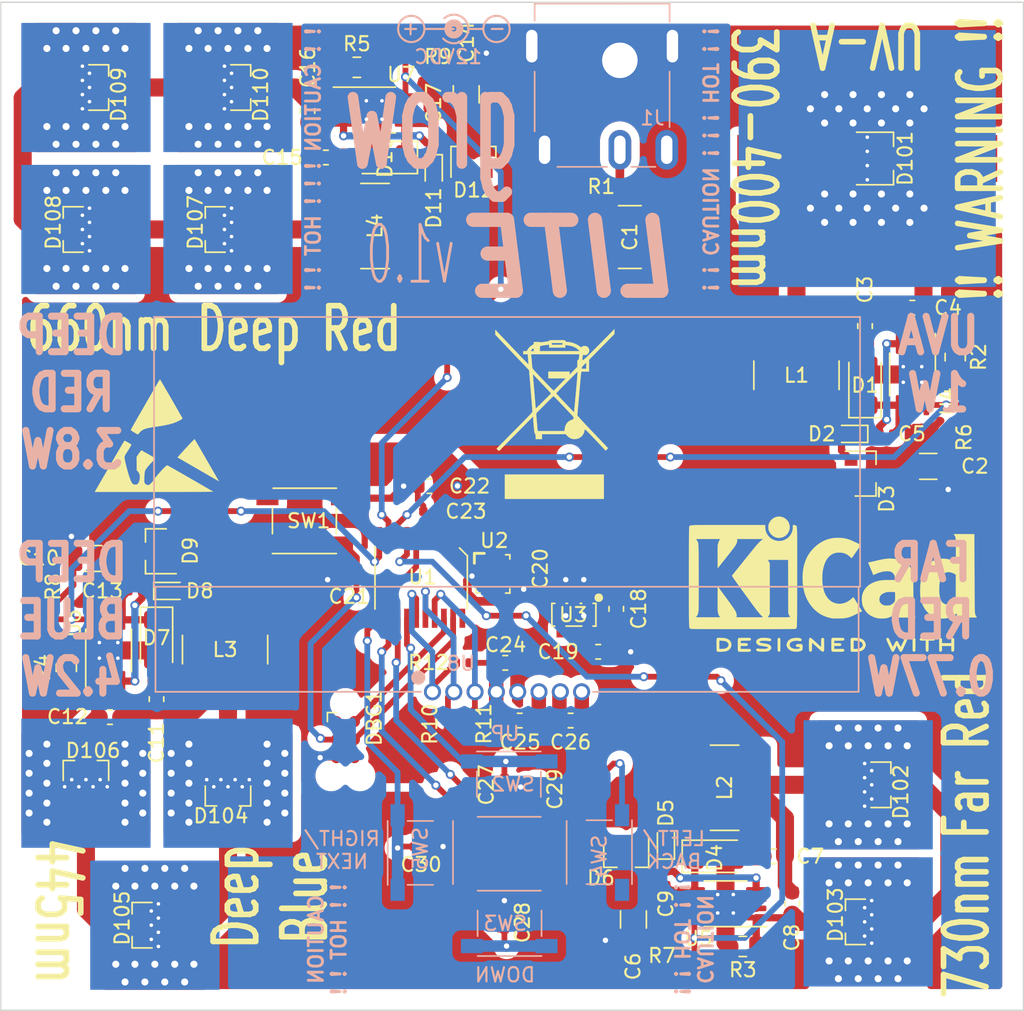
<source format=kicad_pcb>
(kicad_pcb (version 20171130) (host pcbnew "(5.1.4)-1")

  (general
    (thickness 0.8)
    (drawings 35)
    (tracks 472)
    (zones 0)
    (modules 87)
    (nets 60)
  )

  (page A4)
  (layers
    (0 F.Cu signal)
    (31 B.Cu signal)
    (32 B.Adhes user)
    (33 F.Adhes user)
    (34 B.Paste user)
    (35 F.Paste user)
    (36 B.SilkS user)
    (37 F.SilkS user)
    (38 B.Mask user)
    (39 F.Mask user)
    (40 Dwgs.User user)
    (41 Cmts.User user)
    (42 Eco1.User user)
    (43 Eco2.User user)
    (44 Edge.Cuts user)
    (45 Margin user)
    (46 B.CrtYd user)
    (47 F.CrtYd user)
    (48 B.Fab user hide)
    (49 F.Fab user hide)
  )

  (setup
    (last_trace_width 0.2032)
    (user_trace_width 0.2032)
    (user_trace_width 0.3048)
    (user_trace_width 0.4064)
    (user_trace_width 0.508)
    (user_trace_width 0.6096)
    (user_trace_width 0.8128)
    (user_trace_width 1.016)
    (user_trace_width 1.27)
    (user_trace_width 2.54)
    (trace_clearance 0.1524)
    (zone_clearance 0.6)
    (zone_45_only no)
    (trace_min 0.1524)
    (via_size 0.508)
    (via_drill 0.254)
    (via_min_size 0.508)
    (via_min_drill 0.254)
    (user_via 0.635 0.381)
    (uvia_size 0.3)
    (uvia_drill 0.1)
    (uvias_allowed no)
    (uvia_min_size 0.2)
    (uvia_min_drill 0.1)
    (edge_width 0.05)
    (segment_width 0.1524)
    (pcb_text_width 0.3)
    (pcb_text_size 1.5 1.5)
    (mod_edge_width 0.12)
    (mod_text_size 1 1)
    (mod_text_width 0.15)
    (pad_size 0.508 0.508)
    (pad_drill 0.254)
    (pad_to_mask_clearance 0.051)
    (solder_mask_min_width 0.101)
    (pad_to_paste_clearance -0.025)
    (aux_axis_origin 0 0)
    (visible_elements 7FFFFFFF)
    (pcbplotparams
      (layerselection 0x010fc_ffffffff)
      (usegerberextensions false)
      (usegerberattributes false)
      (usegerberadvancedattributes false)
      (creategerberjobfile false)
      (excludeedgelayer true)
      (linewidth 0.100000)
      (plotframeref false)
      (viasonmask false)
      (mode 1)
      (useauxorigin false)
      (hpglpennumber 1)
      (hpglpenspeed 20)
      (hpglpendiameter 15.000000)
      (psnegative false)
      (psa4output false)
      (plotreference true)
      (plotvalue true)
      (plotinvisibletext false)
      (padsonsilk false)
      (subtractmaskfromsilk false)
      (outputformat 1)
      (mirror false)
      (drillshape 1)
      (scaleselection 1)
      (outputdirectory ""))
  )

  (net 0 "")
  (net 1 GND)
  (net 2 +12V)
  (net 3 "Net-(C3-Pad1)")
  (net 4 "Net-(C4-Pad2)")
  (net 5 "Net-(C5-Pad2)")
  (net 6 "Net-(C5-Pad1)")
  (net 7 "Net-(C7-Pad1)")
  (net 8 "Net-(C8-Pad2)")
  (net 9 "Net-(C9-Pad2)")
  (net 10 "Net-(C9-Pad1)")
  (net 11 "Net-(C11-Pad1)")
  (net 12 "Net-(C12-Pad2)")
  (net 13 "Net-(C13-Pad2)")
  (net 14 "Net-(C13-Pad1)")
  (net 15 "Net-(C15-Pad1)")
  (net 16 "Net-(C16-Pad2)")
  (net 17 "Net-(C17-Pad2)")
  (net 18 "Net-(C17-Pad1)")
  (net 19 +3V3)
  (net 20 /NRST)
  (net 21 "Net-(D2-Pad2)")
  (net 22 "Net-(D5-Pad2)")
  (net 23 "Net-(D8-Pad2)")
  (net 24 "Net-(D11-Pad2)")
  (net 25 "Net-(D102-Pad1)")
  (net 26 "Net-(D104-Pad1)")
  (net 27 "Net-(D105-Pad1)")
  (net 28 "Net-(D107-Pad1)")
  (net 29 "Net-(D108-Pad1)")
  (net 30 "Net-(D109-Pad1)")
  (net 31 "Net-(J1-Pad3)")
  (net 32 /UV_CTRL)
  (net 33 /FAR_RED_CTRL)
  (net 34 /DEEP_BLUE_CTRL)
  (net 35 /DEEP_RED_CTRL)
  (net 36 "Net-(U1-Pad20)")
  (net 37 /SWCLK)
  (net 38 /SWDIO)
  (net 39 "Net-(U1-Pad3)")
  (net 40 /LSE_MEMS)
  (net 41 "Net-(U1-Pad1)")
  (net 42 "Net-(U2-Pad3)")
  (net 43 "Net-(U3-Pad4)")
  (net 44 "Net-(U3-Pad3)")
  (net 45 "Net-(U4-Pad3)")
  (net 46 "Net-(U5-Pad3)")
  (net 47 "Net-(U6-Pad3)")
  (net 48 "Net-(U7-Pad3)")
  (net 49 "Net-(C25-Pad1)")
  (net 50 "Net-(C26-Pad2)")
  (net 51 "Net-(C26-Pad1)")
  (net 52 /I2C2_SDA)
  (net 53 /I2C2_SCL)
  (net 54 /DISP_~RST)
  (net 55 "Net-(DBG1-Pad6)")
  (net 56 /UP_BUT)
  (net 57 /DOWN_BUT)
  (net 58 /LEFT_BUT)
  (net 59 /RIGHT_BUT)

  (net_class Default "This is the default net class."
    (clearance 0.1524)
    (trace_width 0.2032)
    (via_dia 0.508)
    (via_drill 0.254)
    (uvia_dia 0.3)
    (uvia_drill 0.1)
    (add_net +12V)
    (add_net +3V3)
    (add_net /DEEP_BLUE_CTRL)
    (add_net /DEEP_RED_CTRL)
    (add_net /DISP_~RST)
    (add_net /DOWN_BUT)
    (add_net /FAR_RED_CTRL)
    (add_net /I2C2_SCL)
    (add_net /I2C2_SDA)
    (add_net /LEFT_BUT)
    (add_net /LSE_MEMS)
    (add_net /NRST)
    (add_net /RIGHT_BUT)
    (add_net /SWCLK)
    (add_net /SWDIO)
    (add_net /UP_BUT)
    (add_net /UV_CTRL)
    (add_net GND)
    (add_net "Net-(C11-Pad1)")
    (add_net "Net-(C12-Pad2)")
    (add_net "Net-(C13-Pad1)")
    (add_net "Net-(C13-Pad2)")
    (add_net "Net-(C15-Pad1)")
    (add_net "Net-(C16-Pad2)")
    (add_net "Net-(C17-Pad1)")
    (add_net "Net-(C17-Pad2)")
    (add_net "Net-(C25-Pad1)")
    (add_net "Net-(C26-Pad1)")
    (add_net "Net-(C26-Pad2)")
    (add_net "Net-(C3-Pad1)")
    (add_net "Net-(C4-Pad2)")
    (add_net "Net-(C5-Pad1)")
    (add_net "Net-(C5-Pad2)")
    (add_net "Net-(C7-Pad1)")
    (add_net "Net-(C8-Pad2)")
    (add_net "Net-(C9-Pad1)")
    (add_net "Net-(C9-Pad2)")
    (add_net "Net-(D102-Pad1)")
    (add_net "Net-(D104-Pad1)")
    (add_net "Net-(D105-Pad1)")
    (add_net "Net-(D107-Pad1)")
    (add_net "Net-(D108-Pad1)")
    (add_net "Net-(D109-Pad1)")
    (add_net "Net-(D11-Pad2)")
    (add_net "Net-(D2-Pad2)")
    (add_net "Net-(D5-Pad2)")
    (add_net "Net-(D8-Pad2)")
    (add_net "Net-(DBG1-Pad6)")
    (add_net "Net-(J1-Pad3)")
    (add_net "Net-(U1-Pad1)")
    (add_net "Net-(U1-Pad20)")
    (add_net "Net-(U1-Pad3)")
    (add_net "Net-(U2-Pad3)")
    (add_net "Net-(U3-Pad3)")
    (add_net "Net-(U3-Pad4)")
    (add_net "Net-(U4-Pad3)")
    (add_net "Net-(U5-Pad3)")
    (add_net "Net-(U6-Pad3)")
    (add_net "Net-(U7-Pad3)")
  )

  (module Symbol:ESD-Logo_8.9x8mm_SilkScreen (layer F.Cu) (tedit 0) (tstamp 5DF14C53)
    (at 84 95.5)
    (descr "Electrostatic discharge Logo")
    (tags "Logo ESD")
    (attr virtual)
    (fp_text reference REF** (at 0 0) (layer F.SilkS) hide
      (effects (font (size 1 1) (thickness 0.15)))
    )
    (fp_text value ESD-Logo_8.9x8mm_SilkScreen (at 0.75 0) (layer F.Fab) hide
      (effects (font (size 1 1) (thickness 0.15)))
    )
    (fp_poly (pts (xy 0.220878 -3.923834) (xy 0.251876 -3.873462) (xy 0.299634 -3.793659) (xy 0.362194 -3.68782)
      (xy 0.437597 -3.559341) (xy 0.523885 -3.411616) (xy 0.619101 -3.248042) (xy 0.721285 -3.072013)
      (xy 0.828481 -2.886925) (xy 0.938729 -2.696173) (xy 1.050071 -2.503153) (xy 1.16055 -2.311259)
      (xy 1.268207 -2.123889) (xy 1.371084 -1.944435) (xy 1.467223 -1.776295) (xy 1.554665 -1.622863)
      (xy 1.631453 -1.487535) (xy 1.695628 -1.373706) (xy 1.745233 -1.284771) (xy 1.778309 -1.224126)
      (xy 1.792897 -1.195167) (xy 1.793431 -1.193356) (xy 1.775321 -1.168783) (xy 1.72498 -1.131193)
      (xy 1.648395 -1.084278) (xy 1.551552 -1.031726) (xy 1.450167 -0.981787) (xy 1.312215 -0.921231)
      (xy 1.167142 -0.866821) (xy 1.00995 -0.817349) (xy 0.835643 -0.771605) (xy 0.639222 -0.72838)
      (xy 0.415689 -0.686466) (xy 0.160048 -0.644653) (xy -0.104394 -0.605716) (xy -0.334148 -0.571172)
      (xy -0.527083 -0.536974) (xy -0.688036 -0.501423) (xy -0.821845 -0.462818) (xy -0.93335 -0.419461)
      (xy -1.027386 -0.369652) (xy -1.108794 -0.311691) (xy -1.18241 -0.24388) (xy -1.206149 -0.218688)
      (xy -1.257603 -0.160042) (xy -1.295666 -0.112185) (xy -1.313323 -0.084042) (xy -1.313794 -0.081735)
      (xy -1.319972 -0.067584) (xy -1.34141 -0.067425) (xy -1.382467 -0.083139) (xy -1.447499 -0.116609)
      (xy -1.540863 -0.169719) (xy -1.605748 -0.207912) (xy -1.702499 -0.267615) (xy -1.777688 -0.318737)
      (xy -1.826261 -0.357601) (xy -1.843165 -0.380528) (xy -1.843155 -0.380695) (xy -1.832672 -0.402544)
      (xy -1.803069 -0.457261) (xy -1.756062 -0.541864) (xy -1.693371 -0.653371) (xy -1.616714 -0.788799)
      (xy -1.527809 -0.945167) (xy -1.428374 -1.119493) (xy -1.320128 -1.308794) (xy -1.204789 -1.510089)
      (xy -1.084076 -1.720395) (xy -0.959706 -1.936729) (xy -0.833399 -2.156111) (xy -0.706873 -2.375558)
      (xy -0.581845 -2.592088) (xy -0.460035 -2.802719) (xy -0.343161 -3.004468) (xy -0.23294 -3.194353)
      (xy -0.131092 -3.369394) (xy -0.039335 -3.526606) (xy 0.040613 -3.663009) (xy 0.107034 -3.77562)
      (xy 0.158209 -3.861457) (xy 0.19242 -3.917538) (xy 0.207948 -3.940881) (xy 0.208598 -3.941379)
      (xy 0.220878 -3.923834)) (layer F.SilkS) (width 0.01))
    (fp_poly (pts (xy 2.676146 0.315908) (xy 2.691469 0.34159) (xy 2.725911 0.400469) (xy 2.777769 0.489602)
      (xy 2.84534 0.606049) (xy 2.926921 0.746867) (xy 3.020809 0.909114) (xy 3.125299 1.089849)
      (xy 3.23869 1.28613) (xy 3.359278 1.495016) (xy 3.483313 1.710017) (xy 3.609987 1.929649)
      (xy 3.731608 2.140495) (xy 3.846412 2.339499) (xy 3.952638 2.523607) (xy 4.048523 2.689765)
      (xy 4.132302 2.834917) (xy 4.202214 2.956009) (xy 4.256496 3.049988) (xy 4.293385 3.113797)
      (xy 4.310731 3.143719) (xy 4.339007 3.194271) (xy 4.354382 3.225914) (xy 4.355224 3.23142)
      (xy 4.336488 3.221082) (xy 4.284386 3.191407) (xy 4.20164 3.143968) (xy 4.090975 3.080333)
      (xy 3.955114 3.002074) (xy 3.796781 2.910759) (xy 3.618698 2.80796) (xy 3.42359 2.695247)
      (xy 3.21418 2.574189) (xy 2.993191 2.446357) (xy 2.909113 2.397702) (xy 2.68417 2.267567)
      (xy 2.469524 2.143497) (xy 2.267932 2.027077) (xy 2.082148 1.919893) (xy 1.914928 1.823531)
      (xy 1.769027 1.739578) (xy 1.647201 1.66962) (xy 1.552204 1.615243) (xy 1.486792 1.578034)
      (xy 1.45372 1.559578) (xy 1.450262 1.55783) (xy 1.460339 1.542005) (xy 1.495407 1.499692)
      (xy 1.551885 1.43479) (xy 1.626193 1.351196) (xy 1.714752 1.252809) (xy 1.81398 1.143525)
      (xy 1.920298 1.027244) (xy 2.030125 0.907862) (xy 2.139882 0.789277) (xy 2.245988 0.675388)
      (xy 2.344862 0.570092) (xy 2.432926 0.477287) (xy 2.506599 0.40087) (xy 2.5623 0.34474)
      (xy 2.581403 0.326335) (xy 2.644708 0.266872) (xy 2.676146 0.315908)) (layer F.SilkS) (width 0.01))
    (fp_poly (pts (xy -2.259251 0.392036) (xy -2.215456 0.408972) (xy -2.148707 0.442601) (xy -2.052863 0.495334)
      (xy -2.045401 0.499525) (xy -1.957129 0.550001) (xy -1.882637 0.594223) (xy -1.82924 0.627731)
      (xy -1.804254 0.646064) (xy -1.803555 0.646962) (xy -1.809591 0.672414) (xy -1.837277 0.729255)
      (xy -1.884812 0.814389) (xy -1.950389 0.924717) (xy -2.032203 1.057144) (xy -2.128452 1.208571)
      (xy -2.152406 1.245707) (xy -2.214817 1.348757) (xy -2.260263 1.437432) (xy -2.284754 1.503714)
      (xy -2.287267 1.516807) (xy -2.286152 1.574443) (xy -2.273657 1.665865) (xy -2.25134 1.785208)
      (xy -2.22076 1.926609) (xy -2.183472 2.084203) (xy -2.141035 2.252126) (xy -2.095006 2.424514)
      (xy -2.046943 2.595501) (xy -1.998403 2.759224) (xy -1.950943 2.909818) (xy -1.906122 3.04142)
      (xy -1.865497 3.148163) (xy -1.837177 3.211494) (xy -1.803817 3.278957) (xy -1.772318 3.343511)
      (xy -1.770613 3.347045) (xy -1.718502 3.41225) (xy -1.642446 3.456156) (xy -1.553908 3.477197)
      (xy -1.464352 3.473807) (xy -1.385242 3.444423) (xy -1.340736 3.405736) (xy -1.276644 3.299636)
      (xy -1.229678 3.167405) (xy -1.20391 3.022527) (xy -1.200259 2.940394) (xy -1.214961 2.787105)
      (xy -1.25811 2.660166) (xy -1.332028 2.553418) (xy -1.355079 2.529657) (xy -1.423675 2.463009)
      (xy -1.428386 1.991916) (xy -1.433097 1.520822) (xy -1.313054 1.339106) (xy -1.256723 1.256856)
      (xy -1.202472 1.182865) (xy -1.158041 1.127448) (xy -1.138944 1.107056) (xy -1.084876 1.056723)
      (xy -1.01165 1.096158) (xy -0.965367 1.124415) (xy -0.940043 1.146354) (xy -0.938424 1.150299)
      (xy -0.921116 1.167023) (xy -0.891503 1.179476) (xy -0.862886 1.1907) (xy -0.819066 1.212024)
      (xy -0.756282 1.245529) (xy -0.670772 1.293296) (xy -0.558774 1.357407) (xy -0.416527 1.439944)
      (xy -0.339227 1.485065) (xy -0.248298 1.539111) (xy -0.188661 1.577604) (xy -0.155039 1.605044)
      (xy -0.142156 1.625934) (xy -0.144735 1.644775) (xy -0.146885 1.649152) (xy -0.167803 1.676714)
      (xy -0.21256 1.728416) (xy -0.275943 1.798475) (xy -0.352738 1.881107) (xy -0.419156 1.951156)
      (xy -0.57221 2.117414) (xy -0.691944 2.261519) (xy -0.779427 2.384921) (xy -0.835726 2.489068)
      (xy -0.854716 2.541954) (xy -0.86256 2.58825) (xy -0.870662 2.667221) (xy -0.878309 2.769846)
      (xy -0.884788 2.887103) (xy -0.887837 2.961248) (xy -0.892092 3.089427) (xy -0.893964 3.183138)
      (xy -0.892901 3.249583) (xy -0.888354 3.295961) (xy -0.879773 3.329474) (xy -0.866606 3.357321)
      (xy -0.856265 3.374324) (xy -0.796544 3.439862) (xy -0.719589 3.485532) (xy -0.63862 3.50545)
      (xy -0.577942 3.498244) (xy -0.523001 3.467066) (xy -0.454133 3.41123) (xy -0.380995 3.340474)
      (xy -0.313248 3.264537) (xy -0.26055 3.193159) (xy -0.241147 3.158668) (xy -0.212081 3.111441)
      (xy -0.159217 3.039506) (xy -0.087384 2.948485) (xy -0.001412 2.844) (xy 0.093868 2.731675)
      (xy 0.193627 2.61713) (xy 0.293034 2.50599) (xy 0.387259 2.403875) (xy 0.471473 2.316408)
      (xy 0.537591 2.252198) (xy 0.610999 2.188057) (xy 0.672753 2.140763) (xy 0.716066 2.115235)
      (xy 0.730445 2.112429) (xy 0.752479 2.123752) (xy 0.807438 2.154144) (xy 0.892152 2.20178)
      (xy 1.003448 2.264835) (xy 1.138156 2.341485) (xy 1.293103 2.429905) (xy 1.465119 2.52827)
      (xy 1.651032 2.634756) (xy 1.84767 2.747537) (xy 2.051863 2.864789) (xy 2.260439 2.984687)
      (xy 2.470225 3.105407) (xy 2.678052 3.225123) (xy 2.880747 3.342011) (xy 3.07514 3.454246)
      (xy 3.258058 3.560004) (xy 3.42633 3.65746) (xy 3.576785 3.744788) (xy 3.706251 3.820165)
      (xy 3.811557 3.881765) (xy 3.889532 3.927764) (xy 3.937004 3.956337) (xy 3.950763 3.965304)
      (xy 3.932231 3.967076) (xy 3.873933 3.968799) (xy 3.777809 3.970464) (xy 3.645799 3.972063)
      (xy 3.479846 3.973587) (xy 3.281889 3.975029) (xy 3.05387 3.97638) (xy 2.797729 3.977632)
      (xy 2.515408 3.978776) (xy 2.208847 3.979804) (xy 1.879987 3.980708) (xy 1.530769 3.981479)
      (xy 1.163135 3.982109) (xy 0.779024 3.98259) (xy 0.380377 3.982914) (xy -0.030863 3.983072)
      (xy -0.20342 3.983087) (xy -4.377414 3.983087) (xy -4.079732 3.466954) (xy -4.016714 3.357665)
      (xy -3.935594 3.21694) (xy -3.839084 3.049486) (xy -3.729897 2.860012) (xy -3.610745 2.653223)
      (xy -3.48434 2.433828) (xy -3.353395 2.206533) (xy -3.220621 1.976046) (xy -3.088731 1.747073)
      (xy -3.055376 1.689163) (xy -2.933753 1.478232) (xy -2.817772 1.277535) (xy -2.709175 1.090059)
      (xy -2.609706 0.918792) (xy -2.521108 0.766723) (xy -2.445122 0.636838) (xy -2.383493 0.532125)
      (xy -2.337963 0.455573) (xy -2.310275 0.410169) (xy -2.302528 0.398609) (xy -2.286228 0.389385)
      (xy -2.259251 0.392036)) (layer F.SilkS) (width 0.01))
  )

  (module Symbol:WEEE-Logo_8.4x12mm_SilkScreen (layer F.Cu) (tedit 0) (tstamp 5DF197D5)
    (at 112 94)
    (descr "Waste Electrical and Electronic Equipment Directive")
    (tags "Logo WEEE")
    (attr virtual)
    (fp_text reference REF** (at 0 0) (layer F.SilkS) hide
      (effects (font (size 1 1) (thickness 0.15)))
    )
    (fp_text value WEEE-Logo_8.4x12mm_SilkScreen (at 0.75 0) (layer F.Fab) hide
      (effects (font (size 1 1) (thickness 0.15)))
    )
    (fp_poly (pts (xy 4.207205 -5.812752) (xy 4.205978 -5.640294) (xy 3.311386 -4.731372) (xy 2.416794 -3.822451)
      (xy 2.41549 -2.988235) (xy 1.870699 -2.988235) (xy 1.856661 -2.882402) (xy 1.851345 -2.834163)
      (xy 1.842386 -2.743321) (xy 1.830261 -2.615296) (xy 1.81545 -2.455506) (xy 1.798432 -2.26937)
      (xy 1.779687 -2.062307) (xy 1.759694 -1.839735) (xy 1.738932 -1.607074) (xy 1.71788 -1.369743)
      (xy 1.697017 -1.13316) (xy 1.676823 -0.902744) (xy 1.657778 -0.683914) (xy 1.640359 -0.482089)
      (xy 1.625047 -0.302688) (xy 1.612321 -0.15113) (xy 1.602659 -0.032832) (xy 1.596542 0.046784)
      (xy 1.594449 0.082302) (xy 1.59445 0.082471) (xy 1.609716 0.11097) (xy 1.65557 0.169815)
      (xy 1.732635 0.259691) (xy 1.841535 0.381283) (xy 1.982895 0.535276) (xy 2.157338 0.722355)
      (xy 2.365488 0.943204) (xy 2.607968 1.19851) (xy 2.676125 1.27) (xy 3.757075 2.403039)
      (xy 3.669684 2.490196) (xy 3.582294 2.577353) (xy 3.440902 2.423521) (xy 3.389176 2.367926)
      (xy 3.308376 2.281953) (xy 3.203833 2.171235) (xy 3.080879 2.041403) (xy 2.944843 1.898089)
      (xy 2.801059 1.746927) (xy 2.71504 1.656644) (xy 2.553549 1.487509) (xy 2.423017 1.352033)
      (xy 2.320116 1.247752) (xy 2.241517 1.172203) (xy 2.183892 1.122922) (xy 2.143911 1.097446)
      (xy 2.118248 1.093311) (xy 2.103573 1.108054) (xy 2.096558 1.139212) (xy 2.093875 1.18432)
      (xy 2.093515 1.19663) (xy 2.074863 1.281433) (xy 2.028906 1.383934) (xy 1.964819 1.487924)
      (xy 1.891774 1.577191) (xy 1.862546 1.604766) (xy 1.712578 1.70125) (xy 1.537395 1.755234)
      (xy 1.382512 1.768039) (xy 1.206986 1.743886) (xy 1.044879 1.673061) (xy 0.901404 1.558017)
      (xy 0.874932 1.529381) (xy 0.778133 1.419412) (xy -0.896471 1.419412) (xy -0.896471 1.768039)
      (xy -1.344706 1.768039) (xy -1.344706 1.605168) (xy -1.350331 1.49398) (xy -1.369229 1.416805)
      (xy -1.392197 1.374825) (xy -1.408607 1.344789) (xy -1.422659 1.301239) (xy -1.435284 1.23772)
      (xy -1.447413 1.147774) (xy -1.459976 1.024947) (xy -1.473906 0.862782) (xy -1.483444 0.742144)
      (xy -1.5272 0.176934) (xy -2.601374 1.265085) (xy -2.795595 1.461981) (xy -2.982043 1.651281)
      (xy -3.15731 1.829506) (xy -3.317989 1.99318) (xy -3.460674 2.138824) (xy -3.581958 2.262962)
      (xy -3.678434 2.362115) (xy -3.746696 2.432807) (xy -3.783298 2.47152) (xy -3.843432 2.532811)
      (xy -3.893592 2.575559) (xy -3.920571 2.589804) (xy -3.955032 2.573118) (xy -4.005264 2.531425)
      (xy -4.022291 2.514447) (xy -4.094488 2.439089) (xy -3.696999 2.035164) (xy -3.595592 1.932266)
      (xy -3.464833 1.79982) (xy -3.310459 1.643625) (xy -3.138204 1.469478) (xy -2.953806 1.283176)
      (xy -2.763001 1.090518) (xy -2.571523 0.897301) (xy -2.434167 0.758777) (xy -2.225372 0.547678)
      (xy -2.049962 0.36896) (xy -1.905692 0.220204) (xy -1.79032 0.098991) (xy -1.701601 0.002903)
      (xy -1.65763 -0.047273) (xy -1.304531 -0.047273) (xy -1.260323 0.517981) (xy -1.246991 0.683668)
      (xy -1.234095 0.835185) (xy -1.222364 0.964611) (xy -1.21253 1.064027) (xy -1.205324 1.125515)
      (xy -1.203005 1.139265) (xy -1.189895 1.195294) (xy 0.690436 1.195294) (xy 0.702988 1.038925)
      (xy 0.740884 0.854173) (xy 0.820188 0.690742) (xy 0.935899 0.554585) (xy 1.083019 0.451654)
      (xy 1.248146 0.389866) (xy 1.301716 0.360883) (xy 1.328535 0.29868) (xy 1.329097 0.295937)
      (xy 1.332315 0.269677) (xy 1.328337 0.242787) (xy 1.313281 0.210279) (xy 1.283264 0.167166)
      (xy 1.234403 0.108461) (xy 1.162816 0.029174) (xy 1.06462 -0.075681) (xy 0.935932 -0.211093)
      (xy 0.927617 -0.219814) (xy 0.7892 -0.365163) (xy 0.642043 -0.519979) (xy 0.496259 -0.673603)
      (xy 0.361958 -0.815377) (xy 0.249253 -0.934645) (xy 0.224118 -0.961308) (xy 0.127762 -1.061847)
      (xy 0.042166 -1.147885) (xy -0.026527 -1.213504) (xy -0.072172 -1.252786) (xy -0.087497 -1.26142)
      (xy -0.110352 -1.24335) (xy -0.163799 -1.193781) (xy -0.24363 -1.116838) (xy -0.345636 -1.016649)
      (xy -0.465608 -0.89734) (xy -0.599337 -0.763038) (xy -0.708636 -0.652411) (xy -1.304531 -0.047273)
      (xy -1.65763 -0.047273) (xy -1.637292 -0.070481) (xy -1.595148 -0.12358) (xy -1.572927 -0.158811)
      (xy -1.567983 -0.175127) (xy -1.569856 -0.210734) (xy -1.575546 -0.291331) (xy -1.584685 -0.41228)
      (xy -1.596904 -0.568942) (xy -1.611836 -0.75668) (xy -1.629113 -0.970854) (xy -1.648365 -1.206828)
      (xy -1.669225 -1.459964) (xy -1.686037 -1.662271) (xy -1.781157 -2.802901) (xy -1.536398 -2.802901)
      (xy -1.535344 -2.778286) (xy -1.530386 -2.708959) (xy -1.521922 -2.599829) (xy -1.510352 -2.4558)
      (xy -1.496072 -2.281781) (xy -1.479483 -2.082678) (xy -1.460981 -1.863396) (xy -1.443225 -1.655203)
      (xy -1.423113 -1.418984) (xy -1.404379 -1.196) (xy -1.387454 -0.991572) (xy -1.372765 -0.811025)
      (xy -1.360743 -0.65968) (xy -1.351817 -0.542861) (xy -1.346415 -0.465889) (xy -1.344916 -0.435996)
      (xy -1.342577 -0.417392) (xy -1.333311 -0.410009) (xy -1.313546 -0.41693) (xy -1.27971 -0.441233)
      (xy -1.228231 -0.486001) (xy -1.155538 -0.554312) (xy -1.058058 -0.649249) (xy -0.932221 -0.77389)
      (xy -0.798703 -0.907083) (xy -0.252699 -1.452663) (xy -0.256526 -1.456765) (xy 0.104387 -1.456765)
      (xy 0.120836 -1.434239) (xy 0.166883 -1.381199) (xy 0.237914 -1.302519) (xy 0.329314 -1.203074)
      (xy 0.436468 -1.087739) (xy 0.55476 -0.961388) (xy 0.679576 -0.828896) (xy 0.8063 -0.695137)
      (xy 0.930318 -0.564987) (xy 1.047013 -0.44332) (xy 1.151772 -0.33501) (xy 1.239979 -0.244932)
      (xy 1.307019 -0.177962) (xy 1.348276 -0.138973) (xy 1.359527 -0.13103) (xy 1.363236 -0.156668)
      (xy 1.370935 -0.227481) (xy 1.382202 -0.339036) (xy 1.396611 -0.4869) (xy 1.413741 -0.666641)
      (xy 1.433167 -0.873825) (xy 1.454467 -1.104019) (xy 1.477217 -1.35279) (xy 1.495381 -1.553385)
      (xy 1.518616 -1.813488) (xy 1.540083 -2.058516) (xy 1.559421 -2.284024) (xy 1.576268 -2.485568)
      (xy 1.590265 -2.658703) (xy 1.60105 -2.798982) (xy 1.608261 -2.901963) (xy 1.611539 -2.963199)
      (xy 1.611164 -2.979098) (xy 1.591574 -2.964936) (xy 1.541689 -2.919413) (xy 1.465868 -2.846936)
      (xy 1.368472 -2.75191) (xy 1.253864 -2.638742) (xy 1.126403 -2.511838) (xy 0.990452 -2.375604)
      (xy 0.850371 -2.234446) (xy 0.710522 -2.09277) (xy 0.575265 -1.954984) (xy 0.448962 -1.825492)
      (xy 0.335974 -1.7087) (xy 0.240662 -1.609016) (xy 0.167388 -1.530846) (xy 0.120511 -1.478594)
      (xy 0.104387 -1.456765) (xy -0.256526 -1.456765) (xy -0.456301 -1.670868) (xy -0.559992 -1.781607)
      (xy -0.676372 -1.905241) (xy -0.80084 -2.036946) (xy -0.928794 -2.1719) (xy -1.055633 -2.30528)
      (xy -1.176755 -2.432263) (xy -1.287558 -2.548028) (xy -1.383442 -2.64775) (xy -1.459806 -2.726608)
      (xy -1.512046 -2.779778) (xy -1.535563 -2.802438) (xy -1.536398 -2.802901) (xy -1.781157 -2.802901)
      (xy -1.804931 -3.087974) (xy -4.183529 -5.58948) (xy -4.181779 -5.939118) (xy -3.989664 -5.733897)
      (xy -3.882145 -5.619436) (xy -3.755204 -5.484959) (xy -3.612266 -5.334044) (xy -3.456757 -5.170271)
      (xy -3.292103 -4.997218) (xy -3.121729 -4.818463) (xy -2.949061 -4.637585) (xy -2.777525 -4.458162)
      (xy -2.610546 -4.283774) (xy -2.45155 -4.117998) (xy -2.303963 -3.964414) (xy -2.171211 -3.8266)
      (xy -2.056718 -3.708134) (xy -1.963912 -3.612596) (xy -1.896217 -3.543563) (xy -1.85706 -3.504615)
      (xy -1.848478 -3.497143) (xy -1.847888 -3.523134) (xy -1.851134 -3.589681) (xy -1.857653 -3.687728)
      (xy -1.86688 -3.808221) (xy -1.870841 -3.856355) (xy -1.900339 -4.208431) (xy -1.66938 -4.208431)
      (xy -1.657456 -4.152402) (xy -1.651375 -4.108091) (xy -1.64283 -4.024717) (xy -1.632809 -3.912903)
      (xy -1.622299 -3.783272) (xy -1.618662 -3.735294) (xy -1.607934 -3.59754) (xy -1.597106 -3.469613)
      (xy -1.587261 -3.363601) (xy -1.579482 -3.291591) (xy -1.577728 -3.278523) (xy -1.571111 -3.251693)
      (xy -1.556788 -3.220288) (xy -1.531713 -3.180786) (xy -1.492841 -3.129668) (xy -1.437126 -3.063411)
      (xy -1.361523 -2.978497) (xy -1.262987 -2.871405) (xy -1.138471 -2.738614) (xy -0.98493 -2.576603)
      (xy -0.8283 -2.412217) (xy -0.67247 -2.249539) (xy -0.527006 -2.098882) (xy -0.395531 -1.963907)
      (xy -0.281665 -1.848278) (xy -0.18903 -1.755657) (xy -0.121246 -1.689706) (xy -0.081935 -1.65409)
      (xy -0.073552 -1.648792) (xy -0.051496 -1.668004) (xy 0.000058 -1.718107) (xy 0.076106 -1.794074)
      (xy 0.171645 -1.890879) (xy 0.281672 -2.003496) (xy 0.36124 -2.085539) (xy 0.77665 -2.515098)
      (xy -0.448235 -2.515098) (xy -0.448235 -2.988235) (xy 1.045882 -2.988235) (xy 1.045882 -2.777418)
      (xy 1.319804 -3.05049) (xy 1.514116 -3.2442) (xy 1.892549 -3.2442) (xy 1.896169 -3.213642)
      (xy 1.914491 -3.196617) (xy 1.958707 -3.189199) (xy 2.040012 -3.187464) (xy 2.054412 -3.187451)
      (xy 2.216274 -3.187451) (xy 2.216274 -3.621796) (xy 2.054412 -3.461372) (xy 1.963105 -3.363839)
      (xy 1.908493 -3.289117) (xy 1.892549 -3.2442) (xy 1.514116 -3.2442) (xy 1.593725 -3.323562)
      (xy 1.593725 -3.566781) (xy 1.594488 -3.678677) (xy 1.597979 -3.749863) (xy 1.606 -3.789421)
      (xy 1.620356 -3.806438) (xy 1.642004 -3.81) (xy 1.66608 -3.815229) (xy 1.683875 -3.836195)
      (xy 1.697541 -3.880814) (xy 1.709228 -3.957003) (xy 1.721089 -4.07268) (xy 1.724896 -4.115049)
      (xy 1.733137 -4.208431) (xy -1.66938 -4.208431) (xy -1.900339 -4.208431) (xy -2.216275 -4.208431)
      (xy -2.216275 -4.432549) (xy -2.082013 -4.432549) (xy -2.003486 -4.4347) (xy -1.960817 -4.445081)
      (xy -1.955597 -4.45126) (xy -1.680593 -4.45126) (xy -1.66612 -4.437145) (xy -1.615986 -4.432788)
      (xy -1.582151 -4.432549) (xy -1.469216 -4.432549) (xy -1.048064 -4.432549) (xy 1.753245 -4.432549)
      (xy 1.658496 -4.529581) (xy 1.511336 -4.649319) (xy 1.329207 -4.74167) (xy 1.109023 -4.8079)
      (xy 0.890245 -4.84453) (xy 0.747059 -4.861621) (xy 0.747059 -4.681569) (xy -0.398431 -4.681569)
      (xy -0.398431 -4.885839) (xy -0.56652 -4.868803) (xy -0.683963 -4.854426) (xy -0.809091 -4.835367)
      (xy -0.88402 -4.821755) (xy -1.033431 -4.791743) (xy -1.040748 -4.612146) (xy -1.048064 -4.432549)
      (xy -1.469216 -4.432549) (xy -1.469216 -4.532157) (xy -1.472508 -4.594557) (xy -1.480733 -4.62924)
      (xy -1.484048 -4.631765) (xy -1.520914 -4.615792) (xy -1.574774 -4.577043) (xy -1.628769 -4.529268)
      (xy -1.666038 -4.486219) (xy -1.669358 -4.480621) (xy -1.680593 -4.45126) (xy -1.955597 -4.45126)
      (xy -1.940115 -4.469584) (xy -1.931758 -4.496276) (xy -1.897648 -4.565544) (xy -1.832136 -4.648815)
      (xy -1.746493 -4.734413) (xy -1.651991 -4.810661) (xy -1.589917 -4.850375) (xy -1.519205 -4.893845)
      (xy -1.482956 -4.930362) (xy -1.47022 -4.973422) (xy -1.469241 -4.999069) (xy -1.46924 -5.005294)
      (xy -0.199216 -5.005294) (xy -0.199216 -4.880784) (xy 0.547843 -4.880784) (xy 0.547843 -5.005294)
      (xy -0.199216 -5.005294) (xy -1.46924 -5.005294) (xy -1.469216 -5.08) (xy -1.259624 -5.08)
      (xy -1.163193 -5.077669) (xy -1.088037 -5.071457) (xy -1.046257 -5.062535) (xy -1.041732 -5.058922)
      (xy -1.01523 -5.053376) (xy -0.950733 -5.055648) (xy -0.859323 -5.065065) (xy -0.796863 -5.07376)
      (xy -0.683608 -5.090841) (xy -0.58003 -5.106261) (xy -0.502192 -5.117637) (xy -0.479363 -5.120868)
      (xy -0.419718 -5.13934) (xy -0.398431 -5.168285) (xy -0.391959 -5.180074) (xy -0.368808 -5.189067)
      (xy -0.323374 -5.195619) (xy -0.250055 -5.200085) (xy -0.143246 -5.202819) (xy 0.002654 -5.204174)
      (xy 0.174314 -5.20451) (xy 0.357519 -5.204319) (xy 0.496892 -5.203421) (xy 0.598404 -5.201323)
      (xy 0.668026 -5.197533) (xy 0.711731 -5.191561) (xy 0.735488 -5.182915) (xy 0.745269 -5.171103)
      (xy 0.747059 -5.15737) (xy 0.762295 -5.113779) (xy 0.812201 -5.088973) (xy 0.903076 -5.080126)
      (xy 0.919426 -5.08) (xy 1.07332 -5.064124) (xy 1.248109 -5.020421) (xy 1.428032 -4.954776)
      (xy 1.597324 -4.873073) (xy 1.740223 -4.781199) (xy 1.758731 -4.766642) (xy 1.819056 -4.71928)
      (xy 1.85478 -4.70031) (xy 1.879728 -4.706443) (xy 1.905336 -4.731744) (xy 1.980972 -4.781305)
      (xy 2.079409 -4.800331) (xy 2.185412 -4.790436) (xy 2.283746 -4.753237) (xy 2.359176 -4.690349)
      (xy 2.364639 -4.683039) (xy 2.421081 -4.565646) (xy 2.431582 -4.444131) (xy 2.397301 -4.328293)
      (xy 2.319396 -4.227932) (xy 2.30987 -4.219645) (xy 2.254558 -4.180278) (xy 2.198438 -4.162942)
      (xy 2.119541 -4.16169) (xy 2.099832 -4.1628) (xy 2.022638 -4.165633) (xy 1.982876 -4.159143)
      (xy 1.968481 -4.139559) (xy 1.967004 -4.121274) (xy 1.963987 -4.068232) (xy 1.9565 -3.988461)
      (xy 1.951119 -3.940735) (xy 1.943314 -3.864931) (xy 1.94656 -3.826126) (xy 1.965383 -3.811942)
      (xy 1.998911 -3.81) (xy 2.018796 -3.816413) (xy 2.050874 -3.837169) (xy 2.097522 -3.874544)
      (xy 2.161118 -3.930811) (xy 2.244038 -4.008245) (xy 2.34866 -4.109122) (xy 2.477361 -4.235717)
      (xy 2.632518 -4.390304) (xy 2.816508 -4.575158) (xy 3.031709 -4.792554) (xy 3.135419 -4.897605)
      (xy 4.208431 -5.985209) (xy 4.207205 -5.812752)) (layer F.SilkS) (width 0.01))
    (fp_poly (pts (xy 3.461372 5.976471) (xy -3.511177 5.976471) (xy -3.511177 4.258235) (xy 3.461372 4.258235)
      (xy 3.461372 5.976471)) (layer F.SilkS) (width 0.01))
  )

  (module Symbol:Symbol_Barrel_Polarity (layer B.Cu) (tedit 5765E9A7) (tstamp 5DF145DD)
    (at 104.902 66.802 180)
    (descr "Barrel connector polarity indicator")
    (tags "barrel polarity")
    (attr virtual)
    (fp_text reference REF** (at -0.175 -0.075) (layer B.SilkS) hide
      (effects (font (size 1 1) (thickness 0.15)) (justify mirror))
    )
    (fp_text value Symbol_Barrel_Polarity (at 0 -2) (layer B.Fab)
      (effects (font (size 1 1) (thickness 0.15)) (justify mirror))
    )
    (fp_arc (start 0 -0.075) (end 0.75 -0.75) (angle -270) (layer B.SilkS) (width 0.15))
    (fp_circle (center 0 -0.075) (end 0 -0.25) (layer B.SilkS) (width 0.5))
    (fp_circle (center 3 -0.075) (end 3 -1) (layer B.SilkS) (width 0.15))
    (fp_circle (center -3 -0.075) (end -3 -1) (layer B.SilkS) (width 0.15))
    (fp_line (start -2 -0.075) (end -1.1 -0.075) (layer B.SilkS) (width 0.15))
    (fp_line (start 0 -0.075) (end 2 -0.075) (layer B.SilkS) (width 0.15))
  )

  (module Symbol:KiCad-Logo2_8mm_SilkScreen (layer F.Cu) (tedit 0) (tstamp 5DF12B51)
    (at 131.572 105.156)
    (descr "KiCad Logo")
    (tags "Logo KiCad")
    (attr virtual)
    (fp_text reference REF** (at 0 -6.35) (layer F.SilkS) hide
      (effects (font (size 1 1) (thickness 0.15)))
    )
    (fp_text value KiCad-Logo2_8mm_SilkScreen (at 0 7.62) (layer F.Fab) hide
      (effects (font (size 1 1) (thickness 0.15)))
    )
    (fp_poly (pts (xy -7.974708 4.606409) (xy -7.922143 4.606944) (xy -7.768119 4.61066) (xy -7.639125 4.621699)
      (xy -7.530763 4.641246) (xy -7.438638 4.670483) (xy -7.358353 4.710597) (xy -7.285512 4.762769)
      (xy -7.259495 4.785433) (xy -7.216337 4.838462) (xy -7.177421 4.910421) (xy -7.147427 4.990184)
      (xy -7.131035 5.066625) (xy -7.129332 5.094872) (xy -7.140005 5.173174) (xy -7.168607 5.258705)
      (xy -7.210011 5.339663) (xy -7.259095 5.404246) (xy -7.267067 5.412038) (xy -7.3346 5.466808)
      (xy -7.408552 5.509563) (xy -7.493188 5.541423) (xy -7.592771 5.563508) (xy -7.711566 5.576938)
      (xy -7.853834 5.582834) (xy -7.919 5.583334) (xy -8.001855 5.582935) (xy -8.060123 5.581266)
      (xy -8.09927 5.577622) (xy -8.124763 5.571293) (xy -8.142068 5.561574) (xy -8.151344 5.553274)
      (xy -8.160106 5.543192) (xy -8.166979 5.530185) (xy -8.172192 5.510769) (xy -8.175973 5.48146)
      (xy -8.178551 5.438773) (xy -8.180154 5.379225) (xy -8.181011 5.29933) (xy -8.181351 5.195605)
      (xy -8.181403 5.094872) (xy -8.181734 4.960519) (xy -8.181662 4.853192) (xy -8.180384 4.801795)
      (xy -7.986019 4.801795) (xy -7.986019 5.387949) (xy -7.862025 5.387835) (xy -7.787415 5.385696)
      (xy -7.709272 5.380183) (xy -7.644074 5.372472) (xy -7.64209 5.372155) (xy -7.536717 5.346678)
      (xy -7.454986 5.307) (xy -7.392816 5.250538) (xy -7.353314 5.189406) (xy -7.328974 5.121593)
      (xy -7.330861 5.057919) (xy -7.359109 4.989665) (xy -7.414362 4.919056) (xy -7.490927 4.866735)
      (xy -7.590449 4.831763) (xy -7.656961 4.819386) (xy -7.732461 4.810694) (xy -7.812479 4.804404)
      (xy -7.880538 4.801788) (xy -7.884569 4.801776) (xy -7.986019 4.801795) (xy -8.180384 4.801795)
      (xy -8.17959 4.769881) (xy -8.173915 4.707579) (xy -8.163041 4.663275) (xy -8.145368 4.63396)
      (xy -8.119297 4.616625) (xy -8.083229 4.608261) (xy -8.035566 4.605859) (xy -7.974708 4.606409)) (layer F.SilkS) (width 0.01))
    (fp_poly (pts (xy -6.099384 4.606516) (xy -6.006976 4.607012) (xy -5.937227 4.608165) (xy -5.886437 4.610244)
      (xy -5.850905 4.613515) (xy -5.826932 4.618247) (xy -5.810818 4.624707) (xy -5.798863 4.633163)
      (xy -5.794533 4.637055) (xy -5.768205 4.678404) (xy -5.763465 4.725916) (xy -5.780784 4.768095)
      (xy -5.788793 4.77662) (xy -5.801746 4.784885) (xy -5.822602 4.791261) (xy -5.85523 4.796059)
      (xy -5.903496 4.799588) (xy -5.971268 4.802158) (xy -6.062414 4.804081) (xy -6.145745 4.805251)
      (xy -6.475546 4.80931) (xy -6.48456 4.98215) (xy -6.260696 4.98215) (xy -6.163508 4.982989)
      (xy -6.092357 4.986496) (xy -6.043245 4.994159) (xy -6.012171 5.007467) (xy -5.995138 5.027905)
      (xy -5.988146 5.056963) (xy -5.987084 5.083931) (xy -5.990384 5.117021) (xy -6.002837 5.141404)
      (xy -6.028274 5.158353) (xy -6.070525 5.169143) (xy -6.13342 5.175048) (xy -6.220789 5.177341)
      (xy -6.268475 5.177535) (xy -6.48306 5.177535) (xy -6.48306 5.387949) (xy -6.152409 5.387949)
      (xy -6.044024 5.3881) (xy -5.961651 5.388778) (xy -5.901243 5.39032) (xy -5.858753 5.393063)
      (xy -5.830135 5.397345) (xy -5.811342 5.403503) (xy -5.798328 5.411873) (xy -5.791699 5.418008)
      (xy -5.768961 5.453813) (xy -5.76164 5.485641) (xy -5.772093 5.524518) (xy -5.791699 5.553274)
      (xy -5.802159 5.562327) (xy -5.815662 5.569357) (xy -5.83584 5.574618) (xy -5.866325 5.578365)
      (xy -5.910749 5.580854) (xy -5.972745 5.582339) (xy -6.055945 5.583075) (xy -6.163981 5.583318)
      (xy -6.220043 5.583334) (xy -6.340098 5.583227) (xy -6.433728 5.582739) (xy -6.504563 5.581613)
      (xy -6.556235 5.579595) (xy -6.592377 5.57643) (xy -6.616622 5.571863) (xy -6.632601 5.56564)
      (xy -6.643947 5.557504) (xy -6.648386 5.553274) (xy -6.657171 5.54316) (xy -6.664058 5.530112)
      (xy -6.669275 5.510634) (xy -6.673053 5.481228) (xy -6.675624 5.438398) (xy -6.677218 5.378648)
      (xy -6.678065 5.298481) (xy -6.678396 5.194401) (xy -6.678445 5.097492) (xy -6.6784 4.973387)
      (xy -6.678088 4.87583) (xy -6.677242 4.80131) (xy -6.675596 4.746315) (xy -6.672883 4.707334)
      (xy -6.668837 4.680857) (xy -6.663191 4.66337) (xy -6.65568 4.651364) (xy -6.646036 4.641327)
      (xy -6.64366 4.63909) (xy -6.632129 4.629183) (xy -6.618732 4.621512) (xy -6.59975 4.61579)
      (xy -6.571469 4.611732) (xy -6.530172 4.609052) (xy -6.472142 4.607466) (xy -6.393663 4.606688)
      (xy -6.29102 4.606432) (xy -6.21815 4.60641) (xy -6.099384 4.606516)) (layer F.SilkS) (width 0.01))
    (fp_poly (pts (xy -4.739942 4.608121) (xy -4.640337 4.615084) (xy -4.547698 4.625959) (xy -4.467412 4.640338)
      (xy -4.404862 4.65781) (xy -4.365435 4.677966) (xy -4.359383 4.683899) (xy -4.338338 4.729939)
      (xy -4.34472 4.777204) (xy -4.377361 4.817642) (xy -4.378918 4.818801) (xy -4.398117 4.831261)
      (xy -4.418159 4.837813) (xy -4.446114 4.838608) (xy -4.489053 4.8338) (xy -4.554045 4.823539)
      (xy -4.559273 4.822675) (xy -4.656115 4.810778) (xy -4.760598 4.804909) (xy -4.865389 4.804852)
      (xy -4.963156 4.810391) (xy -5.046566 4.821309) (xy -5.108287 4.837389) (xy -5.112342 4.839005)
      (xy -5.157118 4.864093) (xy -5.17285 4.889482) (xy -5.160534 4.914451) (xy -5.121169 4.93828)
      (xy -5.055752 4.960246) (xy -4.96528 4.97963) (xy -4.904954 4.988962) (xy -4.779554 5.006913)
      (xy -4.679819 5.023323) (xy -4.6015 5.039612) (xy -4.540347 5.057202) (xy -4.492113 5.077513)
      (xy -4.452549 5.101967) (xy -4.417406 5.131984) (xy -4.389165 5.16146) (xy -4.355662 5.202531)
      (xy -4.339173 5.237846) (xy -4.334017 5.281357) (xy -4.33383 5.297292) (xy -4.337702 5.350169)
      (xy -4.353181 5.389507) (xy -4.379969 5.424424) (xy -4.434413 5.477798) (xy -4.495124 5.518502)
      (xy -4.566612 5.547864) (xy -4.65339 5.567211) (xy -4.759968 5.57787) (xy -4.890857 5.581169)
      (xy -4.912469 5.581113) (xy -4.999752 5.579304) (xy -5.086313 5.575193) (xy -5.162716 5.56937)
      (xy -5.219524 5.562425) (xy -5.224118 5.561628) (xy -5.280599 5.548248) (xy -5.328506 5.531346)
      (xy -5.355627 5.515895) (xy -5.380865 5.47513) (xy -5.382623 5.427662) (xy -5.360866 5.385359)
      (xy -5.355998 5.380576) (xy -5.335876 5.366363) (xy -5.310712 5.36024) (xy -5.271767 5.361282)
      (xy -5.224489 5.366698) (xy -5.171659 5.371537) (xy -5.097602 5.375619) (xy -5.011145 5.378582)
      (xy -4.921117 5.380061) (xy -4.897439 5.380158) (xy -4.807076 5.379794) (xy -4.740943 5.37804)
      (xy -4.693221 5.374287) (xy -4.658092 5.367927) (xy -4.629736 5.358351) (xy -4.612695 5.350375)
      (xy -4.57525 5.328229) (xy -4.551375 5.308172) (xy -4.547886 5.302487) (xy -4.555247 5.279009)
      (xy -4.590241 5.256281) (xy -4.650442 5.235334) (xy -4.733425 5.2172) (xy -4.757874 5.213161)
      (xy -4.885576 5.193103) (xy -4.987494 5.176338) (xy -5.06756 5.161647) (xy -5.129708 5.147812)
      (xy -5.177872 5.133615) (xy -5.215986 5.117837) (xy -5.247984 5.09926) (xy -5.277798 5.076666)
      (xy -5.309364 5.048837) (xy -5.319986 5.03908) (xy -5.357227 5.002666) (xy -5.376941 4.973816)
      (xy -5.384653 4.940802) (xy -5.385901 4.899199) (xy -5.372169 4.817615) (xy -5.331132 4.748298)
      (xy -5.263024 4.691472) (xy -5.168081 4.647361) (xy -5.100338 4.627576) (xy -5.026713 4.614797)
      (xy -4.938515 4.607568) (xy -4.84113 4.605479) (xy -4.739942 4.608121)) (layer F.SilkS) (width 0.01))
    (fp_poly (pts (xy -3.717617 4.63647) (xy -3.708855 4.646552) (xy -3.701982 4.659559) (xy -3.696769 4.678975)
      (xy -3.692988 4.708284) (xy -3.69041 4.750971) (xy -3.688807 4.810519) (xy -3.687949 4.890414)
      (xy -3.68761 4.99414) (xy -3.687557 5.094872) (xy -3.68765 5.219816) (xy -3.688081 5.318185)
      (xy -3.689077 5.393465) (xy -3.690869 5.449138) (xy -3.693683 5.48869) (xy -3.69775 5.515605)
      (xy -3.703296 5.533367) (xy -3.710551 5.545461) (xy -3.717617 5.553274) (xy -3.761556 5.579476)
      (xy -3.808374 5.577125) (xy -3.850263 5.548548) (xy -3.859888 5.537391) (xy -3.867409 5.524447)
      (xy -3.873088 5.506136) (xy -3.877181 5.478882) (xy -3.879949 5.439104) (xy -3.88165 5.383226)
      (xy -3.882543 5.307668) (xy -3.882887 5.208852) (xy -3.882942 5.096978) (xy -3.882942 4.680192)
      (xy -3.846051 4.643301) (xy -3.800579 4.612264) (xy -3.75647 4.611145) (xy -3.717617 4.63647)) (layer F.SilkS) (width 0.01))
    (fp_poly (pts (xy -2.421216 4.613776) (xy -2.329995 4.629082) (xy -2.259936 4.652875) (xy -2.214358 4.684204)
      (xy -2.201938 4.702078) (xy -2.189308 4.743649) (xy -2.197807 4.781256) (xy -2.224639 4.816919)
      (xy -2.26633 4.833603) (xy -2.326824 4.832248) (xy -2.373613 4.823209) (xy -2.477582 4.805987)
      (xy -2.583834 4.804351) (xy -2.702763 4.818329) (xy -2.735614 4.824252) (xy -2.846199 4.855431)
      (xy -2.932713 4.90181) (xy -2.994207 4.962599) (xy -3.029732 5.037008) (xy -3.037079 5.075478)
      (xy -3.03227 5.153527) (xy -3.00122 5.222581) (xy -2.94676 5.281293) (xy -2.871718 5.328317)
      (xy -2.778924 5.362307) (xy -2.671206 5.381918) (xy -2.551395 5.385805) (xy -2.422319 5.37262)
      (xy -2.415031 5.371376) (xy -2.363692 5.361814) (xy -2.335226 5.352578) (xy -2.322888 5.338873)
      (xy -2.319932 5.315906) (xy -2.319865 5.303743) (xy -2.319865 5.252683) (xy -2.411031 5.252683)
      (xy -2.491536 5.247168) (xy -2.546475 5.229594) (xy -2.57844 5.198417) (xy -2.590026 5.152094)
      (xy -2.590167 5.146048) (xy -2.583389 5.106453) (xy -2.560145 5.078181) (xy -2.516884 5.059471)
      (xy -2.450055 5.048564) (xy -2.385324 5.044554) (xy -2.291241 5.042253) (xy -2.222998 5.045764)
      (xy -2.176455 5.058719) (xy -2.147472 5.08475) (xy -2.131909 5.127491) (xy -2.125625 5.190574)
      (xy -2.12448 5.273428) (xy -2.126356 5.36591) (xy -2.132 5.428818) (xy -2.141436 5.462403)
      (xy -2.143267 5.465033) (xy -2.195079 5.506998) (xy -2.271044 5.540232) (xy -2.366346 5.564023)
      (xy -2.47617 5.577663) (xy -2.5957 5.580442) (xy -2.72012 5.571649) (xy -2.793297 5.560849)
      (xy -2.908074 5.528362) (xy -3.01475 5.47525) (xy -3.104065 5.406319) (xy -3.11764 5.392542)
      (xy -3.161746 5.334622) (xy -3.201543 5.26284) (xy -3.232381 5.187583) (xy -3.249611 5.119241)
      (xy -3.251688 5.092993) (xy -3.242847 5.038241) (xy -3.219349 4.970119) (xy -3.185703 4.898414)
      (xy -3.146418 4.832913) (xy -3.111709 4.789162) (xy -3.030557 4.724083) (xy -2.925652 4.672285)
      (xy -2.800754 4.634938) (xy -2.659621 4.613217) (xy -2.530279 4.607909) (xy -2.421216 4.613776)) (layer F.SilkS) (width 0.01))
    (fp_poly (pts (xy -1.555874 4.612244) (xy -1.524499 4.630649) (xy -1.483476 4.660749) (xy -1.430678 4.70396)
      (xy -1.363979 4.761702) (xy -1.281253 4.835392) (xy -1.180374 4.926448) (xy -1.064895 5.031138)
      (xy -0.824421 5.249207) (xy -0.816906 4.956508) (xy -0.814193 4.855754) (xy -0.811576 4.780722)
      (xy -0.808474 4.727084) (xy -0.80431 4.69051) (xy -0.798505 4.666671) (xy -0.790478 4.651238)
      (xy -0.779651 4.639882) (xy -0.77391 4.63511) (xy -0.727937 4.609877) (xy -0.684191 4.613566)
      (xy -0.649489 4.635123) (xy -0.614007 4.663835) (xy -0.609594 5.08315) (xy -0.608373 5.206471)
      (xy -0.607751 5.303348) (xy -0.607944 5.377394) (xy -0.609168 5.432221) (xy -0.611638 5.471443)
      (xy -0.615568 5.498673) (xy -0.621174 5.517523) (xy -0.628672 5.531605) (xy -0.636987 5.542899)
      (xy -0.654976 5.563846) (xy -0.672875 5.577731) (xy -0.693166 5.58306) (xy -0.718332 5.57834)
      (xy -0.750854 5.562077) (xy -0.793217 5.532777) (xy -0.847902 5.488946) (xy -0.917391 5.429091)
      (xy -1.004169 5.351718) (xy -1.102469 5.262814) (xy -1.455664 4.942435) (xy -1.463179 5.234177)
      (xy -1.465897 5.334747) (xy -1.468521 5.409604) (xy -1.471633 5.463084) (xy -1.475816 5.499526)
      (xy -1.481651 5.523268) (xy -1.48972 5.538646) (xy -1.500605 5.55) (xy -1.506175 5.554626)
      (xy -1.55541 5.580042) (xy -1.601931 5.576209) (xy -1.642443 5.543733) (xy -1.65171 5.530667)
      (xy -1.658933 5.515409) (xy -1.664366 5.494296) (xy -1.668262 5.463669) (xy -1.670875 5.419866)
      (xy -1.672461 5.359227) (xy -1.673272 5.278091) (xy -1.673562 5.172797) (xy -1.673593 5.094872)
      (xy -1.673495 4.972988) (xy -1.673033 4.877503) (xy -1.671951 4.804755) (xy -1.669997 4.751083)
      (xy -1.666916 4.712827) (xy -1.662454 4.686327) (xy -1.656357 4.66792) (xy -1.648371 4.653948)
      (xy -1.642443 4.646011) (xy -1.627416 4.627212) (xy -1.613372 4.613017) (xy -1.598184 4.604846)
      (xy -1.579727 4.604116) (xy -1.555874 4.612244)) (layer F.SilkS) (width 0.01))
    (fp_poly (pts (xy 0.481716 4.606667) (xy 0.583377 4.607884) (xy 0.661282 4.61073) (xy 0.718581 4.615874)
      (xy 0.758427 4.623984) (xy 0.783968 4.635731) (xy 0.798357 4.651782) (xy 0.804745 4.672808)
      (xy 0.806281 4.699476) (xy 0.806289 4.702626) (xy 0.804955 4.73279) (xy 0.798651 4.756103)
      (xy 0.783922 4.773506) (xy 0.757315 4.78594) (xy 0.715374 4.794345) (xy 0.654646 4.799665)
      (xy 0.571676 4.802839) (xy 0.463011 4.804809) (xy 0.429705 4.805245) (xy 0.107413 4.80931)
      (xy 0.102906 4.89573) (xy 0.098398 4.98215) (xy 0.322263 4.98215) (xy 0.409721 4.982473)
      (xy 0.472169 4.983837) (xy 0.514654 4.986839) (xy 0.542223 4.992073) (xy 0.559922 5.000135)
      (xy 0.572797 5.01162) (xy 0.57288 5.011711) (xy 0.59623 5.056471) (xy 0.595386 5.104847)
      (xy 0.570879 5.146086) (xy 0.566029 5.150325) (xy 0.548815 5.161249) (xy 0.525226 5.168849)
      (xy 0.490007 5.173697) (xy 0.4379 5.176366) (xy 0.36365 5.177428) (xy 0.316162 5.177535)
      (xy 0.099898 5.177535) (xy 0.099898 5.387949) (xy 0.42822 5.387949) (xy 0.536618 5.388139)
      (xy 0.618935 5.388914) (xy 0.679149 5.390584) (xy 0.721235 5.393458) (xy 0.749171 5.397847)
      (xy 0.766934 5.404059) (xy 0.7785 5.412404) (xy 0.781415 5.415434) (xy 0.802936 5.457434)
      (xy 0.80451 5.505214) (xy 0.786855 5.546642) (xy 0.772885 5.559937) (xy 0.758354 5.567256)
      (xy 0.735838 5.572919) (xy 0.701776 5.577123) (xy 0.652607 5.580068) (xy 0.584768 5.581951)
      (xy 0.494698 5.58297) (xy 0.378837 5.583325) (xy 0.352643 5.583334) (xy 0.234839 5.583256)
      (xy 0.143396 5.582831) (xy 0.074614 5.581766) (xy 0.024796 5.579769) (xy -0.00976 5.57655)
      (xy -0.03275 5.571816) (xy -0.047874 5.565277) (xy -0.058831 5.556641) (xy -0.064842 5.55044)
      (xy -0.07389 5.539457) (xy -0.080958 5.525852) (xy -0.086291 5.506056) (xy -0.090132 5.476502)
      (xy -0.092725 5.433621) (xy -0.094313 5.373845) (xy -0.095139 5.293607) (xy -0.095448 5.189339)
      (xy -0.095486 5.10158) (xy -0.095392 4.978608) (xy -0.094943 4.882069) (xy -0.093892 4.808339)
      (xy -0.09199 4.75379) (xy -0.088991 4.714799) (xy -0.084645 4.687739) (xy -0.078706 4.668984)
      (xy -0.070925 4.65491) (xy -0.064336 4.646011) (xy -0.033186 4.60641) (xy 0.353148 4.60641)
      (xy 0.481716 4.606667)) (layer F.SilkS) (width 0.01))
    (fp_poly (pts (xy 1.530783 4.606687) (xy 1.702501 4.612493) (xy 1.848555 4.630101) (xy 1.971353 4.660563)
      (xy 2.073303 4.704935) (xy 2.156814 4.764271) (xy 2.224293 4.839624) (xy 2.278149 4.93205)
      (xy 2.279208 4.934304) (xy 2.311349 5.017024) (xy 2.322801 5.090284) (xy 2.31352 5.164012)
      (xy 2.283461 5.248135) (xy 2.277761 5.260937) (xy 2.238885 5.335862) (xy 2.195195 5.393757)
      (xy 2.138806 5.442972) (xy 2.061838 5.491857) (xy 2.057366 5.494409) (xy 1.990363 5.526595)
      (xy 1.914631 5.550632) (xy 1.825304 5.567351) (xy 1.717515 5.577579) (xy 1.586398 5.582146)
      (xy 1.540072 5.582543) (xy 1.319476 5.583334) (xy 1.288326 5.543733) (xy 1.279086 5.530711)
      (xy 1.271878 5.515504) (xy 1.26645 5.494466) (xy 1.262551 5.46395) (xy 1.259929 5.420311)
      (xy 1.259074 5.387949) (xy 1.467591 5.387949) (xy 1.592582 5.387949) (xy 1.665723 5.38581)
      (xy 1.740807 5.380181) (xy 1.80243 5.372243) (xy 1.806149 5.371575) (xy 1.915599 5.342212)
      (xy 2.000494 5.298097) (xy 2.063518 5.237183) (xy 2.10736 5.157424) (xy 2.114983 5.136284)
      (xy 2.122456 5.103362) (xy 2.119221 5.070836) (xy 2.103479 5.027564) (xy 2.09399 5.006307)
      (xy 2.062917 4.94982) (xy 2.025479 4.910191) (xy 1.984287 4.882594) (xy 1.901776 4.846682)
      (xy 1.796179 4.820668) (xy 1.673164 4.805688) (xy 1.58407 4.802392) (xy 1.467591 4.801795)
      (xy 1.467591 5.387949) (xy 1.259074 5.387949) (xy 1.258332 5.3599) (xy 1.25751 5.279072)
      (xy 1.25721 5.174181) (xy 1.257176 5.092162) (xy 1.257176 4.680192) (xy 1.294067 4.643301)
      (xy 1.31044 4.628348) (xy 1.328143 4.618108) (xy 1.352865 4.611701) (xy 1.390294 4.608247)
      (xy 1.446119 4.606867) (xy 1.526028 4.606681) (xy 1.530783 4.606687)) (layer F.SilkS) (width 0.01))
    (fp_poly (pts (xy 5.160547 4.60903) (xy 5.186628 4.61835) (xy 5.187634 4.618806) (xy 5.223052 4.645834)
      (xy 5.242566 4.673636) (xy 5.246384 4.686672) (xy 5.246195 4.703992) (xy 5.240822 4.728667)
      (xy 5.229088 4.763764) (xy 5.209813 4.812353) (xy 5.181822 4.877502) (xy 5.143936 4.962281)
      (xy 5.094978 5.069759) (xy 5.068031 5.128503) (xy 5.01937 5.233373) (xy 4.97369 5.329814)
      (xy 4.932734 5.414298) (xy 4.898246 5.4833) (xy 4.871969 5.533294) (xy 4.855646 5.560754)
      (xy 4.852416 5.564547) (xy 4.811089 5.58128) (xy 4.764409 5.579039) (xy 4.72697 5.558687)
      (xy 4.725444 5.557032) (xy 4.710551 5.534486) (xy 4.685569 5.490571) (xy 4.653579 5.43094)
      (xy 4.61766 5.361246) (xy 4.604752 5.335563) (xy 4.507314 5.140397) (xy 4.401106 5.352407)
      (xy 4.363197 5.425661) (xy 4.328027 5.48919) (xy 4.298468 5.538131) (xy 4.277394 5.567622)
      (xy 4.270252 5.573876) (xy 4.214738 5.582345) (xy 4.168929 5.564547) (xy 4.155454 5.545525)
      (xy 4.132136 5.503249) (xy 4.100877 5.44188) (xy 4.06358 5.365576) (xy 4.022146 5.278499)
      (xy 3.978478 5.184807) (xy 3.934478 5.088661) (xy 3.892048 4.994221) (xy 3.85309 4.905645)
      (xy 3.819507 4.827096) (xy 3.793201 4.762731) (xy 3.776074 4.716711) (xy 3.770029 4.693197)
      (xy 3.770091 4.692345) (xy 3.7848 4.662756) (xy 3.814202 4.63262) (xy 3.815933 4.631308)
      (xy 3.85207 4.610882) (xy 3.885494 4.61108) (xy 3.898022 4.614931) (xy 3.913287 4.623253)
      (xy 3.929498 4.639625) (xy 3.948599 4.667442) (xy 3.972535 4.7101) (xy 4.003251 4.770995)
      (xy 4.042691 4.853525) (xy 4.078258 4.929707) (xy 4.119177 5.018014) (xy 4.155844 5.097426)
      (xy 4.186354 5.163796) (xy 4.208802 5.212975) (xy 4.221283 5.240813) (xy 4.223103 5.245168)
      (xy 4.23129 5.238049) (xy 4.250105 5.208241) (xy 4.277046 5.160096) (xy 4.309608 5.097963)
      (xy 4.322566 5.072328) (xy 4.36646 4.985765) (xy 4.400311 4.922725) (xy 4.426897 4.879542)
      (xy 4.448995 4.852552) (xy 4.469384 4.838088) (xy 4.49084 4.832487) (xy 4.504823 4.831854)
      (xy 4.529488 4.83404) (xy 4.551102 4.843079) (xy 4.572578 4.862697) (xy 4.59683 4.896617)
      (xy 4.62677 4.948562) (xy 4.665313 5.022258) (xy 4.686578 5.06418) (xy 4.721072 5.130994)
      (xy 4.751156 5.186401) (xy 4.774177 5.225727) (xy 4.78748 5.244296) (xy 4.789289 5.245069)
      (xy 4.79788 5.230455) (xy 4.817114 5.192507) (xy 4.845065 5.135196) (xy 4.879807 5.062496)
      (xy 4.919413 4.978376) (xy 4.938896 4.936594) (xy 4.98958 4.828763) (xy 5.030393 4.74579)
      (xy 5.063454 4.684966) (xy 5.090881 4.643585) (xy 5.114792 4.61894) (xy 5.137308 4.608324)
      (xy 5.160547 4.60903)) (layer F.SilkS) (width 0.01))
    (fp_poly (pts (xy 5.751604 4.615477) (xy 5.783174 4.635142) (xy 5.818656 4.663873) (xy 5.818656 5.091966)
      (xy 5.818543 5.21719) (xy 5.818059 5.315847) (xy 5.816986 5.39143) (xy 5.815108 5.447433)
      (xy 5.812206 5.487347) (xy 5.808063 5.514666) (xy 5.802462 5.532881) (xy 5.795185 5.545486)
      (xy 5.790024 5.551696) (xy 5.748168 5.57898) (xy 5.700505 5.577867) (xy 5.658753 5.554602)
      (xy 5.623271 5.525871) (xy 5.623271 4.663873) (xy 5.658753 4.635142) (xy 5.692998 4.614242)
      (xy 5.720963 4.60641) (xy 5.751604 4.615477)) (layer F.SilkS) (width 0.01))
    (fp_poly (pts (xy 6.782677 4.606539) (xy 6.887465 4.607043) (xy 6.968799 4.608096) (xy 7.02998 4.609876)
      (xy 7.074311 4.612557) (xy 7.105094 4.616314) (xy 7.125631 4.621325) (xy 7.139225 4.627763)
      (xy 7.145803 4.632712) (xy 7.179944 4.676029) (xy 7.184074 4.721003) (xy 7.162976 4.76186)
      (xy 7.149179 4.778186) (xy 7.134332 4.789318) (xy 7.112815 4.79625) (xy 7.079008 4.799977)
      (xy 7.027292 4.801494) (xy 6.952047 4.801794) (xy 6.937269 4.801795) (xy 6.742975 4.801795)
      (xy 6.742975 5.162505) (xy 6.742847 5.276201) (xy 6.742266 5.363685) (xy 6.740936 5.428802)
      (xy 6.73856 5.475398) (xy 6.734844 5.507319) (xy 6.729492 5.528412) (xy 6.722207 5.542523)
      (xy 6.712916 5.553274) (xy 6.669071 5.579696) (xy 6.6233 5.577614) (xy 6.58179 5.547469)
      (xy 6.578741 5.543733) (xy 6.568812 5.52961) (xy 6.561248 5.513086) (xy 6.555729 5.490146)
      (xy 6.551933 5.456773) (xy 6.549542 5.408955) (xy 6.548234 5.342674) (xy 6.547691 5.253918)
      (xy 6.547591 5.152963) (xy 6.547591 4.801795) (xy 6.36205 4.801795) (xy 6.282427 4.801256)
      (xy 6.227304 4.799157) (xy 6.191132 4.794771) (xy 6.168362 4.787376) (xy 6.153447 4.776245)
      (xy 6.151636 4.77431) (xy 6.129858 4.730057) (xy 6.131784 4.680029) (xy 6.156821 4.63647)
      (xy 6.166504 4.62802) (xy 6.178988 4.621321) (xy 6.197603 4.616169) (xy 6.225677 4.612361)
      (xy 6.266541 4.609697) (xy 6.323522 4.607972) (xy 6.399952 4.606984) (xy 6.499157 4.606532)
      (xy 6.624469 4.606412) (xy 6.651133 4.60641) (xy 6.782677 4.606539)) (layer F.SilkS) (width 0.01))
    (fp_poly (pts (xy 8.467859 4.613688) (xy 8.509635 4.643301) (xy 8.546525 4.680192) (xy 8.546525 5.092162)
      (xy 8.546429 5.214486) (xy 8.545972 5.310398) (xy 8.544903 5.383544) (xy 8.542971 5.43757)
      (xy 8.539923 5.476123) (xy 8.535509 5.502848) (xy 8.529476 5.521394) (xy 8.521574 5.535405)
      (xy 8.515375 5.543733) (xy 8.474461 5.576449) (xy 8.427482 5.58) (xy 8.384544 5.559937)
      (xy 8.370356 5.548092) (xy 8.360872 5.532358) (xy 8.355151 5.507022) (xy 8.352253 5.46637)
      (xy 8.351238 5.404688) (xy 8.351141 5.357038) (xy 8.351141 5.177535) (xy 7.689839 5.177535)
      (xy 7.689839 5.340833) (xy 7.689155 5.415505) (xy 7.686419 5.466824) (xy 7.680604 5.501477)
      (xy 7.670684 5.526155) (xy 7.658689 5.543733) (xy 7.617546 5.576357) (xy 7.571017 5.58022)
      (xy 7.526473 5.557032) (xy 7.514312 5.544876) (xy 7.505723 5.528761) (xy 7.500058 5.50366)
      (xy 7.496669 5.464544) (xy 7.494908 5.406386) (xy 7.494128 5.324158) (xy 7.494036 5.305286)
      (xy 7.493392 5.150357) (xy 7.49306 5.022674) (xy 7.493168 4.919427) (xy 7.493845 4.837803)
      (xy 7.495218 4.774992) (xy 7.497416 4.728181) (xy 7.500566 4.694559) (xy 7.504798 4.671315)
      (xy 7.510238 4.655636) (xy 7.517015 4.644711) (xy 7.524514 4.63647) (xy 7.566933 4.610107)
      (xy 7.611172 4.613688) (xy 7.652948 4.643301) (xy 7.669853 4.662407) (xy 7.680629 4.683511)
      (xy 7.686641 4.713568) (xy 7.689256 4.759533) (xy 7.689839 4.82836) (xy 7.689839 4.98215)
      (xy 8.351141 4.98215) (xy 8.351141 4.824339) (xy 8.351816 4.751636) (xy 8.354526 4.702545)
      (xy 8.360301 4.670636) (xy 8.370169 4.649478) (xy 8.3812 4.63647) (xy 8.423619 4.610107)
      (xy 8.467859 4.613688)) (layer F.SilkS) (width 0.01))
    (fp_poly (pts (xy -3.602318 -3.916067) (xy -3.466071 -3.868828) (xy -3.339221 -3.794473) (xy -3.225933 -3.693013)
      (xy -3.130372 -3.564457) (xy -3.087446 -3.483428) (xy -3.050295 -3.370092) (xy -3.032288 -3.239249)
      (xy -3.034283 -3.104735) (xy -3.056423 -2.982842) (xy -3.116936 -2.833893) (xy -3.204686 -2.704691)
      (xy -3.315212 -2.597777) (xy -3.444054 -2.515694) (xy -3.586753 -2.460984) (xy -3.738849 -2.43619)
      (xy -3.895881 -2.443853) (xy -3.973286 -2.460228) (xy -4.124141 -2.518911) (xy -4.258125 -2.608457)
      (xy -4.372006 -2.726107) (xy -4.462552 -2.869098) (xy -4.470212 -2.884714) (xy -4.496694 -2.943314)
      (xy -4.513322 -2.992666) (xy -4.52235 -3.04473) (xy -4.526032 -3.111461) (xy -4.526643 -3.184071)
      (xy -4.525633 -3.271309) (xy -4.521072 -3.334376) (xy -4.510666 -3.385364) (xy -4.492121 -3.436367)
      (xy -4.46923 -3.486687) (xy -4.383846 -3.62953) (xy -4.278699 -3.74519) (xy -4.157955 -3.833675)
      (xy -4.025779 -3.894995) (xy -3.886337 -3.929161) (xy -3.743795 -3.936182) (xy -3.602318 -3.916067)) (layer F.SilkS) (width 0.01))
    (fp_poly (pts (xy 9.041571 -2.699911) (xy 9.195876 -2.699277) (xy 9.248321 -2.698958) (xy 9.9695 -2.694214)
      (xy 9.978571 0.072572) (xy 9.979769 0.447756) (xy 9.980832 0.788417) (xy 9.981827 1.096318)
      (xy 9.982823 1.373221) (xy 9.983888 1.620888) (xy 9.985091 1.841081) (xy 9.986499 2.035562)
      (xy 9.988182 2.206094) (xy 9.990206 2.35444) (xy 9.992641 2.482361) (xy 9.995554 2.59162)
      (xy 9.999015 2.683979) (xy 10.00309 2.7612) (xy 10.007849 2.825046) (xy 10.01336 2.877278)
      (xy 10.019691 2.91966) (xy 10.02691 2.953953) (xy 10.035085 2.98192) (xy 10.044285 3.005324)
      (xy 10.054577 3.025925) (xy 10.066031 3.045487) (xy 10.078715 3.065772) (xy 10.092695 3.088543)
      (xy 10.095561 3.093393) (xy 10.14364 3.175433) (xy 8.753928 3.165929) (xy 8.744857 3.013295)
      (xy 8.739918 2.940045) (xy 8.734771 2.897696) (xy 8.727786 2.880892) (xy 8.717337 2.884277)
      (xy 8.708571 2.89396) (xy 8.670388 2.929229) (xy 8.608155 2.974563) (xy 8.530641 3.024546)
      (xy 8.446613 3.073761) (xy 8.364839 3.116791) (xy 8.302052 3.145101) (xy 8.154954 3.191624)
      (xy 7.98618 3.224579) (xy 7.808191 3.242707) (xy 7.633447 3.24475) (xy 7.474407 3.229447)
      (xy 7.471788 3.229009) (xy 7.254168 3.174402) (xy 7.050455 3.087401) (xy 6.862613 2.969876)
      (xy 6.692607 2.823697) (xy 6.542402 2.650734) (xy 6.413964 2.452857) (xy 6.309257 2.231936)
      (xy 6.252246 2.068286) (xy 6.214651 1.931375) (xy 6.186771 1.798798) (xy 6.167753 1.662502)
      (xy 6.156745 1.514433) (xy 6.152895 1.346537) (xy 6.1546 1.20944) (xy 7.493359 1.20944)
      (xy 7.499694 1.439329) (xy 7.519679 1.637111) (xy 7.553927 1.804539) (xy 7.603055 1.943369)
      (xy 7.667676 2.055358) (xy 7.748405 2.142259) (xy 7.841591 2.203692) (xy 7.89008 2.226626)
      (xy 7.932134 2.240375) (xy 7.97902 2.246666) (xy 8.042004 2.247222) (xy 8.109857 2.244773)
      (xy 8.243295 2.233004) (xy 8.348832 2.209955) (xy 8.382 2.19841) (xy 8.457735 2.164311)
      (xy 8.537614 2.121491) (xy 8.5725 2.100057) (xy 8.663214 2.040556) (xy 8.663214 0.154584)
      (xy 8.563428 0.094771) (xy 8.424267 0.027185) (xy 8.282087 -0.012786) (xy 8.14209 -0.025378)
      (xy 8.009474 -0.010827) (xy 7.88944 0.030632) (xy 7.787188 0.098763) (xy 7.754195 0.131466)
      (xy 7.674667 0.238619) (xy 7.610299 0.368327) (xy 7.560553 0.522814) (xy 7.524891 0.704302)
      (xy 7.502775 0.915015) (xy 7.493667 1.157175) (xy 7.493359 1.20944) (xy 6.1546 1.20944)
      (xy 6.15531 1.152374) (xy 6.170605 0.853713) (xy 6.201358 0.584325) (xy 6.248381 0.340285)
      (xy 6.312482 0.11767) (xy 6.394472 -0.087444) (xy 6.42373 -0.148254) (xy 6.541581 -0.34656)
      (xy 6.683996 -0.522788) (xy 6.847629 -0.674092) (xy 7.029131 -0.797629) (xy 7.225153 -0.890553)
      (xy 7.342655 -0.928885) (xy 7.458054 -0.951641) (xy 7.596907 -0.96518) (xy 7.747574 -0.969508)
      (xy 7.898413 -0.964632) (xy 8.037785 -0.950556) (xy 8.149691 -0.928475) (xy 8.282884 -0.885172)
      (xy 8.411979 -0.829489) (xy 8.524928 -0.767064) (xy 8.585043 -0.724697) (xy 8.62651 -0.693193)
      (xy 8.655545 -0.67401) (xy 8.66215 -0.671286) (xy 8.664198 -0.688837) (xy 8.666107 -0.739125)
      (xy 8.667836 -0.8186) (xy 8.669341 -0.923714) (xy 8.670581 -1.050917) (xy 8.671513 -1.196661)
      (xy 8.672095 -1.357397) (xy 8.672286 -1.521116) (xy 8.672179 -1.730812) (xy 8.671658 -1.907604)
      (xy 8.670416 -2.054874) (xy 8.668148 -2.176003) (xy 8.66455 -2.274373) (xy 8.659317 -2.353366)
      (xy 8.652144 -2.416362) (xy 8.642726 -2.466745) (xy 8.630758 -2.507895) (xy 8.615935 -2.543194)
      (xy 8.597952 -2.576023) (xy 8.576505 -2.609765) (xy 8.573745 -2.613943) (xy 8.546083 -2.657644)
      (xy 8.529382 -2.687695) (xy 8.527143 -2.694033) (xy 8.544643 -2.696033) (xy 8.594574 -2.69766)
      (xy 8.673085 -2.698888) (xy 8.776323 -2.699689) (xy 8.900436 -2.700039) (xy 9.041571 -2.699911)) (layer F.SilkS) (width 0.01))
    (fp_poly (pts (xy 4.185632 -0.97227) (xy 4.275523 -0.965465) (xy 4.532715 -0.931247) (xy 4.760485 -0.876669)
      (xy 4.959943 -0.80098) (xy 5.132197 -0.70343) (xy 5.278359 -0.583268) (xy 5.399536 -0.439742)
      (xy 5.496839 -0.272102) (xy 5.567891 -0.090714) (xy 5.585927 -0.032854) (xy 5.601632 0.021329)
      (xy 5.615192 0.074752) (xy 5.626792 0.130333) (xy 5.636617 0.190988) (xy 5.644853 0.259635)
      (xy 5.651684 0.33919) (xy 5.657295 0.432572) (xy 5.661872 0.542696) (xy 5.6656 0.672481)
      (xy 5.668665 0.824842) (xy 5.67125 1.002698) (xy 5.673542 1.208965) (xy 5.675725 1.446561)
      (xy 5.677286 1.632857) (xy 5.687785 2.911929) (xy 5.755821 3.035018) (xy 5.788038 3.094317)
      (xy 5.812012 3.140377) (xy 5.82345 3.164893) (xy 5.823857 3.166553) (xy 5.806375 3.168454)
      (xy 5.756574 3.170205) (xy 5.678421 3.171758) (xy 5.575882 3.173062) (xy 5.452922 3.17407)
      (xy 5.31351 3.174731) (xy 5.161611 3.174997) (xy 5.1435 3.175) (xy 4.463143 3.175)
      (xy 4.463143 3.020786) (xy 4.461982 2.951094) (xy 4.458887 2.897794) (xy 4.454432 2.869217)
      (xy 4.452463 2.866572) (xy 4.434455 2.877653) (xy 4.397393 2.906736) (xy 4.349222 2.947579)
      (xy 4.348141 2.948524) (xy 4.260235 3.013971) (xy 4.149217 3.079688) (xy 4.027631 3.139219)
      (xy 3.908021 3.186109) (xy 3.855357 3.202133) (xy 3.750551 3.222485) (xy 3.62195 3.235472)
      (xy 3.481325 3.240909) (xy 3.340448 3.238611) (xy 3.211093 3.228392) (xy 3.120571 3.213689)
      (xy 2.89858 3.148499) (xy 2.698729 3.055594) (xy 2.522319 2.936126) (xy 2.37065 2.791247)
      (xy 2.245024 2.62211) (xy 2.146741 2.429867) (xy 2.104341 2.313214) (xy 2.077768 2.199833)
      (xy 2.060158 2.063722) (xy 2.05201 1.917437) (xy 2.052278 1.896151) (xy 3.279321 1.896151)
      (xy 3.289496 2.00485) (xy 3.323378 2.095185) (xy 3.386 2.178995) (xy 3.410052 2.203571)
      (xy 3.495551 2.270011) (xy 3.594373 2.312574) (xy 3.712768 2.333177) (xy 3.837445 2.334694)
      (xy 3.955698 2.324677) (xy 4.046239 2.305085) (xy 4.08556 2.29037) (xy 4.156432 2.250265)
      (xy 4.231525 2.193863) (xy 4.300038 2.130561) (xy 4.351172 2.069755) (xy 4.36475 2.047449)
      (xy 4.375305 2.016212) (xy 4.38281 1.966507) (xy 4.387613 1.893587) (xy 4.390065 1.792703)
      (xy 4.390571 1.696689) (xy 4.390228 1.58475) (xy 4.388843 1.503809) (xy 4.385881 1.448585)
      (xy 4.380808 1.413794) (xy 4.37309 1.394154) (xy 4.362192 1.38438) (xy 4.358821 1.382824)
      (xy 4.329529 1.378029) (xy 4.271756 1.374108) (xy 4.193304 1.371414) (xy 4.101974 1.370299)
      (xy 4.082143 1.370298) (xy 3.960063 1.372246) (xy 3.865749 1.378041) (xy 3.790807 1.388475)
      (xy 3.728903 1.403714) (xy 3.575349 1.461784) (xy 3.454932 1.533179) (xy 3.36661 1.619039)
      (xy 3.309339 1.720507) (xy 3.282078 1.838725) (xy 3.279321 1.896151) (xy 2.052278 1.896151)
      (xy 2.053823 1.773533) (xy 2.066096 1.644565) (xy 2.07567 1.59246) (xy 2.136801 1.398997)
      (xy 2.229757 1.220993) (xy 2.352783 1.060155) (xy 2.504124 0.91819) (xy 2.682025 0.796806)
      (xy 2.884732 0.697709) (xy 3.057071 0.637533) (xy 3.172253 0.605919) (xy 3.282423 0.581354)
      (xy 3.394719 0.563039) (xy 3.516275 0.550178) (xy 3.654229 0.541972) (xy 3.815715 0.537624)
      (xy 3.961715 0.5364) (xy 4.394645 0.535215) (xy 4.386351 0.40508) (xy 4.362801 0.263883)
      (xy 4.312703 0.142518) (xy 4.238191 0.044017) (xy 4.141399 -0.028591) (xy 4.056171 -0.064021)
      (xy 3.934056 -0.08635) (xy 3.788683 -0.089557) (xy 3.626867 -0.074823) (xy 3.455422 -0.04333)
      (xy 3.281163 0.00374) (xy 3.110904 0.065203) (xy 2.987176 0.121417) (xy 2.927647 0.150283)
      (xy 2.882242 0.170443) (xy 2.85915 0.17831) (xy 2.857897 0.178058) (xy 2.849929 0.160437)
      (xy 2.830031 0.113733) (xy 2.800077 0.042418) (xy 2.761939 -0.049031) (xy 2.717488 -0.156141)
      (xy 2.672305 -0.265451) (xy 2.491667 -0.70326) (xy 2.620155 -0.724364) (xy 2.675846 -0.734953)
      (xy 2.759564 -0.752737) (xy 2.864139 -0.776102) (xy 2.982399 -0.803435) (xy 3.107172 -0.833119)
      (xy 3.156857 -0.845182) (xy 3.371807 -0.895038) (xy 3.559995 -0.932416) (xy 3.728446 -0.958073)
      (xy 3.884186 -0.972765) (xy 4.03424 -0.977245) (xy 4.185632 -0.97227)) (layer F.SilkS) (width 0.01))
    (fp_poly (pts (xy 0.581378 -2.430769) (xy 0.777019 -2.409351) (xy 0.966562 -2.371015) (xy 1.157717 -2.313762)
      (xy 1.358196 -2.235591) (xy 1.575708 -2.134504) (xy 1.61488 -2.114924) (xy 1.704772 -2.070638)
      (xy 1.789553 -2.030761) (xy 1.860855 -1.999102) (xy 1.91031 -1.979468) (xy 1.917908 -1.976996)
      (xy 1.990714 -1.955183) (xy 1.664803 -1.481056) (xy 1.585123 -1.365177) (xy 1.512272 -1.259306)
      (xy 1.44873 -1.167038) (xy 1.396972 -1.091967) (xy 1.359477 -1.037687) (xy 1.338723 -1.007793)
      (xy 1.335351 -1.003059) (xy 1.321655 -1.012958) (xy 1.287943 -1.042715) (xy 1.240244 -1.086927)
      (xy 1.21392 -1.111916) (xy 1.064772 -1.230544) (xy 0.897268 -1.320687) (xy 0.752928 -1.370064)
      (xy 0.666283 -1.385571) (xy 0.557796 -1.395021) (xy 0.440227 -1.398239) (xy 0.326334 -1.395049)
      (xy 0.228879 -1.385276) (xy 0.18999 -1.377791) (xy 0.014712 -1.317488) (xy -0.143235 -1.22541)
      (xy -0.283732 -1.101727) (xy -0.406665 -0.946607) (xy -0.511915 -0.760219) (xy -0.599365 -0.54273)
      (xy -0.6689 -0.294308) (xy -0.710225 -0.081643) (xy -0.721006 0.012241) (xy -0.728352 0.133524)
      (xy -0.732333 0.273493) (xy -0.733021 0.423431) (xy -0.730486 0.574622) (xy -0.7248 0.718351)
      (xy -0.716033 0.845903) (xy -0.704256 0.948562) (xy -0.701707 0.964401) (xy -0.645519 1.219536)
      (xy -0.568964 1.445342) (xy -0.471574 1.642831) (xy -0.352886 1.813014) (xy -0.268637 1.905022)
      (xy -0.11723 2.029943) (xy 0.048817 2.12254) (xy 0.226701 2.182309) (xy 0.413622 2.208746)
      (xy 0.606778 2.201348) (xy 0.803369 2.159611) (xy 0.919597 2.118771) (xy 1.080438 2.03699)
      (xy 1.246213 1.919678) (xy 1.339073 1.840345) (xy 1.391214 1.794429) (xy 1.43218 1.760742)
      (xy 1.455498 1.74451) (xy 1.458393 1.744015) (xy 1.4688 1.760601) (xy 1.495767 1.804432)
      (xy 1.536996 1.871748) (xy 1.590189 1.958794) (xy 1.65305 2.06181) (xy 1.723281 2.177041)
      (xy 1.762372 2.241231) (xy 2.060964 2.731677) (xy 1.688161 2.915915) (xy 1.553369 2.982093)
      (xy 1.444175 3.034278) (xy 1.353907 3.07506) (xy 1.275888 3.107033) (xy 1.203444 3.132787)
      (xy 1.129901 3.154914) (xy 1.048584 3.176007) (xy 0.970643 3.19453) (xy 0.901366 3.208863)
      (xy 0.828917 3.219694) (xy 0.746042 3.227626) (xy 0.645488 3.233258) (xy 0.520003 3.237192)
      (xy 0.435428 3.238891) (xy 0.314754 3.24005) (xy 0.199042 3.239465) (xy 0.095951 3.237304)
      (xy 0.013138 3.233732) (xy -0.04174 3.228917) (xy -0.044992 3.228437) (xy -0.329957 3.166786)
      (xy -0.597558 3.073285) (xy -0.847703 2.947993) (xy -1.080296 2.790974) (xy -1.295243 2.602289)
      (xy -1.49245 2.382) (xy -1.635273 2.186214) (xy -1.78732 1.929949) (xy -1.910227 1.659317)
      (xy -2.00459 1.372149) (xy -2.071001 1.066276) (xy -2.110056 0.739528) (xy -2.12236 0.407739)
      (xy -2.112241 0.086779) (xy -2.080439 -0.209354) (xy -2.025946 -0.485655) (xy -1.94775 -0.747119)
      (xy -1.844841 -0.998742) (xy -1.832553 -1.02481) (xy -1.69718 -1.268493) (xy -1.530911 -1.500382)
      (xy -1.338459 -1.715677) (xy -1.124534 -1.909578) (xy -0.893845 -2.077285) (xy -0.678891 -2.200304)
      (xy -0.461742 -2.296655) (xy -0.244132 -2.366449) (xy -0.017638 -2.411587) (xy 0.226166 -2.433969)
      (xy 0.371928 -2.437269) (xy 0.581378 -2.430769)) (layer F.SilkS) (width 0.01))
    (fp_poly (pts (xy -7.870089 -3.33834) (xy -7.52054 -3.338293) (xy -7.35783 -3.338286) (xy -4.753429 -3.338285)
      (xy -4.753429 -3.184762) (xy -4.737043 -2.997937) (xy -4.687588 -2.825633) (xy -4.60462 -2.666825)
      (xy -4.487695 -2.52049) (xy -4.448136 -2.480968) (xy -4.30583 -2.368862) (xy -4.148922 -2.287101)
      (xy -3.982072 -2.235647) (xy -3.809939 -2.214463) (xy -3.637185 -2.223513) (xy -3.46847 -2.262758)
      (xy -3.308454 -2.332162) (xy -3.161798 -2.431689) (xy -3.095932 -2.491735) (xy -2.973192 -2.638957)
      (xy -2.883188 -2.800853) (xy -2.826706 -2.975573) (xy -2.804529 -3.161265) (xy -2.804234 -3.179533)
      (xy -2.803072 -3.33828) (xy -2.7333 -3.338283) (xy -2.671405 -3.329882) (xy -2.614865 -3.309444)
      (xy -2.611128 -3.307333) (xy -2.598358 -3.300707) (xy -2.586632 -3.295546) (xy -2.575906 -3.290349)
      (xy -2.566139 -3.28361) (xy -2.557288 -3.273829) (xy -2.549311 -3.2595) (xy -2.542165 -3.239122)
      (xy -2.535808 -3.211192) (xy -2.530198 -3.174205) (xy -2.525293 -3.12666) (xy -2.521049 -3.067053)
      (xy -2.517424 -2.993881) (xy -2.514377 -2.905641) (xy -2.511864 -2.80083) (xy -2.509844 -2.677945)
      (xy -2.508274 -2.535483) (xy -2.507112 -2.37194) (xy -2.506314 -2.185814) (xy -2.50584 -1.975602)
      (xy -2.505646 -1.7398) (xy -2.50569 -1.476906) (xy -2.50593 -1.185416) (xy -2.506323 -0.863828)
      (xy -2.506827 -0.510638) (xy -2.5074 -0.124343) (xy -2.507999 0.29656) (xy -2.508068 0.34784)
      (xy -2.508605 0.771426) (xy -2.509061 1.16023) (xy -2.509484 1.515753) (xy -2.509921 1.839498)
      (xy -2.510422 2.132966) (xy -2.511035 2.397661) (xy -2.511808 2.635085) (xy -2.512789 2.84674)
      (xy -2.514026 3.034129) (xy -2.515568 3.198754) (xy -2.517463 3.342117) (xy -2.519759 3.46572)
      (xy -2.522504 3.571067) (xy -2.525747 3.659659) (xy -2.529536 3.733) (xy -2.533919 3.79259)
      (xy -2.538945 3.839933) (xy -2.544661 3.876531) (xy -2.551116 3.903886) (xy -2.558359 3.923502)
      (xy -2.566437 3.936879) (xy -2.575398 3.945521) (xy -2.585292 3.95093) (xy -2.596165 3.954608)
      (xy -2.608067 3.958058) (xy -2.621046 3.962782) (xy -2.624217 3.96422) (xy -2.634181 3.967451)
      (xy -2.650859 3.97042) (xy -2.675707 3.973137) (xy -2.71018 3.975613) (xy -2.755736 3.977858)
      (xy -2.81383 3.979883) (xy -2.885919 3.981698) (xy -2.973458 3.983315) (xy -3.077905 3.984743)
      (xy -3.200715 3.985993) (xy -3.343345 3.987076) (xy -3.507251 3.988002) (xy -3.69389 3.988782)
      (xy -3.904716 3.989426) (xy -4.141188 3.989946) (xy -4.404761 3.990351) (xy -4.69689 3.990652)
      (xy -5.019034 3.99086) (xy -5.372647 3.990985) (xy -5.759186 3.991038) (xy -6.180108 3.991029)
      (xy -6.316456 3.991016) (xy -6.746716 3.990947) (xy -7.142164 3.990834) (xy -7.504273 3.990665)
      (xy -7.834517 3.99043) (xy -8.134371 3.990116) (xy -8.405308 3.989713) (xy -8.6488 3.989207)
      (xy -8.866323 3.988589) (xy -9.05935 3.987846) (xy -9.229354 3.986968) (xy -9.37781 3.985941)
      (xy -9.50619 3.984756) (xy -9.615969 3.9834) (xy -9.70862 3.981862) (xy -9.785617 3.98013)
      (xy -9.848434 3.978194) (xy -9.898544 3.97604) (xy -9.937421 3.973659) (xy -9.966538 3.971037)
      (xy -9.987371 3.968165) (xy -10.001391 3.96503) (xy -10.009034 3.962159) (xy -10.022618 3.95643)
      (xy -10.03509 3.952206) (xy -10.046498 3.947985) (xy -10.056889 3.942268) (xy -10.066309 3.933555)
      (xy -10.074808 3.920345) (xy -10.08243 3.901137) (xy -10.089225 3.874433) (xy -10.095238 3.83873)
      (xy -10.100517 3.79253) (xy -10.10511 3.734332) (xy -10.109064 3.662635) (xy -10.112425 3.57594)
      (xy -10.115241 3.472746) (xy -10.11756 3.351553) (xy -10.119428 3.21086) (xy -10.119916 3.156857)
      (xy -9.635704 3.156857) (xy -7.924256 3.156857) (xy -7.957187 3.106964) (xy -7.989947 3.055693)
      (xy -8.017689 3.006869) (xy -8.040807 2.957076) (xy -8.059697 2.902898) (xy -8.074751 2.840916)
      (xy -8.086367 2.767715) (xy -8.094936 2.679878) (xy -8.100856 2.573988) (xy -8.104519 2.446628)
      (xy -8.106321 2.294381) (xy -8.106656 2.113832) (xy -8.105919 1.901562) (xy -8.105501 1.822755)
      (xy -8.100786 0.977911) (xy -7.565572 1.706557) (xy -7.413946 1.913265) (xy -7.282581 2.09326)
      (xy -7.170057 2.248925) (xy -7.074957 2.382647) (xy -6.995862 2.496809) (xy -6.931353 2.593797)
      (xy -6.880012 2.675994) (xy -6.84042 2.745786) (xy -6.81116 2.805558) (xy -6.790812 2.857693)
      (xy -6.777958 2.904576) (xy -6.771181 2.948593) (xy -6.76906 2.992127) (xy -6.770179 3.037564)
      (xy -6.770464 3.043275) (xy -6.776357 3.156933) (xy -4.900771 3.156857) (xy -5.040278 3.016189)
      (xy -5.078135 2.977715) (xy -5.114047 2.940279) (xy -5.149593 2.901814) (xy -5.186347 2.860258)
      (xy -5.225886 2.813545) (xy -5.269786 2.75961) (xy -5.319623 2.69639) (xy -5.376972 2.621818)
      (xy -5.443411 2.533832) (xy -5.520515 2.430365) (xy -5.609861 2.309354) (xy -5.713024 2.168734)
      (xy -5.83158 2.00644) (xy -5.967105 1.820407) (xy -6.121177 1.608571) (xy -6.247462 1.434804)
      (xy -6.405954 1.216501) (xy -6.544216 1.025629) (xy -6.663499 0.860374) (xy -6.765057 0.718926)
      (xy -6.850141 0.599471) (xy -6.920005 0.500198) (xy -6.9759 0.419295) (xy -7.01908 0.354949)
      (xy -7.050797 0.305347) (xy -7.072302 0.268679) (xy -7.08485 0.243132) (xy -7.089692 0.226893)
      (xy -7.088237 0.218355) (xy -7.070599 0.195635) (xy -7.032466 0.147543) (xy -6.976138 0.076938)
      (xy -6.903916 -0.013322) (xy -6.818101 -0.120379) (xy -6.720994 -0.241373) (xy -6.614896 -0.373446)
      (xy -6.502109 -0.51374) (xy -6.384932 -0.659397) (xy -6.265667 -0.807556) (xy -6.200067 -0.889)
      (xy -4.571314 -0.889) (xy -4.503621 -0.766535) (xy -4.435929 -0.644071) (xy -4.435929 2.911929)
      (xy -4.503621 3.034393) (xy -4.571314 3.156857) (xy -3.770559 3.156857) (xy -3.579398 3.156802)
      (xy -3.421501 3.156551) (xy -3.293848 3.155979) (xy -3.193419 3.154959) (xy -3.117193 3.153365)
      (xy -3.062148 3.15107) (xy -3.025264 3.14795) (xy -3.003521 3.143877) (xy -2.993898 3.138725)
      (xy -2.993373 3.132367) (xy -2.998926 3.124679) (xy -2.998984 3.124615) (xy -3.02186 3.091524)
      (xy -3.052151 3.037719) (xy -3.078903 2.984008) (xy -3.129643 2.875643) (xy -3.134818 0.993322)
      (xy -3.139993 -0.889) (xy -4.571314 -0.889) (xy -6.200067 -0.889) (xy -6.146615 -0.955361)
      (xy -6.030077 -1.099953) (xy -5.918354 -1.238472) (xy -5.813746 -1.368061) (xy -5.718556 -1.48586)
      (xy -5.635083 -1.589012) (xy -5.565629 -1.674657) (xy -5.512494 -1.739938) (xy -5.481285 -1.778)
      (xy -5.360097 -1.92033) (xy -5.243507 -2.04877) (xy -5.135603 -2.159114) (xy -5.04047 -2.247159)
      (xy -4.972957 -2.301138) (xy -4.893127 -2.358571) (xy -6.729108 -2.358571) (xy -6.728592 -2.250835)
      (xy -6.733724 -2.171628) (xy -6.753015 -2.098195) (xy -6.782877 -2.028585) (xy -6.802288 -1.989259)
      (xy -6.823159 -1.950293) (xy -6.847396 -1.909099) (xy -6.876906 -1.863092) (xy -6.913594 -1.809683)
      (xy -6.959368 -1.746286) (xy -7.016135 -1.670315) (xy -7.0858 -1.579183) (xy -7.17027 -1.470302)
      (xy -7.271453 -1.341086) (xy -7.391253 -1.188948) (xy -7.531579 -1.011302) (xy -7.547429 -0.991258)
      (xy -8.100786 -0.291492) (xy -8.106143 -1.066496) (xy -8.107221 -1.298632) (xy -8.106992 -1.495154)
      (xy -8.105443 -1.656708) (xy -8.102563 -1.783944) (xy -8.098341 -1.877508) (xy -8.092766 -1.938048)
      (xy -8.090893 -1.949532) (xy -8.061495 -2.070501) (xy -8.022978 -2.179554) (xy -7.979026 -2.267237)
      (xy -7.952621 -2.304426) (xy -7.90706 -2.358571) (xy -8.77153 -2.358571) (xy -8.977745 -2.358395)
      (xy -9.150188 -2.357821) (xy -9.291373 -2.356783) (xy -9.403812 -2.355213) (xy -9.490017 -2.353046)
      (xy -9.552502 -2.350212) (xy -9.593779 -2.346647) (xy -9.61636 -2.342282) (xy -9.622759 -2.337051)
      (xy -9.622317 -2.335893) (xy -9.603991 -2.308231) (xy -9.573396 -2.264385) (xy -9.557567 -2.242209)
      (xy -9.541202 -2.22008) (xy -9.526492 -2.200291) (xy -9.513344 -2.180894) (xy -9.501667 -2.159942)
      (xy -9.491368 -2.135488) (xy -9.482354 -2.105584) (xy -9.474532 -2.068283) (xy -9.467809 -2.021637)
      (xy -9.462094 -1.963699) (xy -9.457293 -1.892521) (xy -9.453315 -1.806156) (xy -9.450065 -1.702656)
      (xy -9.447452 -1.580075) (xy -9.445383 -1.436463) (xy -9.443766 -1.269875) (xy -9.442507 -1.078363)
      (xy -9.441515 -0.859978) (xy -9.440696 -0.612774) (xy -9.439958 -0.334804) (xy -9.439209 -0.024119)
      (xy -9.438508 0.2613) (xy -9.437847 0.579492) (xy -9.437503 0.883077) (xy -9.437468 1.170115)
      (xy -9.437732 1.438669) (xy -9.438285 1.686798) (xy -9.43912 1.912563) (xy -9.440227 2.114026)
      (xy -9.441596 2.289246) (xy -9.443219 2.436286) (xy -9.445087 2.553206) (xy -9.447189 2.638067)
      (xy -9.449518 2.688929) (xy -9.449959 2.694304) (xy -9.466008 2.817613) (xy -9.491064 2.916644)
      (xy -9.529221 3.00307) (xy -9.584572 3.088565) (xy -9.591496 3.097893) (xy -9.635704 3.156857)
      (xy -10.119916 3.156857) (xy -10.120892 3.049168) (xy -10.122001 2.864976) (xy -10.122801 2.656784)
      (xy -10.123339 2.423091) (xy -10.123662 2.162398) (xy -10.123817 1.873204) (xy -10.123854 1.554009)
      (xy -10.123817 1.203313) (xy -10.123755 0.819614) (xy -10.123715 0.401414) (xy -10.123714 0.318393)
      (xy -10.123691 -0.104211) (xy -10.123612 -0.492019) (xy -10.123467 -0.84652) (xy -10.123244 -1.169203)
      (xy -10.122931 -1.461558) (xy -10.122517 -1.725073) (xy -10.121991 -1.961238) (xy -10.12134 -2.171542)
      (xy -10.120553 -2.357474) (xy -10.119619 -2.520525) (xy -10.118526 -2.662182) (xy -10.117263 -2.783936)
      (xy -10.115817 -2.887275) (xy -10.114179 -2.973689) (xy -10.112334 -3.044667) (xy -10.110274 -3.101699)
      (xy -10.107985 -3.146273) (xy -10.105456 -3.179879) (xy -10.102676 -3.204007) (xy -10.099633 -3.220144)
      (xy -10.096316 -3.229782) (xy -10.096193 -3.230022) (xy -10.08936 -3.244745) (xy -10.08367 -3.258074)
      (xy -10.077374 -3.270078) (xy -10.068728 -3.280827) (xy -10.055986 -3.290389) (xy -10.0374 -3.298833)
      (xy -10.011226 -3.306229) (xy -9.975716 -3.312646) (xy -9.929125 -3.318152) (xy -9.869707 -3.322817)
      (xy -9.795715 -3.326709) (xy -9.705403 -3.329898) (xy -9.597025 -3.332453) (xy -9.468835 -3.334442)
      (xy -9.319087 -3.335935) (xy -9.146034 -3.337002) (xy -8.947931 -3.337709) (xy -8.723031 -3.338128)
      (xy -8.469588 -3.338327) (xy -8.185856 -3.338374) (xy -7.870089 -3.33834)) (layer F.SilkS) (width 0.01))
  )

  (module 1_Custom_Footprints:PTS647 (layer B.Cu) (tedit 5DF0614B) (tstamp 5DF1C9AF)
    (at 104.14 127.508 90)
    (path /5DFC13DE)
    (fp_text reference SW5 (at 2.9 -1.6 90) (layer B.SilkS)
      (effects (font (size 1 1) (thickness 0.15)) (justify mirror))
    )
    (fp_text value PTS647 (at 2.7 1.5 90) (layer B.Fab)
      (effects (font (size 1 1) (thickness 0.15)) (justify mirror))
    )
    (fp_line (start 4.85 -0.7) (end 4.85 -2.5) (layer B.SilkS) (width 0.12))
    (fp_line (start 0.35 -0.7) (end 0.35 -2.5) (layer B.SilkS) (width 0.12))
    (fp_line (start 4.85 -3.9) (end 0.35 -3.9) (layer B.SilkS) (width 0.12))
    (fp_line (start 4.85 0.7) (end 0.4 0.7) (layer B.SilkS) (width 0.12))
    (pad 4 smd rect (at 5.25 -3.2 90) (size 1.55 1) (layers B.Cu B.Paste B.Mask)
      (net 59 /RIGHT_BUT))
    (pad 3 smd rect (at 0 -3.2 90) (size 1.55 1) (layers B.Cu B.Paste B.Mask)
      (net 59 /RIGHT_BUT))
    (pad 2 smd rect (at 5.25 0 90) (size 1.55 1) (layers B.Cu B.Paste B.Mask)
      (net 1 GND))
    (pad 1 smd rect (at 0 0 90) (size 1.55 1) (layers B.Cu B.Paste B.Mask)
      (net 1 GND))
    (model "C:/Users/brady/Desktop/growLite LED Datasheets/CAD Files/CKCOMPONENTS_PTS647SN50SMTR2LFS/PTS647SN50SMTR2LFS.stp"
      (offset (xyz 2.65 -1.6 -0.03))
      (scale (xyz 1 1 1))
      (rotate (xyz 0 90 -90))
    )
  )

  (module 1_Custom_Footprints:PTS647 (layer B.Cu) (tedit 5DF0614B) (tstamp 5DF1C9A3)
    (at 113.538 122.258 270)
    (path /5DF9D6CC)
    (fp_text reference SW4 (at 2.9 -1.6 90) (layer B.SilkS)
      (effects (font (size 1 1) (thickness 0.15)) (justify mirror))
    )
    (fp_text value PTS647 (at 2.7 1.5 90) (layer B.Fab)
      (effects (font (size 1 1) (thickness 0.15)) (justify mirror))
    )
    (fp_line (start 4.85 -0.7) (end 4.85 -2.5) (layer B.SilkS) (width 0.12))
    (fp_line (start 0.35 -0.7) (end 0.35 -2.5) (layer B.SilkS) (width 0.12))
    (fp_line (start 4.85 -3.9) (end 0.35 -3.9) (layer B.SilkS) (width 0.12))
    (fp_line (start 4.85 0.7) (end 0.4 0.7) (layer B.SilkS) (width 0.12))
    (pad 4 smd rect (at 5.25 -3.2 270) (size 1.55 1) (layers B.Cu B.Paste B.Mask)
      (net 58 /LEFT_BUT))
    (pad 3 smd rect (at 0 -3.2 270) (size 1.55 1) (layers B.Cu B.Paste B.Mask)
      (net 58 /LEFT_BUT))
    (pad 2 smd rect (at 5.25 0 270) (size 1.55 1) (layers B.Cu B.Paste B.Mask)
      (net 1 GND))
    (pad 1 smd rect (at 0 0 270) (size 1.55 1) (layers B.Cu B.Paste B.Mask)
      (net 1 GND))
    (model "C:/Users/brady/Desktop/growLite LED Datasheets/CAD Files/CKCOMPONENTS_PTS647SN50SMTR2LFS/PTS647SN50SMTR2LFS.stp"
      (offset (xyz 2.65 -1.6 -0.03))
      (scale (xyz 1 1 1))
      (rotate (xyz 0 90 -90))
    )
  )

  (module 1_Custom_Footprints:PTS647 (layer B.Cu) (tedit 5DF0614B) (tstamp 5DF1C997)
    (at 111.422 128.27 180)
    (path /5DF8D9CB)
    (fp_text reference SW3 (at 2.9 -1.6) (layer B.SilkS)
      (effects (font (size 1 1) (thickness 0.15)) (justify mirror))
    )
    (fp_text value PTS647 (at 2.7 1.5) (layer B.Fab)
      (effects (font (size 1 1) (thickness 0.15)) (justify mirror))
    )
    (fp_line (start 4.85 -0.7) (end 4.85 -2.5) (layer B.SilkS) (width 0.12))
    (fp_line (start 0.35 -0.7) (end 0.35 -2.5) (layer B.SilkS) (width 0.12))
    (fp_line (start 4.85 -3.9) (end 0.35 -3.9) (layer B.SilkS) (width 0.12))
    (fp_line (start 4.85 0.7) (end 0.4 0.7) (layer B.SilkS) (width 0.12))
    (pad 4 smd rect (at 5.25 -3.2 180) (size 1.55 1) (layers B.Cu B.Paste B.Mask)
      (net 57 /DOWN_BUT))
    (pad 3 smd rect (at 0 -3.2 180) (size 1.55 1) (layers B.Cu B.Paste B.Mask)
      (net 57 /DOWN_BUT))
    (pad 2 smd rect (at 5.25 0 180) (size 1.55 1) (layers B.Cu B.Paste B.Mask)
      (net 1 GND))
    (pad 1 smd rect (at 0 0 180) (size 1.55 1) (layers B.Cu B.Paste B.Mask)
      (net 1 GND))
    (model "C:/Users/brady/Desktop/growLite LED Datasheets/CAD Files/CKCOMPONENTS_PTS647SN50SMTR2LFS/PTS647SN50SMTR2LFS.stp"
      (offset (xyz 2.65 -1.6 -0.03))
      (scale (xyz 1 1 1))
      (rotate (xyz 0 90 -90))
    )
  )

  (module 1_Custom_Footprints:PTS647 (layer B.Cu) (tedit 5DF0614B) (tstamp 5DF1C98B)
    (at 106.172 121.666)
    (path /5DF7D679)
    (fp_text reference SW2 (at 2.9 -1.6) (layer B.SilkS)
      (effects (font (size 1 1) (thickness 0.15)) (justify mirror))
    )
    (fp_text value PTS647 (at 2.7 1.5) (layer B.Fab)
      (effects (font (size 1 1) (thickness 0.15)) (justify mirror))
    )
    (fp_line (start 4.85 -0.7) (end 4.85 -2.5) (layer B.SilkS) (width 0.12))
    (fp_line (start 0.35 -0.7) (end 0.35 -2.5) (layer B.SilkS) (width 0.12))
    (fp_line (start 4.85 -3.9) (end 0.35 -3.9) (layer B.SilkS) (width 0.12))
    (fp_line (start 4.85 0.7) (end 0.4 0.7) (layer B.SilkS) (width 0.12))
    (pad 4 smd rect (at 5.25 -3.2) (size 1.55 1) (layers B.Cu B.Paste B.Mask)
      (net 56 /UP_BUT))
    (pad 3 smd rect (at 0 -3.2) (size 1.55 1) (layers B.Cu B.Paste B.Mask)
      (net 56 /UP_BUT))
    (pad 2 smd rect (at 5.25 0) (size 1.55 1) (layers B.Cu B.Paste B.Mask)
      (net 1 GND))
    (pad 1 smd rect (at 0 0) (size 1.55 1) (layers B.Cu B.Paste B.Mask)
      (net 1 GND))
    (model "C:/Users/brady/Desktop/growLite LED Datasheets/CAD Files/CKCOMPONENTS_PTS647SN50SMTR2LFS/PTS647SN50SMTR2LFS.stp"
      (offset (xyz 2.65 -1.6 -0.03))
      (scale (xyz 1 1 1))
      (rotate (xyz 0 90 -90))
    )
  )

  (module 1_Custom_Footprints:PTS647 (layer F.Cu) (tedit 5DF0614B) (tstamp 5DEFBEC7)
    (at 91.778 99.924)
    (path /5E278934)
    (fp_text reference SW1 (at 2.9 1.6) (layer F.SilkS)
      (effects (font (size 1 1) (thickness 0.15)))
    )
    (fp_text value PTS647 (at 2.7 -1.5) (layer F.Fab)
      (effects (font (size 1 1) (thickness 0.15)))
    )
    (fp_line (start 4.85 0.7) (end 4.85 2.5) (layer F.SilkS) (width 0.12))
    (fp_line (start 0.35 0.7) (end 0.35 2.5) (layer F.SilkS) (width 0.12))
    (fp_line (start 4.85 3.9) (end 0.35 3.9) (layer F.SilkS) (width 0.12))
    (fp_line (start 4.85 -0.7) (end 0.4 -0.7) (layer F.SilkS) (width 0.12))
    (pad 4 smd rect (at 5.25 3.2) (size 1.55 1) (layers F.Cu F.Paste F.Mask)
      (net 20 /NRST))
    (pad 3 smd rect (at 0 3.2) (size 1.55 1) (layers F.Cu F.Paste F.Mask)
      (net 20 /NRST))
    (pad 2 smd rect (at 5.25 0) (size 1.55 1) (layers F.Cu F.Paste F.Mask)
      (net 1 GND))
    (pad 1 smd rect (at 0 0) (size 1.55 1) (layers F.Cu F.Paste F.Mask)
      (net 1 GND))
    (model "C:/Users/brady/Desktop/growLite LED Datasheets/CAD Files/CKCOMPONENTS_PTS647SN50SMTR2LFS/PTS647SN50SMTR2LFS.stp"
      (offset (xyz 2.65 -1.6 -0.03))
      (scale (xyz 1 1 1))
      (rotate (xyz 0 90 -90))
    )
  )

  (module Capacitor_SMD:C_0402_1005Metric (layer F.Cu) (tedit 5B301BBE) (tstamp 5DF1C1D1)
    (at 102.593 124.46)
    (descr "Capacitor SMD 0402 (1005 Metric), square (rectangular) end terminal, IPC_7351 nominal, (Body size source: http://www.tortai-tech.com/upload/download/2011102023233369053.pdf), generated with kicad-footprint-generator")
    (tags capacitor)
    (path /5DFC13ED)
    (attr smd)
    (fp_text reference C30 (at 0 1.27 180) (layer F.SilkS)
      (effects (font (size 1 1) (thickness 0.15)))
    )
    (fp_text value 100n (at 0 1.17 180) (layer F.Fab)
      (effects (font (size 1 1) (thickness 0.15)))
    )
    (fp_text user %R (at 0 0 180) (layer F.Fab)
      (effects (font (size 0.25 0.25) (thickness 0.04)))
    )
    (fp_line (start 0.93 0.47) (end -0.93 0.47) (layer F.CrtYd) (width 0.05))
    (fp_line (start 0.93 -0.47) (end 0.93 0.47) (layer F.CrtYd) (width 0.05))
    (fp_line (start -0.93 -0.47) (end 0.93 -0.47) (layer F.CrtYd) (width 0.05))
    (fp_line (start -0.93 0.47) (end -0.93 -0.47) (layer F.CrtYd) (width 0.05))
    (fp_line (start 0.5 0.25) (end -0.5 0.25) (layer F.Fab) (width 0.1))
    (fp_line (start 0.5 -0.25) (end 0.5 0.25) (layer F.Fab) (width 0.1))
    (fp_line (start -0.5 -0.25) (end 0.5 -0.25) (layer F.Fab) (width 0.1))
    (fp_line (start -0.5 0.25) (end -0.5 -0.25) (layer F.Fab) (width 0.1))
    (pad 2 smd roundrect (at 0.485 0) (size 0.59 0.64) (layers F.Cu F.Paste F.Mask) (roundrect_rratio 0.25)
      (net 1 GND))
    (pad 1 smd roundrect (at -0.485 0) (size 0.59 0.64) (layers F.Cu F.Paste F.Mask) (roundrect_rratio 0.25)
      (net 59 /RIGHT_BUT))
    (model ${KISYS3DMOD}/Capacitor_SMD.3dshapes/C_0402_1005Metric.wrl
      (at (xyz 0 0 0))
      (scale (xyz 1 1 1))
      (rotate (xyz 0 0 0))
    )
  )

  (module Capacitor_SMD:C_0402_1005Metric (layer F.Cu) (tedit 5B301BBE) (tstamp 5DF25FC7)
    (at 110.744 120.419 90)
    (descr "Capacitor SMD 0402 (1005 Metric), square (rectangular) end terminal, IPC_7351 nominal, (Body size source: http://www.tortai-tech.com/upload/download/2011102023233369053.pdf), generated with kicad-footprint-generator")
    (tags capacitor)
    (path /5DF9D6DB)
    (attr smd)
    (fp_text reference C29 (at 0 1.27 90) (layer F.SilkS)
      (effects (font (size 1 1) (thickness 0.15)))
    )
    (fp_text value 100n (at 0 1.17 90) (layer F.Fab)
      (effects (font (size 1 1) (thickness 0.15)))
    )
    (fp_text user %R (at 0 0 90) (layer F.Fab)
      (effects (font (size 0.25 0.25) (thickness 0.04)))
    )
    (fp_line (start 0.93 0.47) (end -0.93 0.47) (layer F.CrtYd) (width 0.05))
    (fp_line (start 0.93 -0.47) (end 0.93 0.47) (layer F.CrtYd) (width 0.05))
    (fp_line (start -0.93 -0.47) (end 0.93 -0.47) (layer F.CrtYd) (width 0.05))
    (fp_line (start -0.93 0.47) (end -0.93 -0.47) (layer F.CrtYd) (width 0.05))
    (fp_line (start 0.5 0.25) (end -0.5 0.25) (layer F.Fab) (width 0.1))
    (fp_line (start 0.5 -0.25) (end 0.5 0.25) (layer F.Fab) (width 0.1))
    (fp_line (start -0.5 -0.25) (end 0.5 -0.25) (layer F.Fab) (width 0.1))
    (fp_line (start -0.5 0.25) (end -0.5 -0.25) (layer F.Fab) (width 0.1))
    (pad 2 smd roundrect (at 0.485 0 90) (size 0.59 0.64) (layers F.Cu F.Paste F.Mask) (roundrect_rratio 0.25)
      (net 1 GND))
    (pad 1 smd roundrect (at -0.485 0 90) (size 0.59 0.64) (layers F.Cu F.Paste F.Mask) (roundrect_rratio 0.25)
      (net 58 /LEFT_BUT))
    (model ${KISYS3DMOD}/Capacitor_SMD.3dshapes/C_0402_1005Metric.wrl
      (at (xyz 0 0 0))
      (scale (xyz 1 1 1))
      (rotate (xyz 0 0 0))
    )
  )

  (module Capacitor_SMD:C_0402_1005Metric (layer F.Cu) (tedit 5B301BBE) (tstamp 5DF1C1B3)
    (at 108.458 129.817 90)
    (descr "Capacitor SMD 0402 (1005 Metric), square (rectangular) end terminal, IPC_7351 nominal, (Body size source: http://www.tortai-tech.com/upload/download/2011102023233369053.pdf), generated with kicad-footprint-generator")
    (tags capacitor)
    (path /5DF8D9DA)
    (attr smd)
    (fp_text reference C28 (at 0 1.27 270) (layer F.SilkS)
      (effects (font (size 1 1) (thickness 0.15)))
    )
    (fp_text value 100n (at 0 1.17 270) (layer F.Fab)
      (effects (font (size 1 1) (thickness 0.15)))
    )
    (fp_text user %R (at 0 0 270) (layer F.Fab)
      (effects (font (size 0.25 0.25) (thickness 0.04)))
    )
    (fp_line (start 0.93 0.47) (end -0.93 0.47) (layer F.CrtYd) (width 0.05))
    (fp_line (start 0.93 -0.47) (end 0.93 0.47) (layer F.CrtYd) (width 0.05))
    (fp_line (start -0.93 -0.47) (end 0.93 -0.47) (layer F.CrtYd) (width 0.05))
    (fp_line (start -0.93 0.47) (end -0.93 -0.47) (layer F.CrtYd) (width 0.05))
    (fp_line (start 0.5 0.25) (end -0.5 0.25) (layer F.Fab) (width 0.1))
    (fp_line (start 0.5 -0.25) (end 0.5 0.25) (layer F.Fab) (width 0.1))
    (fp_line (start -0.5 -0.25) (end 0.5 -0.25) (layer F.Fab) (width 0.1))
    (fp_line (start -0.5 0.25) (end -0.5 -0.25) (layer F.Fab) (width 0.1))
    (pad 2 smd roundrect (at 0.485 0 90) (size 0.59 0.64) (layers F.Cu F.Paste F.Mask) (roundrect_rratio 0.25)
      (net 1 GND))
    (pad 1 smd roundrect (at -0.485 0 90) (size 0.59 0.64) (layers F.Cu F.Paste F.Mask) (roundrect_rratio 0.25)
      (net 57 /DOWN_BUT))
    (model ${KISYS3DMOD}/Capacitor_SMD.3dshapes/C_0402_1005Metric.wrl
      (at (xyz 0 0 0))
      (scale (xyz 1 1 1))
      (rotate (xyz 0 0 0))
    )
  )

  (module Capacitor_SMD:C_0402_1005Metric (layer F.Cu) (tedit 5B301BBE) (tstamp 5DF1C1A4)
    (at 108.458 120.119 270)
    (descr "Capacitor SMD 0402 (1005 Metric), square (rectangular) end terminal, IPC_7351 nominal, (Body size source: http://www.tortai-tech.com/upload/download/2011102023233369053.pdf), generated with kicad-footprint-generator")
    (tags capacitor)
    (path /5DF7D688)
    (attr smd)
    (fp_text reference C27 (at 0 1.27 270) (layer F.SilkS)
      (effects (font (size 1 1) (thickness 0.15)))
    )
    (fp_text value 100n (at 0 1.17 270) (layer F.Fab)
      (effects (font (size 1 1) (thickness 0.15)))
    )
    (fp_text user %R (at 0 0 270) (layer F.Fab)
      (effects (font (size 0.25 0.25) (thickness 0.04)))
    )
    (fp_line (start 0.93 0.47) (end -0.93 0.47) (layer F.CrtYd) (width 0.05))
    (fp_line (start 0.93 -0.47) (end 0.93 0.47) (layer F.CrtYd) (width 0.05))
    (fp_line (start -0.93 -0.47) (end 0.93 -0.47) (layer F.CrtYd) (width 0.05))
    (fp_line (start -0.93 0.47) (end -0.93 -0.47) (layer F.CrtYd) (width 0.05))
    (fp_line (start 0.5 0.25) (end -0.5 0.25) (layer F.Fab) (width 0.1))
    (fp_line (start 0.5 -0.25) (end 0.5 0.25) (layer F.Fab) (width 0.1))
    (fp_line (start -0.5 -0.25) (end 0.5 -0.25) (layer F.Fab) (width 0.1))
    (fp_line (start -0.5 0.25) (end -0.5 -0.25) (layer F.Fab) (width 0.1))
    (pad 2 smd roundrect (at 0.485 0 270) (size 0.59 0.64) (layers F.Cu F.Paste F.Mask) (roundrect_rratio 0.25)
      (net 1 GND))
    (pad 1 smd roundrect (at -0.485 0 270) (size 0.59 0.64) (layers F.Cu F.Paste F.Mask) (roundrect_rratio 0.25)
      (net 56 /UP_BUT))
    (model ${KISYS3DMOD}/Capacitor_SMD.3dshapes/C_0402_1005Metric.wrl
      (at (xyz 0 0 0))
      (scale (xyz 1 1 1))
      (rotate (xyz 0 0 0))
    )
  )

  (module LED_SMD:LED_Cree-XHP35 (layer F.Cu) (tedit 5DF03815) (tstamp 5DF0AE95)
    (at 134 76 180)
    (descr http://www.cree.com/~/media/Files/Cree/LED-Components-and-Modules/XLamp/Data-and-Binning/ds--XHP35.pdf)
    (tags "LED Cree XHP35")
    (path /5DF273B6)
    (attr smd)
    (fp_text reference D101 (at -2.67 0 270) (layer F.SilkS)
      (effects (font (size 1 1) (thickness 0.15)))
    )
    (fp_text value "IN-C33CTN 390/400nm" (at 0 2.75) (layer F.Fab)
      (effects (font (size 1 1) (thickness 0.15)))
    )
    (fp_text user %R (at 0 0) (layer F.Fab)
      (effects (font (size 0.8 0.8) (thickness 0.08)))
    )
    (fp_line (start -1.65 -1.65) (end 1.65 -1.65) (layer F.Fab) (width 0.1))
    (fp_line (start 1.65 -1.65) (end 1.65 1.65) (layer F.Fab) (width 0.1))
    (fp_line (start 1.65 1.65) (end -1.65 1.65) (layer F.Fab) (width 0.1))
    (fp_line (start -1.65 1.65) (end -1.65 -1.65) (layer F.Fab) (width 0.1))
    (fp_line (start 0.75 -1.85) (end -1.85 -1.85) (layer F.SilkS) (width 0.12))
    (fp_line (start -1.85 -1.85) (end -1.85 -0.85) (layer F.SilkS) (width 0.12))
    (fp_line (start 0.75 1.85) (end -1.85 1.85) (layer F.SilkS) (width 0.12))
    (fp_line (start -1.85 1.85) (end -1.85 0.85) (layer F.SilkS) (width 0.12))
    (fp_line (start -1.9 1.9) (end 1.9 1.9) (layer F.CrtYd) (width 0.05))
    (fp_line (start 1.9 1.9) (end 1.9 -1.9) (layer F.CrtYd) (width 0.05))
    (fp_line (start 1.9 -1.9) (end -1.9 -1.9) (layer F.CrtYd) (width 0.05))
    (fp_line (start -1.9 -1.9) (end -1.9 1.9) (layer F.CrtYd) (width 0.05))
    (fp_line (start 1.25 0) (end 0.5 0) (layer F.Fab) (width 0.1))
    (fp_line (start -1.25 0) (end -0.5 0) (layer F.Fab) (width 0.1))
    (fp_line (start -0.5 -0.5) (end -0.5 0.5) (layer F.Fab) (width 0.1))
    (fp_line (start -0.5 0) (end 0.5 -0.5) (layer F.Fab) (width 0.1))
    (fp_line (start 0.5 -0.5) (end 0.5 0.5) (layer F.Fab) (width 0.1))
    (fp_line (start 0.5 0.5) (end -0.5 0) (layer F.Fab) (width 0.1))
    (fp_poly (pts (xy -0.5 -1.35) (xy 0.5 -1.35) (xy 0.5 -0.65) (xy -0.5 -0.65)) (layer F.Paste) (width 0.1))
    (fp_poly (pts (xy -0.5 -0.35) (xy 0.5 -0.35) (xy 0.5 0.35) (xy -0.5 0.35)) (layer F.Paste) (width 0.1))
    (fp_poly (pts (xy -0.5 0.65) (xy 0.5 0.65) (xy 0.5 1.35) (xy -0.5 1.35)) (layer F.Paste) (width 0.1))
    (fp_poly (pts (xy -0.65 -1.65) (xy 0.65 -1.65) (xy 0.65 1.65) (xy -0.65 1.65)) (layer F.Mask) (width 0.05))
    (fp_poly (pts (xy -0.65 1.95) (xy -0.65 -2) (xy -7 -2) (xy -4 -6)
      (xy 4 -6) (xy 7 -2) (xy 0.65 -2) (xy 0.65 2)
      (xy 7 2) (xy 4 6) (xy -4 6) (xy -7 2)
      (xy -0.65 2)) (layer F.Cu) (width 0.1))
    (fp_poly (pts (xy -9 -9) (xy 9 -9) (xy 9 9) (xy -9 9)) (layer B.Cu) (width 0.1))
    (pad 1 smd rect (at -5.15 0 180) (size 8 3.3) (layers F.Cu)
      (net 4 "Net-(C4-Pad2)"))
    (pad 2 smd rect (at 5.15 0 180) (size 8 3.3) (layers F.Cu)
      (net 3 "Net-(C3-Pad1)"))
    (pad 1 smd rect (at -1.4 0 180) (size 0.5 3.3) (layers F.Cu F.Paste F.Mask)
      (net 4 "Net-(C4-Pad2)"))
    (pad 2 smd rect (at 1.4 0 180) (size 0.5 3.3) (layers F.Cu F.Paste F.Mask)
      (net 3 "Net-(C3-Pad1)"))
    (pad NC thru_hole circle (at 0 -0.5 180) (size 0.508 0.508) (drill 0.254) (layers *.Cu *.Mask)
      (zone_connect 2))
    (pad NC thru_hole circle (at 0 0.5 180) (size 0.508 0.508) (drill 0.254) (layers *.Cu *.Mask)
      (zone_connect 2))
    (pad NC thru_hole circle (at 0 -1.5 180) (size 0.508 0.508) (drill 0.254) (layers *.Cu *.Mask)
      (zone_connect 2))
    (pad NC thru_hole circle (at 0 1.5 180) (size 0.508 0.508) (drill 0.254) (layers *.Cu *.Mask)
      (zone_connect 2))
    (pad NC thru_hole circle (at 1 -2.5 180) (size 1 1) (drill 0.5) (layers *.Cu *.Mask)
      (zone_connect 2))
    (pad NC thru_hole circle (at -1 -2.5 180) (size 1 1) (drill 0.5) (layers *.Cu *.Mask)
      (zone_connect 2))
    (pad NC thru_hole circle (at 0 -3.5 180) (size 1 1) (drill 0.5) (layers *.Cu *.Mask)
      (zone_connect 2))
    (pad NC thru_hole circle (at 2 -3.5 180) (size 1 1) (drill 0.5) (layers *.Cu *.Mask)
      (zone_connect 2))
    (pad NC thru_hole circle (at -2 -3.5 180) (size 1 1) (drill 0.5) (layers *.Cu *.Mask)
      (zone_connect 2))
    (pad NC thru_hole circle (at -3 -2.5 180) (size 1 1) (drill 0.5) (layers *.Cu *.Mask)
      (zone_connect 2))
    (pad NC thru_hole circle (at 3 -2.5 180) (size 1 1) (drill 0.5) (layers *.Cu *.Mask)
      (zone_connect 2))
    (pad NC thru_hole circle (at 4 -3.5 180) (size 1 1) (drill 0.5) (layers *.Cu *.Mask)
      (zone_connect 2))
    (pad NC thru_hole circle (at -4 -3.5 180) (size 1 1) (drill 0.5) (layers *.Cu *.Mask)
      (zone_connect 2))
    (pad NC thru_hole circle (at -3 -4.5 180) (size 1 1) (drill 0.5) (layers *.Cu *.Mask)
      (zone_connect 2))
    (pad NC thru_hole circle (at -1 -4.5 180) (size 1 1) (drill 0.5) (layers *.Cu *.Mask)
      (zone_connect 2))
    (pad NC thru_hole circle (at 1 -4.5 180) (size 1 1) (drill 0.5) (layers *.Cu *.Mask)
      (zone_connect 2))
    (pad NC thru_hole circle (at 3 -4.5 180) (size 1 1) (drill 0.5) (layers *.Cu *.Mask)
      (zone_connect 2))
    (pad NC thru_hole circle (at -1 2.5 180) (size 1 1) (drill 0.5) (layers *.Cu *.Mask)
      (zone_connect 2))
    (pad NC thru_hole circle (at 1 2.5 180) (size 1 1) (drill 0.5) (layers *.Cu *.Mask)
      (zone_connect 2))
    (pad NC thru_hole circle (at 3 2.5 180) (size 1 1) (drill 0.5) (layers *.Cu *.Mask)
      (zone_connect 2))
    (pad NC thru_hole circle (at -3 2.5 180) (size 1 1) (drill 0.5) (layers *.Cu *.Mask)
      (zone_connect 2))
    (pad NC thru_hole circle (at -4 3.5 180) (size 1 1) (drill 0.5) (layers *.Cu *.Mask)
      (zone_connect 2))
    (pad NC thru_hole circle (at -2 3.5 180) (size 1 1) (drill 0.5) (layers *.Cu *.Mask)
      (zone_connect 2))
    (pad NC thru_hole circle (at 0 3.5 180) (size 1 1) (drill 0.5) (layers *.Cu *.Mask)
      (zone_connect 2))
    (pad NC thru_hole circle (at 2 3.5 180) (size 1 1) (drill 0.5) (layers *.Cu *.Mask)
      (zone_connect 2))
    (pad NC thru_hole circle (at 4 3.5 180) (size 1 1) (drill 0.5) (layers *.Cu *.Mask)
      (zone_connect 2))
    (pad NC thru_hole circle (at 3 4.5 180) (size 1 1) (drill 0.5) (layers *.Cu *.Mask)
      (zone_connect 2))
    (pad NC thru_hole circle (at 1 4.5 180) (size 1 1) (drill 0.5) (layers *.Cu *.Mask)
      (zone_connect 2))
    (pad NC thru_hole circle (at -1 4.5 180) (size 1 1) (drill 0.5) (layers *.Cu *.Mask)
      (zone_connect 2))
    (pad NC thru_hole circle (at -3 4.5 180) (size 1 1) (drill 0.5) (layers *.Cu *.Mask)
      (zone_connect 2))
    (model ${KISYS3DMOD}/LED_SMD.3dshapes/LED_Cree-XHP35.wrl
      (at (xyz 0 0 0))
      (scale (xyz 1 1 1))
      (rotate (xyz 0 0 0))
    )
    (model "C:/Users/brady/Desktop/growLite LED Datasheets/CAD Files/CAD_GF_CSSPM1_24_20170509-fr/Gx_CSSPM1_20170509_geometry.step"
      (at (xyz 0 0 0))
      (scale (xyz 1 1 1))
      (rotate (xyz 0 0 0))
    )
  )

  (module 1_Custom_Footprints:PJ-079AH (layer B.Cu) (tedit 5DEF188F) (tstamp 5DF0BA9B)
    (at 116.586 65.088 270)
    (descr "DC barrel jack, 5A, 24V, 5.5mm outer, 2mm inner")
    (path /5DF233BB)
    (fp_text reference J1 (at 8.064 -2.286 180) (layer B.SilkS)
      (effects (font (size 1 1) (thickness 0.15)) (justify mirror))
    )
    (fp_text value Barrel_Jack_Switch (at 4.8 3.5 90) (layer B.Fab)
      (effects (font (size 1 1) (thickness 0.15)) (justify mirror))
    )
    (fp_line (start 0 -3.5) (end 0 0) (layer B.SilkS) (width 0.12))
    (fp_line (start 1.3 -3.5) (end 0 -3.5) (layer B.SilkS) (width 0.12))
    (fp_line (start 8.7 -3.5) (end 4.8 -3.5) (layer B.SilkS) (width 0.12))
    (fp_line (start 11.5 -0.8) (end 11.5 -2.5) (layer B.SilkS) (width 0.12))
    (fp_line (start 11.5 4.4) (end 11.5 0.9) (layer B.SilkS) (width 0.12))
    (fp_line (start 4.8 6) (end 9 6) (layer B.SilkS) (width 0.12))
    (fp_line (start 0 6) (end 1.2 6) (layer B.SilkS) (width 0.12))
    (fp_line (start 0 0) (end 0 6) (layer B.SilkS) (width 0.12))
    (pad 3 thru_hole oval (at 10.3 0 270) (size 2.8 1.6) (drill oval 2 0.8) (layers *.Cu *.Mask)
      (net 31 "Net-(J1-Pad3)"))
    (pad 2 thru_hole oval (at 10.3 5.3 270) (size 2.8 1.6) (drill oval 2 0.8) (layers *.Cu *.Mask)
      (net 1 GND))
    (pad 2 thru_hole oval (at 3 -3.7 270) (size 3.1 1.6) (drill oval 2.3 0.8) (layers *.Cu *.Mask)
      (net 1 GND))
    (pad 2 thru_hole circle (at 4 0 270) (size 4 4) (drill 2.5) (layers *.Cu *.Mask)
      (net 1 GND))
    (pad 2 thru_hole oval (at 3 6.2 270) (size 3.1 1.6) (drill oval 2.3 0.8) (layers *.Cu *.Mask)
      (net 1 GND))
    (pad 1 thru_hole oval (at 10.3 -3.3 270) (size 2.8 1.6) (drill oval 2 0.8) (layers *.Cu *.Mask)
      (net 2 +12V))
    (model "C:/Users/brady/Desktop/growLite LED Datasheets/CAD Files/CUI_DEVICES_PJ-079AH/CUI_DEVICES_PJ-079AH.step"
      (offset (xyz -4.65 -2.75 5.25))
      (scale (xyz 1 1 1))
      (rotate (xyz 0 0 0))
    )
  )

  (module 1_Custom_Footprints:OSRAM_CSS (layer F.Cu) (tedit 5DEEFC1C) (tstamp 5DEF9B51)
    (at 134.066 120.114 270)
    (descr "OSRAM Opto 3030 SMD High-power LED")
    (path /5DF2EB56)
    (attr smd)
    (fp_text reference D102 (at 0.5 -2.3 90) (layer F.SilkS)
      (effects (font (size 1 1) (thickness 0.15)))
    )
    (fp_text value "GF CSSPM1.24 730nm" (at 0 -4.3 90) (layer F.Fab)
      (effects (font (size 1 1) (thickness 0.15)))
    )
    (fp_poly (pts (xy -4.5 -4.5) (xy 4.5 -4.5) (xy 4.5 4.5) (xy -4.5 4.5)) (layer B.Mask) (width 0.1))
    (fp_poly (pts (xy -4.5 -4.5) (xy 4.5 -4.5) (xy 4.5 4.5) (xy -4.5 4.5)) (layer B.Cu) (width 0.1))
    (fp_poly (pts (xy -1.4 -0.5) (xy 2 -0.5) (xy 2 -3.5) (xy 4.5 -3.5)
      (xy 4.5 3.5) (xy 2 3.5) (xy 2 0.5) (xy -2 0.5)
      (xy -2 3.5) (xy -4.5 3.5) (xy -4.5 -3.5) (xy -2 -3.5)
      (xy -2 -0.5)) (layer F.Cu) (width 0.1))
    (fp_poly (pts (xy -1.4 -0.5) (xy 1.4 -0.5) (xy 1.4 0.5) (xy -1.4 0.5)) (layer F.Mask) (width 0.1))
    (fp_poly (pts (xy -1.4 0.85) (xy -1.4 1.4) (xy 1.4 1.4) (xy 1.4 0.85)) (layer F.Mask) (width 0.1))
    (fp_poly (pts (xy -1.4 -1.4) (xy -1.4 -0.85) (xy 1.4 -0.85) (xy 1.4 -1.4)) (layer F.Mask) (width 0.1))
    (fp_poly (pts (xy -1.3 -0.95) (xy 1.3 -0.95) (xy 1.3 -1.35) (xy -1.3 -1.35)) (layer F.Paste) (width 0.1))
    (fp_poly (pts (xy -1.3 1.35) (xy 1.3 1.35) (xy 1.3 0.95) (xy -1.3 0.95)) (layer F.Paste) (width 0.1))
    (fp_poly (pts (xy -1.3 -0.4) (xy -1.3 0.4) (xy -0.2 0.4) (xy -0.2 -0.4)) (layer F.Paste) (width 0.1))
    (fp_poly (pts (xy 1.3 -0.4) (xy 1.3 0.4) (xy 0.2 0.4) (xy 0.2 -0.4)) (layer F.Paste) (width 0.1))
    (fp_line (start -1.6 -0.2) (end -1.6 -1.6) (layer F.SilkS) (width 0.12))
    (fp_line (start -1.6 -1.6) (end -0.8 -1.6) (layer F.SilkS) (width 0.12))
    (fp_line (start 0.8 -1.6) (end 1.6 -1.6) (layer F.SilkS) (width 0.12))
    (fp_line (start 1.6 -1.6) (end 1.6 -0.2) (layer F.SilkS) (width 0.12))
    (pad NC thru_hole circle (at 1 -0.25 270) (size 0.508 0.508) (drill 0.254) (layers *.Cu *.Mask)
      (zone_connect 2))
    (pad NC thru_hole circle (at 0 -0.25 270) (size 0.508 0.508) (drill 0.254) (layers *.Cu *.Mask)
      (zone_connect 2))
    (pad NC thru_hole circle (at -0.5 0.25 270) (size 0.508 0.508) (drill 0.254) (layers *.Cu *.Mask)
      (zone_connect 2))
    (pad NC thru_hole circle (at -1.5 0.25 270) (size 0.508 0.508) (drill 0.254) (layers *.Cu *.Mask)
      (zone_connect 2))
    (pad NC thru_hole circle (at -4 -0.7 270) (size 1 1) (drill 0.5) (layers *.Cu *.Mask)
      (zone_connect 2))
    (pad NC thru_hole circle (at -4 0.7 270) (size 1 1) (drill 0.5) (layers *.Cu *.Mask)
      (zone_connect 2))
    (pad NC thru_hole circle (at -4 2.1 270) (size 1 1) (drill 0.5) (layers *.Cu *.Mask)
      (zone_connect 2))
    (pad NC thru_hole circle (at -4 -2.1 270) (size 1 1) (drill 0.5) (layers *.Cu *.Mask)
      (zone_connect 2))
    (pad NC thru_hole circle (at 4 2.1 270) (size 1 1) (drill 0.5) (layers *.Cu *.Mask)
      (zone_connect 2))
    (pad NC thru_hole circle (at 4 0.7 270) (size 1 1) (drill 0.5) (layers *.Cu *.Mask)
      (zone_connect 2))
    (pad NC thru_hole circle (at 4 -0.7 270) (size 1 1) (drill 0.5) (layers *.Cu *.Mask)
      (zone_connect 2))
    (pad NC thru_hole circle (at 4 -2.1 270) (size 1 1) (drill 0.5) (layers *.Cu *.Mask)
      (zone_connect 2))
    (pad NC thru_hole circle (at -1 -0.25 270) (size 0.508 0.508) (drill 0.254) (layers *.Cu *.Mask)
      (zone_connect 2))
    (pad NC thru_hole circle (at 1.5 0.25 270) (size 0.508 0.508) (drill 0.254) (layers *.Cu *.Mask)
      (zone_connect 2))
    (pad NC thru_hole circle (at 0.5 0.25 270) (size 0.508 0.508) (drill 0.254) (layers *.Cu *.Mask)
      (zone_connect 2))
    (pad NC thru_hole circle (at -2.75 -1.4 270) (size 1 1) (drill 0.5) (layers *.Cu *.Mask)
      (zone_connect 2))
    (pad NC thru_hole circle (at -2.75 1.4 270) (size 1 1) (drill 0.5) (layers *.Cu *.Mask)
      (zone_connect 2))
    (pad NC thru_hole circle (at 2.75 1.4 270) (size 1 1) (drill 0.5) (layers *.Cu *.Mask)
      (zone_connect 2))
    (pad NC thru_hole circle (at 2.75 -1.4 270) (size 1 1) (drill 0.5) (layers *.Cu *.Mask)
      (zone_connect 2))
    (pad NC thru_hole circle (at -2.75 2.75 270) (size 1 1) (drill 0.5) (layers *.Cu *.Mask)
      (zone_connect 2))
    (pad NC thru_hole circle (at -2.75 -2.75 270) (size 1 1) (drill 0.5) (layers *.Cu *.Mask)
      (zone_connect 2))
    (pad NC thru_hole circle (at -2.75 0 270) (size 1 1) (drill 0.5) (layers *.Cu *.Mask)
      (zone_connect 2))
    (pad NC thru_hole circle (at 2.75 2.75 270) (size 1 1) (drill 0.5) (layers *.Cu *.Mask)
      (zone_connect 2))
    (pad NC thru_hole circle (at 2.75 0 270) (size 1 1) (drill 0.5) (layers *.Cu *.Mask)
      (zone_connect 2))
    (pad NC thru_hole circle (at 2.75 -2.75 270) (size 1 1) (drill 0.5) (layers *.Cu *.Mask)
      (zone_connect 2))
    (pad 1 smd rect (at 0 -1.65 270) (size 2.8 1.6) (layers F.Cu)
      (net 25 "Net-(D102-Pad1)") (solder_paste_margin -0.1))
    (pad 2 smd rect (at 0 1.65 270) (size 2.8 1.6) (layers F.Cu)
      (net 7 "Net-(C7-Pad1)") (solder_paste_margin -0.1))
    (model "C:/Users/brady/Desktop/growLite LED Datasheets/CAD Files/CAD_GD_CSSRM2_14_20170907-db/Gx_CSSRM2_20170907_geometry.STEP"
      (at (xyz 0 0 0))
      (scale (xyz 1 1 1))
      (rotate (xyz 0 0 -90))
    )
  )

  (module 1_Custom_Footprints:OSRAM_CSS (layer F.Cu) (tedit 5DEEFC1C) (tstamp 5DEF9ACD)
    (at 134.066 129.766 90)
    (descr "OSRAM Opto 3030 SMD High-power LED")
    (path /5DF2F88B)
    (attr smd)
    (fp_text reference D103 (at 0.5 -2.3 90) (layer F.SilkS)
      (effects (font (size 1 1) (thickness 0.15)))
    )
    (fp_text value "GF CSSPM1.24 730nm" (at 0 -4.3 90) (layer F.Fab)
      (effects (font (size 1 1) (thickness 0.15)))
    )
    (fp_poly (pts (xy -4.5 -4.5) (xy 4.5 -4.5) (xy 4.5 4.5) (xy -4.5 4.5)) (layer B.Mask) (width 0.1))
    (fp_poly (pts (xy -4.5 -4.5) (xy 4.5 -4.5) (xy 4.5 4.5) (xy -4.5 4.5)) (layer B.Cu) (width 0.1))
    (fp_poly (pts (xy -1.4 -0.5) (xy 2 -0.5) (xy 2 -3.5) (xy 4.5 -3.5)
      (xy 4.5 3.5) (xy 2 3.5) (xy 2 0.5) (xy -2 0.5)
      (xy -2 3.5) (xy -4.5 3.5) (xy -4.5 -3.5) (xy -2 -3.5)
      (xy -2 -0.5)) (layer F.Cu) (width 0.1))
    (fp_poly (pts (xy -1.4 -0.5) (xy 1.4 -0.5) (xy 1.4 0.5) (xy -1.4 0.5)) (layer F.Mask) (width 0.1))
    (fp_poly (pts (xy -1.4 0.85) (xy -1.4 1.4) (xy 1.4 1.4) (xy 1.4 0.85)) (layer F.Mask) (width 0.1))
    (fp_poly (pts (xy -1.4 -1.4) (xy -1.4 -0.85) (xy 1.4 -0.85) (xy 1.4 -1.4)) (layer F.Mask) (width 0.1))
    (fp_poly (pts (xy -1.3 -0.95) (xy 1.3 -0.95) (xy 1.3 -1.35) (xy -1.3 -1.35)) (layer F.Paste) (width 0.1))
    (fp_poly (pts (xy -1.3 1.35) (xy 1.3 1.35) (xy 1.3 0.95) (xy -1.3 0.95)) (layer F.Paste) (width 0.1))
    (fp_poly (pts (xy -1.3 -0.4) (xy -1.3 0.4) (xy -0.2 0.4) (xy -0.2 -0.4)) (layer F.Paste) (width 0.1))
    (fp_poly (pts (xy 1.3 -0.4) (xy 1.3 0.4) (xy 0.2 0.4) (xy 0.2 -0.4)) (layer F.Paste) (width 0.1))
    (fp_line (start -1.6 -0.2) (end -1.6 -1.6) (layer F.SilkS) (width 0.12))
    (fp_line (start -1.6 -1.6) (end -0.8 -1.6) (layer F.SilkS) (width 0.12))
    (fp_line (start 0.8 -1.6) (end 1.6 -1.6) (layer F.SilkS) (width 0.12))
    (fp_line (start 1.6 -1.6) (end 1.6 -0.2) (layer F.SilkS) (width 0.12))
    (pad NC thru_hole circle (at 1 -0.25 90) (size 0.508 0.508) (drill 0.254) (layers *.Cu *.Mask)
      (zone_connect 2))
    (pad NC thru_hole circle (at 0 -0.25 90) (size 0.508 0.508) (drill 0.254) (layers *.Cu *.Mask)
      (zone_connect 2))
    (pad NC thru_hole circle (at -0.5 0.25 90) (size 0.508 0.508) (drill 0.254) (layers *.Cu *.Mask)
      (zone_connect 2))
    (pad NC thru_hole circle (at -1.5 0.25 90) (size 0.508 0.508) (drill 0.254) (layers *.Cu *.Mask)
      (zone_connect 2))
    (pad NC thru_hole circle (at -4 -0.7 90) (size 1 1) (drill 0.5) (layers *.Cu *.Mask)
      (zone_connect 2))
    (pad NC thru_hole circle (at -4 0.7 90) (size 1 1) (drill 0.5) (layers *.Cu *.Mask)
      (zone_connect 2))
    (pad NC thru_hole circle (at -4 2.1 90) (size 1 1) (drill 0.5) (layers *.Cu *.Mask)
      (zone_connect 2))
    (pad NC thru_hole circle (at -4 -2.1 90) (size 1 1) (drill 0.5) (layers *.Cu *.Mask)
      (zone_connect 2))
    (pad NC thru_hole circle (at 4 2.1 90) (size 1 1) (drill 0.5) (layers *.Cu *.Mask)
      (zone_connect 2))
    (pad NC thru_hole circle (at 4 0.7 90) (size 1 1) (drill 0.5) (layers *.Cu *.Mask)
      (zone_connect 2))
    (pad NC thru_hole circle (at 4 -0.7 90) (size 1 1) (drill 0.5) (layers *.Cu *.Mask)
      (zone_connect 2))
    (pad NC thru_hole circle (at 4 -2.1 90) (size 1 1) (drill 0.5) (layers *.Cu *.Mask)
      (zone_connect 2))
    (pad NC thru_hole circle (at -1 -0.25 90) (size 0.508 0.508) (drill 0.254) (layers *.Cu *.Mask)
      (zone_connect 2))
    (pad NC thru_hole circle (at 1.5 0.25 90) (size 0.508 0.508) (drill 0.254) (layers *.Cu *.Mask)
      (zone_connect 2))
    (pad NC thru_hole circle (at 0.5 0.25 90) (size 0.508 0.508) (drill 0.254) (layers *.Cu *.Mask)
      (zone_connect 2))
    (pad NC thru_hole circle (at -2.75 -1.4 90) (size 1 1) (drill 0.5) (layers *.Cu *.Mask)
      (zone_connect 2))
    (pad NC thru_hole circle (at -2.75 1.4 90) (size 1 1) (drill 0.5) (layers *.Cu *.Mask)
      (zone_connect 2))
    (pad NC thru_hole circle (at 2.75 1.4 90) (size 1 1) (drill 0.5) (layers *.Cu *.Mask)
      (zone_connect 2))
    (pad NC thru_hole circle (at 2.75 -1.4 90) (size 1 1) (drill 0.5) (layers *.Cu *.Mask)
      (zone_connect 2))
    (pad NC thru_hole circle (at -2.75 2.75 90) (size 1 1) (drill 0.5) (layers *.Cu *.Mask)
      (zone_connect 2))
    (pad NC thru_hole circle (at -2.75 -2.75 90) (size 1 1) (drill 0.5) (layers *.Cu *.Mask)
      (zone_connect 2))
    (pad NC thru_hole circle (at -2.75 0 90) (size 1 1) (drill 0.5) (layers *.Cu *.Mask)
      (zone_connect 2))
    (pad NC thru_hole circle (at 2.75 2.75 90) (size 1 1) (drill 0.5) (layers *.Cu *.Mask)
      (zone_connect 2))
    (pad NC thru_hole circle (at 2.75 0 90) (size 1 1) (drill 0.5) (layers *.Cu *.Mask)
      (zone_connect 2))
    (pad NC thru_hole circle (at 2.75 -2.75 90) (size 1 1) (drill 0.5) (layers *.Cu *.Mask)
      (zone_connect 2))
    (pad 1 smd rect (at 0 -1.65 90) (size 2.8 1.6) (layers F.Cu)
      (net 8 "Net-(C8-Pad2)") (solder_paste_margin -0.1))
    (pad 2 smd rect (at 0 1.65 90) (size 2.8 1.6) (layers F.Cu)
      (net 25 "Net-(D102-Pad1)") (solder_paste_margin -0.1))
    (model "C:/Users/brady/Desktop/growLite LED Datasheets/CAD Files/CAD_GD_CSSRM2_14_20170907-db/Gx_CSSRM2_20170907_geometry.STEP"
      (at (xyz 0 0 0))
      (scale (xyz 1 1 1))
      (rotate (xyz 0 0 -90))
    )
  )

  (module 1_Custom_Footprints:OSRAM_CSS (layer F.Cu) (tedit 5DEEFC1C) (tstamp 5DEDB925)
    (at 83.85 130 90)
    (descr "OSRAM Opto 3030 SMD High-power LED")
    (path /5DF2DB70)
    (attr smd)
    (fp_text reference D105 (at 0.5 -2.3 90) (layer F.SilkS)
      (effects (font (size 1 1) (thickness 0.15)))
    )
    (fp_text value "GD CSSRM2.14 445nm" (at 0 -4.3 90) (layer F.Fab)
      (effects (font (size 1 1) (thickness 0.15)))
    )
    (fp_poly (pts (xy -4.5 -4.5) (xy 4.5 -4.5) (xy 4.5 4.5) (xy -4.5 4.5)) (layer B.Mask) (width 0.1))
    (fp_poly (pts (xy -4.5 -4.5) (xy 4.5 -4.5) (xy 4.5 4.5) (xy -4.5 4.5)) (layer B.Cu) (width 0.1))
    (fp_poly (pts (xy -1.4 -0.5) (xy 2 -0.5) (xy 2 -3.5) (xy 4.5 -3.5)
      (xy 4.5 3.5) (xy 2 3.5) (xy 2 0.5) (xy -2 0.5)
      (xy -2 3.5) (xy -4.5 3.5) (xy -4.5 -3.5) (xy -2 -3.5)
      (xy -2 -0.5)) (layer F.Cu) (width 0.1))
    (fp_poly (pts (xy -1.4 -0.5) (xy 1.4 -0.5) (xy 1.4 0.5) (xy -1.4 0.5)) (layer F.Mask) (width 0.1))
    (fp_poly (pts (xy -1.4 0.85) (xy -1.4 1.4) (xy 1.4 1.4) (xy 1.4 0.85)) (layer F.Mask) (width 0.1))
    (fp_poly (pts (xy -1.4 -1.4) (xy -1.4 -0.85) (xy 1.4 -0.85) (xy 1.4 -1.4)) (layer F.Mask) (width 0.1))
    (fp_poly (pts (xy -1.3 -0.95) (xy 1.3 -0.95) (xy 1.3 -1.35) (xy -1.3 -1.35)) (layer F.Paste) (width 0.1))
    (fp_poly (pts (xy -1.3 1.35) (xy 1.3 1.35) (xy 1.3 0.95) (xy -1.3 0.95)) (layer F.Paste) (width 0.1))
    (fp_poly (pts (xy -1.3 -0.4) (xy -1.3 0.4) (xy -0.2 0.4) (xy -0.2 -0.4)) (layer F.Paste) (width 0.1))
    (fp_poly (pts (xy 1.3 -0.4) (xy 1.3 0.4) (xy 0.2 0.4) (xy 0.2 -0.4)) (layer F.Paste) (width 0.1))
    (fp_line (start -1.6 -0.2) (end -1.6 -1.6) (layer F.SilkS) (width 0.12))
    (fp_line (start -1.6 -1.6) (end -0.8 -1.6) (layer F.SilkS) (width 0.12))
    (fp_line (start 0.8 -1.6) (end 1.6 -1.6) (layer F.SilkS) (width 0.12))
    (fp_line (start 1.6 -1.6) (end 1.6 -0.2) (layer F.SilkS) (width 0.12))
    (pad NC thru_hole circle (at 1 -0.25 90) (size 0.508 0.508) (drill 0.254) (layers *.Cu *.Mask)
      (zone_connect 2))
    (pad NC thru_hole circle (at 0 -0.25 90) (size 0.508 0.508) (drill 0.254) (layers *.Cu *.Mask)
      (zone_connect 2))
    (pad NC thru_hole circle (at -0.5 0.25 90) (size 0.508 0.508) (drill 0.254) (layers *.Cu *.Mask)
      (zone_connect 2))
    (pad NC thru_hole circle (at -1.5 0.25 90) (size 0.508 0.508) (drill 0.254) (layers *.Cu *.Mask)
      (zone_connect 2))
    (pad NC thru_hole circle (at -4 -0.7 90) (size 1 1) (drill 0.5) (layers *.Cu *.Mask)
      (zone_connect 2))
    (pad NC thru_hole circle (at -4 0.7 90) (size 1 1) (drill 0.5) (layers *.Cu *.Mask)
      (zone_connect 2))
    (pad NC thru_hole circle (at -4 2.1 90) (size 1 1) (drill 0.5) (layers *.Cu *.Mask)
      (zone_connect 2))
    (pad NC thru_hole circle (at -4 -2.1 90) (size 1 1) (drill 0.5) (layers *.Cu *.Mask)
      (zone_connect 2))
    (pad NC thru_hole circle (at 4 2.1 90) (size 1 1) (drill 0.5) (layers *.Cu *.Mask)
      (zone_connect 2))
    (pad NC thru_hole circle (at 4 0.7 90) (size 1 1) (drill 0.5) (layers *.Cu *.Mask)
      (zone_connect 2))
    (pad NC thru_hole circle (at 4 -0.7 90) (size 1 1) (drill 0.5) (layers *.Cu *.Mask)
      (zone_connect 2))
    (pad NC thru_hole circle (at 4 -2.1 90) (size 1 1) (drill 0.5) (layers *.Cu *.Mask)
      (zone_connect 2))
    (pad NC thru_hole circle (at -1 -0.25 90) (size 0.508 0.508) (drill 0.254) (layers *.Cu *.Mask)
      (zone_connect 2))
    (pad NC thru_hole circle (at 1.5 0.25 90) (size 0.508 0.508) (drill 0.254) (layers *.Cu *.Mask)
      (zone_connect 2))
    (pad NC thru_hole circle (at 0.5 0.25 90) (size 0.508 0.508) (drill 0.254) (layers *.Cu *.Mask)
      (zone_connect 2))
    (pad NC thru_hole circle (at -2.75 -1.4 90) (size 1 1) (drill 0.5) (layers *.Cu *.Mask)
      (zone_connect 2))
    (pad NC thru_hole circle (at -2.75 1.4 90) (size 1 1) (drill 0.5) (layers *.Cu *.Mask)
      (zone_connect 2))
    (pad NC thru_hole circle (at 2.75 1.4 90) (size 1 1) (drill 0.5) (layers *.Cu *.Mask)
      (zone_connect 2))
    (pad NC thru_hole circle (at 2.75 -1.4 90) (size 1 1) (drill 0.5) (layers *.Cu *.Mask)
      (zone_connect 2))
    (pad NC thru_hole circle (at -2.75 2.75 90) (size 1 1) (drill 0.5) (layers *.Cu *.Mask)
      (zone_connect 2))
    (pad NC thru_hole circle (at -2.75 -2.75 90) (size 1 1) (drill 0.5) (layers *.Cu *.Mask)
      (zone_connect 2))
    (pad NC thru_hole circle (at -2.75 0 90) (size 1 1) (drill 0.5) (layers *.Cu *.Mask)
      (zone_connect 2))
    (pad NC thru_hole circle (at 2.75 2.75 90) (size 1 1) (drill 0.5) (layers *.Cu *.Mask)
      (zone_connect 2))
    (pad NC thru_hole circle (at 2.75 0 90) (size 1 1) (drill 0.5) (layers *.Cu *.Mask)
      (zone_connect 2))
    (pad NC thru_hole circle (at 2.75 -2.75 90) (size 1 1) (drill 0.5) (layers *.Cu *.Mask)
      (zone_connect 2))
    (pad 1 smd rect (at 0 -1.65 90) (size 2.8 1.6) (layers F.Cu)
      (net 27 "Net-(D105-Pad1)") (solder_paste_margin -0.1))
    (pad 2 smd rect (at 0 1.65 90) (size 2.8 1.6) (layers F.Cu)
      (net 26 "Net-(D104-Pad1)") (solder_paste_margin -0.1))
    (model "C:/Users/brady/Desktop/growLite LED Datasheets/CAD Files/CAD_GD_CSSRM2_14_20170907-db/Gx_CSSRM2_20170907_geometry.STEP"
      (at (xyz 0 0 0))
      (scale (xyz 1 1 1))
      (rotate (xyz 0 0 -90))
    )
  )

  (module 1_Custom_Footprints:OSRAM_CSS (layer F.Cu) (tedit 5DEEFC1C) (tstamp 5DEF874D)
    (at 89 81 90)
    (descr "OSRAM Opto 3030 SMD High-power LED")
    (path /5DF28563)
    (attr smd)
    (fp_text reference D107 (at 0.5 -2.3 90) (layer F.SilkS)
      (effects (font (size 1 1) (thickness 0.15)))
    )
    (fp_text value "GH CSSRM3.24 660nm" (at 0 -4.3 90) (layer F.Fab)
      (effects (font (size 1 1) (thickness 0.15)))
    )
    (fp_poly (pts (xy -4.5 -4.5) (xy 4.5 -4.5) (xy 4.5 4.5) (xy -4.5 4.5)) (layer B.Mask) (width 0.1))
    (fp_poly (pts (xy -4.5 -4.5) (xy 4.5 -4.5) (xy 4.5 4.5) (xy -4.5 4.5)) (layer B.Cu) (width 0.1))
    (fp_poly (pts (xy -1.4 -0.5) (xy 2 -0.5) (xy 2 -3.5) (xy 4.5 -3.5)
      (xy 4.5 3.5) (xy 2 3.5) (xy 2 0.5) (xy -2 0.5)
      (xy -2 3.5) (xy -4.5 3.5) (xy -4.5 -3.5) (xy -2 -3.5)
      (xy -2 -0.5)) (layer F.Cu) (width 0.1))
    (fp_poly (pts (xy -1.4 -0.5) (xy 1.4 -0.5) (xy 1.4 0.5) (xy -1.4 0.5)) (layer F.Mask) (width 0.1))
    (fp_poly (pts (xy -1.4 0.85) (xy -1.4 1.4) (xy 1.4 1.4) (xy 1.4 0.85)) (layer F.Mask) (width 0.1))
    (fp_poly (pts (xy -1.4 -1.4) (xy -1.4 -0.85) (xy 1.4 -0.85) (xy 1.4 -1.4)) (layer F.Mask) (width 0.1))
    (fp_poly (pts (xy -1.3 -0.95) (xy 1.3 -0.95) (xy 1.3 -1.35) (xy -1.3 -1.35)) (layer F.Paste) (width 0.1))
    (fp_poly (pts (xy -1.3 1.35) (xy 1.3 1.35) (xy 1.3 0.95) (xy -1.3 0.95)) (layer F.Paste) (width 0.1))
    (fp_poly (pts (xy -1.3 -0.4) (xy -1.3 0.4) (xy -0.2 0.4) (xy -0.2 -0.4)) (layer F.Paste) (width 0.1))
    (fp_poly (pts (xy 1.3 -0.4) (xy 1.3 0.4) (xy 0.2 0.4) (xy 0.2 -0.4)) (layer F.Paste) (width 0.1))
    (fp_line (start -1.6 -0.2) (end -1.6 -1.6) (layer F.SilkS) (width 0.12))
    (fp_line (start -1.6 -1.6) (end -0.8 -1.6) (layer F.SilkS) (width 0.12))
    (fp_line (start 0.8 -1.6) (end 1.6 -1.6) (layer F.SilkS) (width 0.12))
    (fp_line (start 1.6 -1.6) (end 1.6 -0.2) (layer F.SilkS) (width 0.12))
    (pad NC thru_hole circle (at 1 -0.25 90) (size 0.508 0.508) (drill 0.254) (layers *.Cu *.Mask)
      (zone_connect 2))
    (pad NC thru_hole circle (at 0 -0.25 90) (size 0.508 0.508) (drill 0.254) (layers *.Cu *.Mask)
      (zone_connect 2))
    (pad NC thru_hole circle (at -0.5 0.25 90) (size 0.508 0.508) (drill 0.254) (layers *.Cu *.Mask)
      (zone_connect 2))
    (pad NC thru_hole circle (at -1.5 0.25 90) (size 0.508 0.508) (drill 0.254) (layers *.Cu *.Mask)
      (zone_connect 2))
    (pad NC thru_hole circle (at -4 -0.7 90) (size 1 1) (drill 0.5) (layers *.Cu *.Mask)
      (zone_connect 2))
    (pad NC thru_hole circle (at -4 0.7 90) (size 1 1) (drill 0.5) (layers *.Cu *.Mask)
      (zone_connect 2))
    (pad NC thru_hole circle (at -4 2.1 90) (size 1 1) (drill 0.5) (layers *.Cu *.Mask)
      (zone_connect 2))
    (pad NC thru_hole circle (at -4 -2.1 90) (size 1 1) (drill 0.5) (layers *.Cu *.Mask)
      (zone_connect 2))
    (pad NC thru_hole circle (at 4 2.1 90) (size 1 1) (drill 0.5) (layers *.Cu *.Mask)
      (zone_connect 2))
    (pad NC thru_hole circle (at 4 0.7 90) (size 1 1) (drill 0.5) (layers *.Cu *.Mask)
      (zone_connect 2))
    (pad NC thru_hole circle (at 4 -0.7 90) (size 1 1) (drill 0.5) (layers *.Cu *.Mask)
      (zone_connect 2))
    (pad NC thru_hole circle (at 4 -2.1 90) (size 1 1) (drill 0.5) (layers *.Cu *.Mask)
      (zone_connect 2))
    (pad NC thru_hole circle (at -1 -0.25 90) (size 0.508 0.508) (drill 0.254) (layers *.Cu *.Mask)
      (zone_connect 2))
    (pad NC thru_hole circle (at 1.5 0.25 90) (size 0.508 0.508) (drill 0.254) (layers *.Cu *.Mask)
      (zone_connect 2))
    (pad NC thru_hole circle (at 0.5 0.25 90) (size 0.508 0.508) (drill 0.254) (layers *.Cu *.Mask)
      (zone_connect 2))
    (pad NC thru_hole circle (at -2.75 -1.4 90) (size 1 1) (drill 0.5) (layers *.Cu *.Mask)
      (zone_connect 2))
    (pad NC thru_hole circle (at -2.75 1.4 90) (size 1 1) (drill 0.5) (layers *.Cu *.Mask)
      (zone_connect 2))
    (pad NC thru_hole circle (at 2.75 1.4 90) (size 1 1) (drill 0.5) (layers *.Cu *.Mask)
      (zone_connect 2))
    (pad NC thru_hole circle (at 2.75 -1.4 90) (size 1 1) (drill 0.5) (layers *.Cu *.Mask)
      (zone_connect 2))
    (pad NC thru_hole circle (at -2.75 2.75 90) (size 1 1) (drill 0.5) (layers *.Cu *.Mask)
      (zone_connect 2))
    (pad NC thru_hole circle (at -2.75 -2.75 90) (size 1 1) (drill 0.5) (layers *.Cu *.Mask)
      (zone_connect 2))
    (pad NC thru_hole circle (at -2.75 0 90) (size 1 1) (drill 0.5) (layers *.Cu *.Mask)
      (zone_connect 2))
    (pad NC thru_hole circle (at 2.75 2.75 90) (size 1 1) (drill 0.5) (layers *.Cu *.Mask)
      (zone_connect 2))
    (pad NC thru_hole circle (at 2.75 0 90) (size 1 1) (drill 0.5) (layers *.Cu *.Mask)
      (zone_connect 2))
    (pad NC thru_hole circle (at 2.75 -2.75 90) (size 1 1) (drill 0.5) (layers *.Cu *.Mask)
      (zone_connect 2))
    (pad 1 smd rect (at 0 -1.65 90) (size 2.8 1.6) (layers F.Cu)
      (net 28 "Net-(D107-Pad1)") (solder_paste_margin -0.1))
    (pad 2 smd rect (at 0 1.65 90) (size 2.8 1.6) (layers F.Cu)
      (net 15 "Net-(C15-Pad1)") (solder_paste_margin -0.1))
    (model "C:/Users/brady/Desktop/growLite LED Datasheets/CAD Files/CAD_GD_CSSRM2_14_20170907-db/Gx_CSSRM2_20170907_geometry.STEP"
      (at (xyz 0 0 0))
      (scale (xyz 1 1 1))
      (rotate (xyz 0 0 -90))
    )
  )

  (module 1_Custom_Footprints:OSRAM_CSS (layer F.Cu) (tedit 5DEEFC1C) (tstamp 5DEF87D1)
    (at 79 81 90)
    (descr "OSRAM Opto 3030 SMD High-power LED")
    (path /5DF296EE)
    (attr smd)
    (fp_text reference D108 (at 0.5 -2.3 90) (layer F.SilkS)
      (effects (font (size 1 1) (thickness 0.15)))
    )
    (fp_text value "GH CSSRM3.24 660nm" (at 0 -4.3 90) (layer F.Fab)
      (effects (font (size 1 1) (thickness 0.15)))
    )
    (fp_poly (pts (xy -4.5 -4.5) (xy 4.5 -4.5) (xy 4.5 4.5) (xy -4.5 4.5)) (layer B.Mask) (width 0.1))
    (fp_poly (pts (xy -4.5 -4.5) (xy 4.5 -4.5) (xy 4.5 4.5) (xy -4.5 4.5)) (layer B.Cu) (width 0.1))
    (fp_poly (pts (xy -1.4 -0.5) (xy 2 -0.5) (xy 2 -3.5) (xy 4.5 -3.5)
      (xy 4.5 3.5) (xy 2 3.5) (xy 2 0.5) (xy -2 0.5)
      (xy -2 3.5) (xy -4.5 3.5) (xy -4.5 -3.5) (xy -2 -3.5)
      (xy -2 -0.5)) (layer F.Cu) (width 0.1))
    (fp_poly (pts (xy -1.4 -0.5) (xy 1.4 -0.5) (xy 1.4 0.5) (xy -1.4 0.5)) (layer F.Mask) (width 0.1))
    (fp_poly (pts (xy -1.4 0.85) (xy -1.4 1.4) (xy 1.4 1.4) (xy 1.4 0.85)) (layer F.Mask) (width 0.1))
    (fp_poly (pts (xy -1.4 -1.4) (xy -1.4 -0.85) (xy 1.4 -0.85) (xy 1.4 -1.4)) (layer F.Mask) (width 0.1))
    (fp_poly (pts (xy -1.3 -0.95) (xy 1.3 -0.95) (xy 1.3 -1.35) (xy -1.3 -1.35)) (layer F.Paste) (width 0.1))
    (fp_poly (pts (xy -1.3 1.35) (xy 1.3 1.35) (xy 1.3 0.95) (xy -1.3 0.95)) (layer F.Paste) (width 0.1))
    (fp_poly (pts (xy -1.3 -0.4) (xy -1.3 0.4) (xy -0.2 0.4) (xy -0.2 -0.4)) (layer F.Paste) (width 0.1))
    (fp_poly (pts (xy 1.3 -0.4) (xy 1.3 0.4) (xy 0.2 0.4) (xy 0.2 -0.4)) (layer F.Paste) (width 0.1))
    (fp_line (start -1.6 -0.2) (end -1.6 -1.6) (layer F.SilkS) (width 0.12))
    (fp_line (start -1.6 -1.6) (end -0.8 -1.6) (layer F.SilkS) (width 0.12))
    (fp_line (start 0.8 -1.6) (end 1.6 -1.6) (layer F.SilkS) (width 0.12))
    (fp_line (start 1.6 -1.6) (end 1.6 -0.2) (layer F.SilkS) (width 0.12))
    (pad NC thru_hole circle (at 1 -0.25 90) (size 0.508 0.508) (drill 0.254) (layers *.Cu *.Mask)
      (zone_connect 2))
    (pad NC thru_hole circle (at 0 -0.25 90) (size 0.508 0.508) (drill 0.254) (layers *.Cu *.Mask)
      (zone_connect 2))
    (pad NC thru_hole circle (at -0.5 0.25 90) (size 0.508 0.508) (drill 0.254) (layers *.Cu *.Mask)
      (zone_connect 2))
    (pad NC thru_hole circle (at -1.5 0.25 90) (size 0.508 0.508) (drill 0.254) (layers *.Cu *.Mask)
      (zone_connect 2))
    (pad NC thru_hole circle (at -4 -0.7 90) (size 1 1) (drill 0.5) (layers *.Cu *.Mask)
      (zone_connect 2))
    (pad NC thru_hole circle (at -4 0.7 90) (size 1 1) (drill 0.5) (layers *.Cu *.Mask)
      (zone_connect 2))
    (pad NC thru_hole circle (at -4 2.1 90) (size 1 1) (drill 0.5) (layers *.Cu *.Mask)
      (zone_connect 2))
    (pad NC thru_hole circle (at -4 -2.1 90) (size 1 1) (drill 0.5) (layers *.Cu *.Mask)
      (zone_connect 2))
    (pad NC thru_hole circle (at 4 2.1 90) (size 1 1) (drill 0.5) (layers *.Cu *.Mask)
      (zone_connect 2))
    (pad NC thru_hole circle (at 4 0.7 90) (size 1 1) (drill 0.5) (layers *.Cu *.Mask)
      (zone_connect 2))
    (pad NC thru_hole circle (at 4 -0.7 90) (size 1 1) (drill 0.5) (layers *.Cu *.Mask)
      (zone_connect 2))
    (pad NC thru_hole circle (at 4 -2.1 90) (size 1 1) (drill 0.5) (layers *.Cu *.Mask)
      (zone_connect 2))
    (pad NC thru_hole circle (at -1 -0.25 90) (size 0.508 0.508) (drill 0.254) (layers *.Cu *.Mask)
      (zone_connect 2))
    (pad NC thru_hole circle (at 1.5 0.25 90) (size 0.508 0.508) (drill 0.254) (layers *.Cu *.Mask)
      (zone_connect 2))
    (pad NC thru_hole circle (at 0.5 0.25 90) (size 0.508 0.508) (drill 0.254) (layers *.Cu *.Mask)
      (zone_connect 2))
    (pad NC thru_hole circle (at -2.75 -1.4 90) (size 1 1) (drill 0.5) (layers *.Cu *.Mask)
      (zone_connect 2))
    (pad NC thru_hole circle (at -2.75 1.4 90) (size 1 1) (drill 0.5) (layers *.Cu *.Mask)
      (zone_connect 2))
    (pad NC thru_hole circle (at 2.75 1.4 90) (size 1 1) (drill 0.5) (layers *.Cu *.Mask)
      (zone_connect 2))
    (pad NC thru_hole circle (at 2.75 -1.4 90) (size 1 1) (drill 0.5) (layers *.Cu *.Mask)
      (zone_connect 2))
    (pad NC thru_hole circle (at -2.75 2.75 90) (size 1 1) (drill 0.5) (layers *.Cu *.Mask)
      (zone_connect 2))
    (pad NC thru_hole circle (at -2.75 -2.75 90) (size 1 1) (drill 0.5) (layers *.Cu *.Mask)
      (zone_connect 2))
    (pad NC thru_hole circle (at -2.75 0 90) (size 1 1) (drill 0.5) (layers *.Cu *.Mask)
      (zone_connect 2))
    (pad NC thru_hole circle (at 2.75 2.75 90) (size 1 1) (drill 0.5) (layers *.Cu *.Mask)
      (zone_connect 2))
    (pad NC thru_hole circle (at 2.75 0 90) (size 1 1) (drill 0.5) (layers *.Cu *.Mask)
      (zone_connect 2))
    (pad NC thru_hole circle (at 2.75 -2.75 90) (size 1 1) (drill 0.5) (layers *.Cu *.Mask)
      (zone_connect 2))
    (pad 1 smd rect (at 0 -1.65 90) (size 2.8 1.6) (layers F.Cu)
      (net 29 "Net-(D108-Pad1)") (solder_paste_margin -0.1))
    (pad 2 smd rect (at 0 1.65 90) (size 2.8 1.6) (layers F.Cu)
      (net 28 "Net-(D107-Pad1)") (solder_paste_margin -0.1))
    (model "C:/Users/brady/Desktop/growLite LED Datasheets/CAD Files/CAD_GD_CSSRM2_14_20170907-db/Gx_CSSRM2_20170907_geometry.STEP"
      (at (xyz 0 0 0))
      (scale (xyz 1 1 1))
      (rotate (xyz 0 0 -90))
    )
  )

  (module 1_Custom_Footprints:OSRAM_CSS (layer F.Cu) (tedit 5DEEFC1C) (tstamp 5DEF8855)
    (at 79 71 270)
    (descr "OSRAM Opto 3030 SMD High-power LED")
    (path /5DF29B4F)
    (attr smd)
    (fp_text reference D109 (at 0.5 -2.3 90) (layer F.SilkS)
      (effects (font (size 1 1) (thickness 0.15)))
    )
    (fp_text value "GH CSSRM3.24 660nm" (at 0 -4.3 90) (layer F.Fab)
      (effects (font (size 1 1) (thickness 0.15)))
    )
    (fp_poly (pts (xy -4.5 -4.5) (xy 4.5 -4.5) (xy 4.5 4.5) (xy -4.5 4.5)) (layer B.Mask) (width 0.1))
    (fp_poly (pts (xy -4.5 -4.5) (xy 4.5 -4.5) (xy 4.5 4.5) (xy -4.5 4.5)) (layer B.Cu) (width 0.1))
    (fp_poly (pts (xy -1.4 -0.5) (xy 2 -0.5) (xy 2 -3.5) (xy 4.5 -3.5)
      (xy 4.5 3.5) (xy 2 3.5) (xy 2 0.5) (xy -2 0.5)
      (xy -2 3.5) (xy -4.5 3.5) (xy -4.5 -3.5) (xy -2 -3.5)
      (xy -2 -0.5)) (layer F.Cu) (width 0.1))
    (fp_poly (pts (xy -1.4 -0.5) (xy 1.4 -0.5) (xy 1.4 0.5) (xy -1.4 0.5)) (layer F.Mask) (width 0.1))
    (fp_poly (pts (xy -1.4 0.85) (xy -1.4 1.4) (xy 1.4 1.4) (xy 1.4 0.85)) (layer F.Mask) (width 0.1))
    (fp_poly (pts (xy -1.4 -1.4) (xy -1.4 -0.85) (xy 1.4 -0.85) (xy 1.4 -1.4)) (layer F.Mask) (width 0.1))
    (fp_poly (pts (xy -1.3 -0.95) (xy 1.3 -0.95) (xy 1.3 -1.35) (xy -1.3 -1.35)) (layer F.Paste) (width 0.1))
    (fp_poly (pts (xy -1.3 1.35) (xy 1.3 1.35) (xy 1.3 0.95) (xy -1.3 0.95)) (layer F.Paste) (width 0.1))
    (fp_poly (pts (xy -1.3 -0.4) (xy -1.3 0.4) (xy -0.2 0.4) (xy -0.2 -0.4)) (layer F.Paste) (width 0.1))
    (fp_poly (pts (xy 1.3 -0.4) (xy 1.3 0.4) (xy 0.2 0.4) (xy 0.2 -0.4)) (layer F.Paste) (width 0.1))
    (fp_line (start -1.6 -0.2) (end -1.6 -1.6) (layer F.SilkS) (width 0.12))
    (fp_line (start -1.6 -1.6) (end -0.8 -1.6) (layer F.SilkS) (width 0.12))
    (fp_line (start 0.8 -1.6) (end 1.6 -1.6) (layer F.SilkS) (width 0.12))
    (fp_line (start 1.6 -1.6) (end 1.6 -0.2) (layer F.SilkS) (width 0.12))
    (pad NC thru_hole circle (at 1 -0.25 270) (size 0.508 0.508) (drill 0.254) (layers *.Cu *.Mask)
      (zone_connect 2))
    (pad NC thru_hole circle (at 0 -0.25 270) (size 0.508 0.508) (drill 0.254) (layers *.Cu *.Mask)
      (zone_connect 2))
    (pad NC thru_hole circle (at -0.5 0.25 270) (size 0.508 0.508) (drill 0.254) (layers *.Cu *.Mask)
      (zone_connect 2))
    (pad NC thru_hole circle (at -1.5 0.25 270) (size 0.508 0.508) (drill 0.254) (layers *.Cu *.Mask)
      (zone_connect 2))
    (pad NC thru_hole circle (at -4 -0.7 270) (size 1 1) (drill 0.5) (layers *.Cu *.Mask)
      (zone_connect 2))
    (pad NC thru_hole circle (at -4 0.7 270) (size 1 1) (drill 0.5) (layers *.Cu *.Mask)
      (zone_connect 2))
    (pad NC thru_hole circle (at -4 2.1 270) (size 1 1) (drill 0.5) (layers *.Cu *.Mask)
      (zone_connect 2))
    (pad NC thru_hole circle (at -4 -2.1 270) (size 1 1) (drill 0.5) (layers *.Cu *.Mask)
      (zone_connect 2))
    (pad NC thru_hole circle (at 4 2.1 270) (size 1 1) (drill 0.5) (layers *.Cu *.Mask)
      (zone_connect 2))
    (pad NC thru_hole circle (at 4 0.7 270) (size 1 1) (drill 0.5) (layers *.Cu *.Mask)
      (zone_connect 2))
    (pad NC thru_hole circle (at 4 -0.7 270) (size 1 1) (drill 0.5) (layers *.Cu *.Mask)
      (zone_connect 2))
    (pad NC thru_hole circle (at 4 -2.1 270) (size 1 1) (drill 0.5) (layers *.Cu *.Mask)
      (zone_connect 2))
    (pad NC thru_hole circle (at -1 -0.25 270) (size 0.508 0.508) (drill 0.254) (layers *.Cu *.Mask)
      (zone_connect 2))
    (pad NC thru_hole circle (at 1.5 0.25 270) (size 0.508 0.508) (drill 0.254) (layers *.Cu *.Mask)
      (zone_connect 2))
    (pad NC thru_hole circle (at 0.5 0.25 270) (size 0.508 0.508) (drill 0.254) (layers *.Cu *.Mask)
      (zone_connect 2))
    (pad NC thru_hole circle (at -2.75 -1.4 270) (size 1 1) (drill 0.5) (layers *.Cu *.Mask)
      (zone_connect 2))
    (pad NC thru_hole circle (at -2.75 1.4 270) (size 1 1) (drill 0.5) (layers *.Cu *.Mask)
      (zone_connect 2))
    (pad NC thru_hole circle (at 2.75 1.4 270) (size 1 1) (drill 0.5) (layers *.Cu *.Mask)
      (zone_connect 2))
    (pad NC thru_hole circle (at 2.75 -1.4 270) (size 1 1) (drill 0.5) (layers *.Cu *.Mask)
      (zone_connect 2))
    (pad NC thru_hole circle (at -2.75 2.75 270) (size 1 1) (drill 0.5) (layers *.Cu *.Mask)
      (zone_connect 2))
    (pad NC thru_hole circle (at -2.75 -2.75 270) (size 1 1) (drill 0.5) (layers *.Cu *.Mask)
      (zone_connect 2))
    (pad NC thru_hole circle (at -2.75 0 270) (size 1 1) (drill 0.5) (layers *.Cu *.Mask)
      (zone_connect 2))
    (pad NC thru_hole circle (at 2.75 2.75 270) (size 1 1) (drill 0.5) (layers *.Cu *.Mask)
      (zone_connect 2))
    (pad NC thru_hole circle (at 2.75 0 270) (size 1 1) (drill 0.5) (layers *.Cu *.Mask)
      (zone_connect 2))
    (pad NC thru_hole circle (at 2.75 -2.75 270) (size 1 1) (drill 0.5) (layers *.Cu *.Mask)
      (zone_connect 2))
    (pad 1 smd rect (at 0 -1.65 270) (size 2.8 1.6) (layers F.Cu)
      (net 30 "Net-(D109-Pad1)") (solder_paste_margin -0.1))
    (pad 2 smd rect (at 0 1.65 270) (size 2.8 1.6) (layers F.Cu)
      (net 29 "Net-(D108-Pad1)") (solder_paste_margin -0.1))
    (model "C:/Users/brady/Desktop/growLite LED Datasheets/CAD Files/CAD_GD_CSSRM2_14_20170907-db/Gx_CSSRM2_20170907_geometry.STEP"
      (at (xyz 0 0 0))
      (scale (xyz 1 1 1))
      (rotate (xyz 0 0 -90))
    )
  )

  (module 1_Custom_Footprints:OSRAM_CSS (layer F.Cu) (tedit 5DEEFC1C) (tstamp 5DEF88D9)
    (at 89 71 270)
    (descr "OSRAM Opto 3030 SMD High-power LED")
    (path /5DF2A1BB)
    (attr smd)
    (fp_text reference D110 (at 0.5 -2.3 90) (layer F.SilkS)
      (effects (font (size 1 1) (thickness 0.15)))
    )
    (fp_text value "GH CSSRM3.24 660nm" (at 0 -4.3 90) (layer F.Fab)
      (effects (font (size 1 1) (thickness 0.15)))
    )
    (fp_poly (pts (xy -4.5 -4.5) (xy 4.5 -4.5) (xy 4.5 4.5) (xy -4.5 4.5)) (layer B.Mask) (width 0.1))
    (fp_poly (pts (xy -4.5 -4.5) (xy 4.5 -4.5) (xy 4.5 4.5) (xy -4.5 4.5)) (layer B.Cu) (width 0.1))
    (fp_poly (pts (xy -1.4 -0.5) (xy 2 -0.5) (xy 2 -3.5) (xy 4.5 -3.5)
      (xy 4.5 3.5) (xy 2 3.5) (xy 2 0.5) (xy -2 0.5)
      (xy -2 3.5) (xy -4.5 3.5) (xy -4.5 -3.5) (xy -2 -3.5)
      (xy -2 -0.5)) (layer F.Cu) (width 0.1))
    (fp_poly (pts (xy -1.4 -0.5) (xy 1.4 -0.5) (xy 1.4 0.5) (xy -1.4 0.5)) (layer F.Mask) (width 0.1))
    (fp_poly (pts (xy -1.4 0.85) (xy -1.4 1.4) (xy 1.4 1.4) (xy 1.4 0.85)) (layer F.Mask) (width 0.1))
    (fp_poly (pts (xy -1.4 -1.4) (xy -1.4 -0.85) (xy 1.4 -0.85) (xy 1.4 -1.4)) (layer F.Mask) (width 0.1))
    (fp_poly (pts (xy -1.3 -0.95) (xy 1.3 -0.95) (xy 1.3 -1.35) (xy -1.3 -1.35)) (layer F.Paste) (width 0.1))
    (fp_poly (pts (xy -1.3 1.35) (xy 1.3 1.35) (xy 1.3 0.95) (xy -1.3 0.95)) (layer F.Paste) (width 0.1))
    (fp_poly (pts (xy -1.3 -0.4) (xy -1.3 0.4) (xy -0.2 0.4) (xy -0.2 -0.4)) (layer F.Paste) (width 0.1))
    (fp_poly (pts (xy 1.3 -0.4) (xy 1.3 0.4) (xy 0.2 0.4) (xy 0.2 -0.4)) (layer F.Paste) (width 0.1))
    (fp_line (start -1.6 -0.2) (end -1.6 -1.6) (layer F.SilkS) (width 0.12))
    (fp_line (start -1.6 -1.6) (end -0.8 -1.6) (layer F.SilkS) (width 0.12))
    (fp_line (start 0.8 -1.6) (end 1.6 -1.6) (layer F.SilkS) (width 0.12))
    (fp_line (start 1.6 -1.6) (end 1.6 -0.2) (layer F.SilkS) (width 0.12))
    (pad NC thru_hole circle (at 1 -0.25 270) (size 0.508 0.508) (drill 0.254) (layers *.Cu *.Mask)
      (zone_connect 2))
    (pad NC thru_hole circle (at 0 -0.25 270) (size 0.508 0.508) (drill 0.254) (layers *.Cu *.Mask)
      (zone_connect 2))
    (pad NC thru_hole circle (at -0.5 0.25 270) (size 0.508 0.508) (drill 0.254) (layers *.Cu *.Mask)
      (zone_connect 2))
    (pad NC thru_hole circle (at -1.5 0.25 270) (size 0.508 0.508) (drill 0.254) (layers *.Cu *.Mask)
      (zone_connect 2))
    (pad NC thru_hole circle (at -4 -0.7 270) (size 1 1) (drill 0.5) (layers *.Cu *.Mask)
      (zone_connect 2))
    (pad NC thru_hole circle (at -4 0.7 270) (size 1 1) (drill 0.5) (layers *.Cu *.Mask)
      (zone_connect 2))
    (pad NC thru_hole circle (at -4 2.1 270) (size 1 1) (drill 0.5) (layers *.Cu *.Mask)
      (zone_connect 2))
    (pad NC thru_hole circle (at -4 -2.1 270) (size 1 1) (drill 0.5) (layers *.Cu *.Mask)
      (zone_connect 2))
    (pad NC thru_hole circle (at 4 2.1 270) (size 1 1) (drill 0.5) (layers *.Cu *.Mask)
      (zone_connect 2))
    (pad NC thru_hole circle (at 4 0.7 270) (size 1 1) (drill 0.5) (layers *.Cu *.Mask)
      (zone_connect 2))
    (pad NC thru_hole circle (at 4 -0.7 270) (size 1 1) (drill 0.5) (layers *.Cu *.Mask)
      (zone_connect 2))
    (pad NC thru_hole circle (at 4 -2.1 270) (size 1 1) (drill 0.5) (layers *.Cu *.Mask)
      (zone_connect 2))
    (pad NC thru_hole circle (at -1 -0.25 270) (size 0.508 0.508) (drill 0.254) (layers *.Cu *.Mask)
      (zone_connect 2))
    (pad NC thru_hole circle (at 1.5 0.25 270) (size 0.508 0.508) (drill 0.254) (layers *.Cu *.Mask)
      (zone_connect 2))
    (pad NC thru_hole circle (at 0.5 0.25 270) (size 0.508 0.508) (drill 0.254) (layers *.Cu *.Mask)
      (zone_connect 2))
    (pad NC thru_hole circle (at -2.75 -1.4 270) (size 1 1) (drill 0.5) (layers *.Cu *.Mask)
      (zone_connect 2))
    (pad NC thru_hole circle (at -2.75 1.4 270) (size 1 1) (drill 0.5) (layers *.Cu *.Mask)
      (zone_connect 2))
    (pad NC thru_hole circle (at 2.75 1.4 270) (size 1 1) (drill 0.5) (layers *.Cu *.Mask)
      (zone_connect 2))
    (pad NC thru_hole circle (at 2.75 -1.4 270) (size 1 1) (drill 0.5) (layers *.Cu *.Mask)
      (zone_connect 2))
    (pad NC thru_hole circle (at -2.75 2.75 270) (size 1 1) (drill 0.5) (layers *.Cu *.Mask)
      (zone_connect 2))
    (pad NC thru_hole circle (at -2.75 -2.75 270) (size 1 1) (drill 0.5) (layers *.Cu *.Mask)
      (zone_connect 2))
    (pad NC thru_hole circle (at -2.75 0 270) (size 1 1) (drill 0.5) (layers *.Cu *.Mask)
      (zone_connect 2))
    (pad NC thru_hole circle (at 2.75 2.75 270) (size 1 1) (drill 0.5) (layers *.Cu *.Mask)
      (zone_connect 2))
    (pad NC thru_hole circle (at 2.75 0 270) (size 1 1) (drill 0.5) (layers *.Cu *.Mask)
      (zone_connect 2))
    (pad NC thru_hole circle (at 2.75 -2.75 270) (size 1 1) (drill 0.5) (layers *.Cu *.Mask)
      (zone_connect 2))
    (pad 1 smd rect (at 0 -1.65 270) (size 2.8 1.6) (layers F.Cu)
      (net 16 "Net-(C16-Pad2)") (solder_paste_margin -0.1))
    (pad 2 smd rect (at 0 1.65 270) (size 2.8 1.6) (layers F.Cu)
      (net 30 "Net-(D109-Pad1)") (solder_paste_margin -0.1))
    (model "C:/Users/brady/Desktop/growLite LED Datasheets/CAD Files/CAD_GD_CSSRM2_14_20170907-db/Gx_CSSRM2_20170907_geometry.STEP"
      (at (xyz 0 0 0))
      (scale (xyz 1 1 1))
      (rotate (xyz 0 0 -90))
    )
  )

  (module 1_Custom_Footprints:OSRAM_CSS (layer F.Cu) (tedit 5DEEFC1C) (tstamp 5DEDB937)
    (at 79 120)
    (descr "OSRAM Opto 3030 SMD High-power LED")
    (path /5DF2DF5C)
    (attr smd)
    (fp_text reference D106 (at 0.5 -2.3 180) (layer F.SilkS)
      (effects (font (size 1 1) (thickness 0.15)))
    )
    (fp_text value "GD CSSRM2.14 445nm" (at 0 -4.3 180) (layer F.Fab)
      (effects (font (size 1 1) (thickness 0.15)))
    )
    (fp_poly (pts (xy -4.5 -4.5) (xy 4.5 -4.5) (xy 4.5 4.5) (xy -4.5 4.5)) (layer B.Mask) (width 0.1))
    (fp_poly (pts (xy -4.5 -4.5) (xy 4.5 -4.5) (xy 4.5 4.5) (xy -4.5 4.5)) (layer B.Cu) (width 0.1))
    (fp_poly (pts (xy -1.4 -0.5) (xy 2 -0.5) (xy 2 -3.5) (xy 4.5 -3.5)
      (xy 4.5 3.5) (xy 2 3.5) (xy 2 0.5) (xy -2 0.5)
      (xy -2 3.5) (xy -4.5 3.5) (xy -4.5 -3.5) (xy -2 -3.5)
      (xy -2 -0.5)) (layer F.Cu) (width 0.1))
    (fp_poly (pts (xy -1.4 -0.5) (xy 1.4 -0.5) (xy 1.4 0.5) (xy -1.4 0.5)) (layer F.Mask) (width 0.1))
    (fp_poly (pts (xy -1.4 0.85) (xy -1.4 1.4) (xy 1.4 1.4) (xy 1.4 0.85)) (layer F.Mask) (width 0.1))
    (fp_poly (pts (xy -1.4 -1.4) (xy -1.4 -0.85) (xy 1.4 -0.85) (xy 1.4 -1.4)) (layer F.Mask) (width 0.1))
    (fp_poly (pts (xy -1.3 -0.95) (xy 1.3 -0.95) (xy 1.3 -1.35) (xy -1.3 -1.35)) (layer F.Paste) (width 0.1))
    (fp_poly (pts (xy -1.3 1.35) (xy 1.3 1.35) (xy 1.3 0.95) (xy -1.3 0.95)) (layer F.Paste) (width 0.1))
    (fp_poly (pts (xy -1.3 -0.4) (xy -1.3 0.4) (xy -0.2 0.4) (xy -0.2 -0.4)) (layer F.Paste) (width 0.1))
    (fp_poly (pts (xy 1.3 -0.4) (xy 1.3 0.4) (xy 0.2 0.4) (xy 0.2 -0.4)) (layer F.Paste) (width 0.1))
    (fp_line (start -1.6 -0.2) (end -1.6 -1.6) (layer F.SilkS) (width 0.12))
    (fp_line (start -1.6 -1.6) (end -0.8 -1.6) (layer F.SilkS) (width 0.12))
    (fp_line (start 0.8 -1.6) (end 1.6 -1.6) (layer F.SilkS) (width 0.12))
    (fp_line (start 1.6 -1.6) (end 1.6 -0.2) (layer F.SilkS) (width 0.12))
    (pad NC thru_hole circle (at 1 -0.25) (size 0.508 0.508) (drill 0.254) (layers *.Cu *.Mask)
      (zone_connect 2))
    (pad NC thru_hole circle (at 0 -0.25) (size 0.508 0.508) (drill 0.254) (layers *.Cu *.Mask)
      (zone_connect 2))
    (pad NC thru_hole circle (at -0.5 0.25) (size 0.508 0.508) (drill 0.254) (layers *.Cu *.Mask)
      (zone_connect 2))
    (pad NC thru_hole circle (at -1.5 0.25) (size 0.508 0.508) (drill 0.254) (layers *.Cu *.Mask)
      (zone_connect 2))
    (pad NC thru_hole circle (at -4 -0.7) (size 1 1) (drill 0.5) (layers *.Cu *.Mask)
      (zone_connect 2))
    (pad NC thru_hole circle (at -4 0.7) (size 1 1) (drill 0.5) (layers *.Cu *.Mask)
      (zone_connect 2))
    (pad NC thru_hole circle (at -4 2.1) (size 1 1) (drill 0.5) (layers *.Cu *.Mask)
      (zone_connect 2))
    (pad NC thru_hole circle (at -4 -2.1) (size 1 1) (drill 0.5) (layers *.Cu *.Mask)
      (zone_connect 2))
    (pad NC thru_hole circle (at 4 2.1) (size 1 1) (drill 0.5) (layers *.Cu *.Mask)
      (zone_connect 2))
    (pad NC thru_hole circle (at 4 0.7) (size 1 1) (drill 0.5) (layers *.Cu *.Mask)
      (zone_connect 2))
    (pad NC thru_hole circle (at 4 -0.7) (size 1 1) (drill 0.5) (layers *.Cu *.Mask)
      (zone_connect 2))
    (pad NC thru_hole circle (at 4 -2.1) (size 1 1) (drill 0.5) (layers *.Cu *.Mask)
      (zone_connect 2))
    (pad NC thru_hole circle (at -1 -0.25) (size 0.508 0.508) (drill 0.254) (layers *.Cu *.Mask)
      (zone_connect 2))
    (pad NC thru_hole circle (at 1.5 0.25) (size 0.508 0.508) (drill 0.254) (layers *.Cu *.Mask)
      (zone_connect 2))
    (pad NC thru_hole circle (at 0.5 0.25) (size 0.508 0.508) (drill 0.254) (layers *.Cu *.Mask)
      (zone_connect 2))
    (pad NC thru_hole circle (at -2.75 -1.4) (size 1 1) (drill 0.5) (layers *.Cu *.Mask)
      (zone_connect 2))
    (pad NC thru_hole circle (at -2.75 1.4) (size 1 1) (drill 0.5) (layers *.Cu *.Mask)
      (zone_connect 2))
    (pad NC thru_hole circle (at 2.75 1.4) (size 1 1) (drill 0.5) (layers *.Cu *.Mask)
      (zone_connect 2))
    (pad NC thru_hole circle (at 2.75 -1.4) (size 1 1) (drill 0.5) (layers *.Cu *.Mask)
      (zone_connect 2))
    (pad NC thru_hole circle (at -2.75 2.75) (size 1 1) (drill 0.5) (layers *.Cu *.Mask)
      (zone_connect 2))
    (pad NC thru_hole circle (at -2.75 -2.75) (size 1 1) (drill 0.5) (layers *.Cu *.Mask)
      (zone_connect 2))
    (pad NC thru_hole circle (at -2.75 0) (size 1 1) (drill 0.5) (layers *.Cu *.Mask)
      (zone_connect 2))
    (pad NC thru_hole circle (at 2.75 2.75) (size 1 1) (drill 0.5) (layers *.Cu *.Mask)
      (zone_connect 2))
    (pad NC thru_hole circle (at 2.75 0) (size 1 1) (drill 0.5) (layers *.Cu *.Mask)
      (zone_connect 2))
    (pad NC thru_hole circle (at 2.75 -2.75) (size 1 1) (drill 0.5) (layers *.Cu *.Mask)
      (zone_connect 2))
    (pad 1 smd rect (at 0 -1.65) (size 2.8 1.6) (layers F.Cu)
      (net 12 "Net-(C12-Pad2)") (solder_paste_margin -0.1))
    (pad 2 smd rect (at 0 1.65) (size 2.8 1.6) (layers F.Cu)
      (net 27 "Net-(D105-Pad1)") (solder_paste_margin -0.1))
    (model "C:/Users/brady/Desktop/growLite LED Datasheets/CAD Files/CAD_GD_CSSRM2_14_20170907-db/Gx_CSSRM2_20170907_geometry.STEP"
      (at (xyz 0 0 0))
      (scale (xyz 1 1 1))
      (rotate (xyz 0 0 -90))
    )
  )

  (module 1_Custom_Footprints:OSRAM_CSS (layer F.Cu) (tedit 5DEEFC1C) (tstamp 5DEDB913)
    (at 89 120 180)
    (descr "OSRAM Opto 3030 SMD High-power LED")
    (path /5DF2D2A1)
    (attr smd)
    (fp_text reference D104 (at 0.5 -2.3) (layer F.SilkS)
      (effects (font (size 1 1) (thickness 0.15)))
    )
    (fp_text value "GD CSSRM2.14 445nm" (at 0 -4.3) (layer F.Fab)
      (effects (font (size 1 1) (thickness 0.15)))
    )
    (fp_poly (pts (xy -4.5 -4.5) (xy 4.5 -4.5) (xy 4.5 4.5) (xy -4.5 4.5)) (layer B.Mask) (width 0.1))
    (fp_poly (pts (xy -4.5 -4.5) (xy 4.5 -4.5) (xy 4.5 4.5) (xy -4.5 4.5)) (layer B.Cu) (width 0.1))
    (fp_poly (pts (xy -1.4 -0.5) (xy 2 -0.5) (xy 2 -3.5) (xy 4.5 -3.5)
      (xy 4.5 3.5) (xy 2 3.5) (xy 2 0.5) (xy -2 0.5)
      (xy -2 3.5) (xy -4.5 3.5) (xy -4.5 -3.5) (xy -2 -3.5)
      (xy -2 -0.5)) (layer F.Cu) (width 0.1))
    (fp_poly (pts (xy -1.4 -0.5) (xy 1.4 -0.5) (xy 1.4 0.5) (xy -1.4 0.5)) (layer F.Mask) (width 0.1))
    (fp_poly (pts (xy -1.4 0.85) (xy -1.4 1.4) (xy 1.4 1.4) (xy 1.4 0.85)) (layer F.Mask) (width 0.1))
    (fp_poly (pts (xy -1.4 -1.4) (xy -1.4 -0.85) (xy 1.4 -0.85) (xy 1.4 -1.4)) (layer F.Mask) (width 0.1))
    (fp_poly (pts (xy -1.3 -0.95) (xy 1.3 -0.95) (xy 1.3 -1.35) (xy -1.3 -1.35)) (layer F.Paste) (width 0.1))
    (fp_poly (pts (xy -1.3 1.35) (xy 1.3 1.35) (xy 1.3 0.95) (xy -1.3 0.95)) (layer F.Paste) (width 0.1))
    (fp_poly (pts (xy -1.3 -0.4) (xy -1.3 0.4) (xy -0.2 0.4) (xy -0.2 -0.4)) (layer F.Paste) (width 0.1))
    (fp_poly (pts (xy 1.3 -0.4) (xy 1.3 0.4) (xy 0.2 0.4) (xy 0.2 -0.4)) (layer F.Paste) (width 0.1))
    (fp_line (start -1.6 -0.2) (end -1.6 -1.6) (layer F.SilkS) (width 0.12))
    (fp_line (start -1.6 -1.6) (end -0.8 -1.6) (layer F.SilkS) (width 0.12))
    (fp_line (start 0.8 -1.6) (end 1.6 -1.6) (layer F.SilkS) (width 0.12))
    (fp_line (start 1.6 -1.6) (end 1.6 -0.2) (layer F.SilkS) (width 0.12))
    (pad NC thru_hole circle (at 1 -0.25 180) (size 0.508 0.508) (drill 0.254) (layers *.Cu *.Mask)
      (zone_connect 2))
    (pad NC thru_hole circle (at 0 -0.25 180) (size 0.508 0.508) (drill 0.254) (layers *.Cu *.Mask)
      (zone_connect 2))
    (pad NC thru_hole circle (at -0.5 0.25 180) (size 0.508 0.508) (drill 0.254) (layers *.Cu *.Mask)
      (zone_connect 2))
    (pad NC thru_hole circle (at -1.5 0.25 180) (size 0.508 0.508) (drill 0.254) (layers *.Cu *.Mask)
      (zone_connect 2))
    (pad NC thru_hole circle (at -4 -0.7 180) (size 1 1) (drill 0.5) (layers *.Cu *.Mask)
      (zone_connect 2))
    (pad NC thru_hole circle (at -4 0.7 180) (size 1 1) (drill 0.5) (layers *.Cu *.Mask)
      (zone_connect 2))
    (pad NC thru_hole circle (at -4 2.1 180) (size 1 1) (drill 0.5) (layers *.Cu *.Mask)
      (zone_connect 2))
    (pad NC thru_hole circle (at -4 -2.1 180) (size 1 1) (drill 0.5) (layers *.Cu *.Mask)
      (zone_connect 2))
    (pad NC thru_hole circle (at 4 2.1 180) (size 1 1) (drill 0.5) (layers *.Cu *.Mask)
      (zone_connect 2))
    (pad NC thru_hole circle (at 4 0.7 180) (size 1 1) (drill 0.5) (layers *.Cu *.Mask)
      (zone_connect 2))
    (pad NC thru_hole circle (at 4 -0.7 180) (size 1 1) (drill 0.5) (layers *.Cu *.Mask)
      (zone_connect 2))
    (pad NC thru_hole circle (at 4 -2.1 180) (size 1 1) (drill 0.5) (layers *.Cu *.Mask)
      (zone_connect 2))
    (pad NC thru_hole circle (at -1 -0.25 180) (size 0.508 0.508) (drill 0.254) (layers *.Cu *.Mask)
      (zone_connect 2))
    (pad NC thru_hole circle (at 1.5 0.25 180) (size 0.508 0.508) (drill 0.254) (layers *.Cu *.Mask)
      (zone_connect 2))
    (pad NC thru_hole circle (at 0.5 0.25 180) (size 0.508 0.508) (drill 0.254) (layers *.Cu *.Mask)
      (zone_connect 2))
    (pad NC thru_hole circle (at -2.75 -1.4 180) (size 1 1) (drill 0.5) (layers *.Cu *.Mask)
      (zone_connect 2))
    (pad NC thru_hole circle (at -2.75 1.4 180) (size 1 1) (drill 0.5) (layers *.Cu *.Mask)
      (zone_connect 2))
    (pad NC thru_hole circle (at 2.75 1.4 180) (size 1 1) (drill 0.5) (layers *.Cu *.Mask)
      (zone_connect 2))
    (pad NC thru_hole circle (at 2.75 -1.4 180) (size 1 1) (drill 0.5) (layers *.Cu *.Mask)
      (zone_connect 2))
    (pad NC thru_hole circle (at -2.75 2.75 180) (size 1 1) (drill 0.5) (layers *.Cu *.Mask)
      (zone_connect 2))
    (pad NC thru_hole circle (at -2.75 -2.75 180) (size 1 1) (drill 0.5) (layers *.Cu *.Mask)
      (zone_connect 2))
    (pad NC thru_hole circle (at -2.75 0 180) (size 1 1) (drill 0.5) (layers *.Cu *.Mask)
      (zone_connect 2))
    (pad NC thru_hole circle (at 2.75 2.75 180) (size 1 1) (drill 0.5) (layers *.Cu *.Mask)
      (zone_connect 2))
    (pad NC thru_hole circle (at 2.75 0 180) (size 1 1) (drill 0.5) (layers *.Cu *.Mask)
      (zone_connect 2))
    (pad NC thru_hole circle (at 2.75 -2.75 180) (size 1 1) (drill 0.5) (layers *.Cu *.Mask)
      (zone_connect 2))
    (pad 1 smd rect (at 0 -1.65 180) (size 2.8 1.6) (layers F.Cu)
      (net 26 "Net-(D104-Pad1)") (solder_paste_margin -0.1))
    (pad 2 smd rect (at 0 1.65 180) (size 2.8 1.6) (layers F.Cu)
      (net 11 "Net-(C11-Pad1)") (solder_paste_margin -0.1))
    (model "C:/Users/brady/Desktop/growLite LED Datasheets/CAD Files/CAD_GD_CSSRM2_14_20170907-db/Gx_CSSRM2_20170907_geometry.STEP"
      (at (xyz 0 0 0))
      (scale (xyz 1 1 1))
      (rotate (xyz 0 0 -90))
    )
  )

  (module Resistor_SMD:R_0402_1005Metric (layer F.Cu) (tedit 5B301BBD) (tstamp 5DEFBBD3)
    (at 105.521 111.522 180)
    (descr "Resistor SMD 0402 (1005 Metric), square (rectangular) end terminal, IPC_7351 nominal, (Body size source: http://www.tortai-tech.com/upload/download/2011102023233369053.pdf), generated with kicad-footprint-generator")
    (tags resistor)
    (path /5DF721E4)
    (attr smd)
    (fp_text reference R12 (at 2.397 0.016) (layer F.SilkS)
      (effects (font (size 1 1) (thickness 0.15)))
    )
    (fp_text value 10k (at 0 1.17) (layer F.Fab)
      (effects (font (size 1 1) (thickness 0.15)))
    )
    (fp_text user %R (at 0 0) (layer F.Fab)
      (effects (font (size 0.25 0.25) (thickness 0.04)))
    )
    (fp_line (start 0.93 0.47) (end -0.93 0.47) (layer F.CrtYd) (width 0.05))
    (fp_line (start 0.93 -0.47) (end 0.93 0.47) (layer F.CrtYd) (width 0.05))
    (fp_line (start -0.93 -0.47) (end 0.93 -0.47) (layer F.CrtYd) (width 0.05))
    (fp_line (start -0.93 0.47) (end -0.93 -0.47) (layer F.CrtYd) (width 0.05))
    (fp_line (start 0.5 0.25) (end -0.5 0.25) (layer F.Fab) (width 0.1))
    (fp_line (start 0.5 -0.25) (end 0.5 0.25) (layer F.Fab) (width 0.1))
    (fp_line (start -0.5 -0.25) (end 0.5 -0.25) (layer F.Fab) (width 0.1))
    (fp_line (start -0.5 0.25) (end -0.5 -0.25) (layer F.Fab) (width 0.1))
    (pad 2 smd roundrect (at 0.485 0 180) (size 0.59 0.64) (layers F.Cu F.Paste F.Mask) (roundrect_rratio 0.25)
      (net 54 /DISP_~RST))
    (pad 1 smd roundrect (at -0.485 0 180) (size 0.59 0.64) (layers F.Cu F.Paste F.Mask) (roundrect_rratio 0.25)
      (net 1 GND))
    (model ${KISYS3DMOD}/Resistor_SMD.3dshapes/R_0402_1005Metric.wrl
      (at (xyz 0 0 0))
      (scale (xyz 1 1 1))
      (rotate (xyz 0 0 0))
    )
  )

  (module Resistor_SMD:R_0402_1005Metric (layer F.Cu) (tedit 5B301BBD) (tstamp 5DEFBCDB)
    (at 105.752 115.817 270)
    (descr "Resistor SMD 0402 (1005 Metric), square (rectangular) end terminal, IPC_7351 nominal, (Body size source: http://www.tortai-tech.com/upload/download/2011102023233369053.pdf), generated with kicad-footprint-generator")
    (tags resistor)
    (path /5DF78100)
    (attr smd)
    (fp_text reference R11 (at 0 -1.27 90) (layer F.SilkS)
      (effects (font (size 1 1) (thickness 0.15)))
    )
    (fp_text value 10k (at 0 1.17 90) (layer F.Fab)
      (effects (font (size 1 1) (thickness 0.15)))
    )
    (fp_text user %R (at 0 0 90) (layer F.Fab)
      (effects (font (size 0.25 0.25) (thickness 0.04)))
    )
    (fp_line (start 0.93 0.47) (end -0.93 0.47) (layer F.CrtYd) (width 0.05))
    (fp_line (start 0.93 -0.47) (end 0.93 0.47) (layer F.CrtYd) (width 0.05))
    (fp_line (start -0.93 -0.47) (end 0.93 -0.47) (layer F.CrtYd) (width 0.05))
    (fp_line (start -0.93 0.47) (end -0.93 -0.47) (layer F.CrtYd) (width 0.05))
    (fp_line (start 0.5 0.25) (end -0.5 0.25) (layer F.Fab) (width 0.1))
    (fp_line (start 0.5 -0.25) (end 0.5 0.25) (layer F.Fab) (width 0.1))
    (fp_line (start -0.5 -0.25) (end 0.5 -0.25) (layer F.Fab) (width 0.1))
    (fp_line (start -0.5 0.25) (end -0.5 -0.25) (layer F.Fab) (width 0.1))
    (pad 2 smd roundrect (at 0.485 0 270) (size 0.59 0.64) (layers F.Cu F.Paste F.Mask) (roundrect_rratio 0.25)
      (net 19 +3V3))
    (pad 1 smd roundrect (at -0.485 0 270) (size 0.59 0.64) (layers F.Cu F.Paste F.Mask) (roundrect_rratio 0.25)
      (net 52 /I2C2_SDA))
    (model ${KISYS3DMOD}/Resistor_SMD.3dshapes/R_0402_1005Metric.wrl
      (at (xyz 0 0 0))
      (scale (xyz 1 1 1))
      (rotate (xyz 0 0 0))
    )
  )

  (module Resistor_SMD:R_0402_1005Metric (layer F.Cu) (tedit 5B301BBD) (tstamp 5DEFBBFD)
    (at 104.482 115.817 270)
    (descr "Resistor SMD 0402 (1005 Metric), square (rectangular) end terminal, IPC_7351 nominal, (Body size source: http://www.tortai-tech.com/upload/download/2011102023233369053.pdf), generated with kicad-footprint-generator")
    (tags resistor)
    (path /5DF78FA2)
    (attr smd)
    (fp_text reference R10 (at 0.023 1.27 90) (layer F.SilkS)
      (effects (font (size 1 1) (thickness 0.15)))
    )
    (fp_text value 10k (at 0 1.17 90) (layer F.Fab)
      (effects (font (size 1 1) (thickness 0.15)))
    )
    (fp_text user %R (at 0 0 90) (layer F.Fab)
      (effects (font (size 0.25 0.25) (thickness 0.04)))
    )
    (fp_line (start 0.93 0.47) (end -0.93 0.47) (layer F.CrtYd) (width 0.05))
    (fp_line (start 0.93 -0.47) (end 0.93 0.47) (layer F.CrtYd) (width 0.05))
    (fp_line (start -0.93 -0.47) (end 0.93 -0.47) (layer F.CrtYd) (width 0.05))
    (fp_line (start -0.93 0.47) (end -0.93 -0.47) (layer F.CrtYd) (width 0.05))
    (fp_line (start 0.5 0.25) (end -0.5 0.25) (layer F.Fab) (width 0.1))
    (fp_line (start 0.5 -0.25) (end 0.5 0.25) (layer F.Fab) (width 0.1))
    (fp_line (start -0.5 -0.25) (end 0.5 -0.25) (layer F.Fab) (width 0.1))
    (fp_line (start -0.5 0.25) (end -0.5 -0.25) (layer F.Fab) (width 0.1))
    (pad 2 smd roundrect (at 0.485 0 270) (size 0.59 0.64) (layers F.Cu F.Paste F.Mask) (roundrect_rratio 0.25)
      (net 19 +3V3))
    (pad 1 smd roundrect (at -0.485 0 270) (size 0.59 0.64) (layers F.Cu F.Paste F.Mask) (roundrect_rratio 0.25)
      (net 53 /I2C2_SCL))
    (model ${KISYS3DMOD}/Resistor_SMD.3dshapes/R_0402_1005Metric.wrl
      (at (xyz 0 0 0))
      (scale (xyz 1 1 1))
      (rotate (xyz 0 0 0))
    )
  )

  (module Connector:Tag-Connect_TC2030-IDC-NL_2x03_P1.27mm_Vertical (layer F.Cu) (tedit 5A29CEA9) (tstamp 5DEFBE52)
    (at 97.266 116.928 270)
    (descr "Tag-Connect programming header; http://www.tag-connect.com/Materials/TC2030-IDC-NL.pdf")
    (tags "tag connect programming header pogo pins")
    (path /5DF01EF8)
    (attr virtual)
    (fp_text reference DBG1 (at -1.524 -2.032 90) (layer F.SilkS)
      (effects (font (size 1 1) (thickness 0.15)))
    )
    (fp_text value TC2030-CTX-NL (at 0 -2.3 90) (layer F.Fab)
      (effects (font (size 1 1) (thickness 0.15)))
    )
    (fp_text user KEEPOUT (at 0 0 90) (layer Cmts.User)
      (effects (font (size 0.4 0.4) (thickness 0.07)))
    )
    (fp_line (start 0.635 0.635) (end 1.27 0) (layer Dwgs.User) (width 0.1))
    (fp_line (start 0 0.635) (end 1.27 -0.635) (layer Dwgs.User) (width 0.1))
    (fp_line (start -0.635 0.635) (end 0.635 -0.635) (layer Dwgs.User) (width 0.1))
    (fp_line (start -1.27 0) (end -0.635 -0.635) (layer Dwgs.User) (width 0.1))
    (fp_line (start -1.27 0.635) (end 0 -0.635) (layer Dwgs.User) (width 0.1))
    (fp_line (start -1.27 -0.635) (end 1.27 -0.635) (layer Dwgs.User) (width 0.1))
    (fp_line (start 1.27 -0.635) (end 1.27 0.635) (layer Dwgs.User) (width 0.1))
    (fp_line (start 1.27 0.635) (end -1.27 0.635) (layer Dwgs.User) (width 0.1))
    (fp_line (start -1.27 0.635) (end -1.27 -0.635) (layer Dwgs.User) (width 0.1))
    (fp_text user %R (at 0 0 90) (layer F.Fab)
      (effects (font (size 1 1) (thickness 0.15)))
    )
    (fp_line (start -3.5 -2) (end 3.5 -2) (layer F.CrtYd) (width 0.05))
    (fp_line (start 3.5 -2) (end 3.5 2) (layer F.CrtYd) (width 0.05))
    (fp_line (start 3.5 2) (end -3.5 2) (layer F.CrtYd) (width 0.05))
    (fp_line (start -3.5 2) (end -3.5 -2) (layer F.CrtYd) (width 0.05))
    (fp_line (start -1.27 1.27) (end -1.905 1.27) (layer F.SilkS) (width 0.12))
    (fp_line (start -1.905 1.27) (end -1.905 0.635) (layer F.SilkS) (width 0.12))
    (pad 6 connect circle (at 1.27 -0.635 270) (size 0.7874 0.7874) (layers F.Cu F.Mask)
      (net 55 "Net-(DBG1-Pad6)"))
    (pad 5 connect circle (at 1.27 0.635 270) (size 0.7874 0.7874) (layers F.Cu F.Mask)
      (net 1 GND))
    (pad 4 connect circle (at 0 -0.635 270) (size 0.7874 0.7874) (layers F.Cu F.Mask)
      (net 37 /SWCLK))
    (pad 3 connect circle (at 0 0.635 270) (size 0.7874 0.7874) (layers F.Cu F.Mask)
      (net 20 /NRST))
    (pad 2 connect circle (at -1.27 -0.635 270) (size 0.7874 0.7874) (layers F.Cu F.Mask)
      (net 38 /SWDIO))
    (pad 1 connect circle (at -1.27 0.635 270) (size 0.7874 0.7874) (layers F.Cu F.Mask)
      (net 19 +3V3))
    (pad "" np_thru_hole circle (at -2.54 0 270) (size 0.9906 0.9906) (drill 0.9906) (layers *.Cu *.Mask))
    (pad "" np_thru_hole circle (at 2.54 1.016 270) (size 0.9906 0.9906) (drill 0.9906) (layers *.Cu *.Mask))
    (pad "" np_thru_hole circle (at 2.54 -1.016 270) (size 0.9906 0.9906) (drill 0.9906) (layers *.Cu *.Mask))
  )

  (module 1_Custom_Footprints:NHD-C0216CiZ-FN-FBW-3V (layer B.Cu) (tedit 5DF06743) (tstamp 5DF0415D)
    (at 113.8936 113.5634 180)
    (path /5DF06B7E)
    (fp_text reference U8 (at 8.5 2) (layer B.SilkS)
      (effects (font (size 1 1) (thickness 0.15)) (justify mirror))
    )
    (fp_text value NHD-C0216CiZ-FN-FBW-3V (at 5.1 16.9) (layer B.Fab)
      (effects (font (size 1 1) (thickness 0.15)) (justify mirror))
    )
    (fp_line (start 30 0) (end 11.3 0) (layer B.SilkS) (width 0.12))
    (fp_line (start 30 7.4) (end 30 0) (layer B.SilkS) (width 0.12))
    (fp_line (start -19.5 0) (end -0.8 0) (layer B.SilkS) (width 0.12))
    (fp_line (start -19.5 7.4) (end -19.5 0) (layer B.SilkS) (width 0.12))
    (fp_line (start -19.6 26.4) (end -19.6 7.4) (layer B.SilkS) (width 0.12))
    (fp_line (start 30.1 26.4) (end -19.6 26.4) (layer B.SilkS) (width 0.12))
    (fp_line (start 30.1 7.4) (end 30.1 26.4) (layer B.SilkS) (width 0.12))
    (fp_line (start -19.6 7.4) (end 30.1 7.4) (layer B.SilkS) (width 0.12))
    (fp_circle (center 11.5 1) (end 11.75 1) (layer B.SilkS) (width 0.5))
    (pad 8 thru_hole circle (at 0 0 180) (size 1.2 1.2) (drill 0.8) (layers *.Cu *.Mask)
      (net 50 "Net-(C26-Pad2)"))
    (pad 7 thru_hole circle (at 1.5 0 180) (size 1.2 1.2) (drill 0.8) (layers *.Cu *.Mask)
      (net 51 "Net-(C26-Pad1)"))
    (pad 6 thru_hole circle (at 3 0 180) (size 1.2 1.2) (drill 0.8) (layers *.Cu *.Mask)
      (net 49 "Net-(C25-Pad1)"))
    (pad 5 thru_hole circle (at 4.5 0 180) (size 1.2 1.2) (drill 0.8) (layers *.Cu *.Mask)
      (net 19 +3V3))
    (pad 4 thru_hole circle (at 6 0 180) (size 1.2 1.2) (drill 0.8) (layers *.Cu *.Mask)
      (net 1 GND) (zone_connect 2) (thermal_width 0.2))
    (pad 3 thru_hole circle (at 7.5 0 180) (size 1.2 1.2) (drill 0.8) (layers *.Cu *.Mask)
      (net 52 /I2C2_SDA))
    (pad 2 thru_hole circle (at 9 0 180) (size 1.2 1.2) (drill 0.8) (layers *.Cu *.Mask)
      (net 53 /I2C2_SCL))
    (pad 1 thru_hole circle (at 10.5 0 180) (size 1.2 1.2) (drill 0.8) (layers *.Cu *.Mask)
      (net 54 /DISP_~RST))
  )

  (module Capacitor_SMD:C_0603_1608Metric (layer F.Cu) (tedit 5B301BBE) (tstamp 5DEFBE15)
    (at 113.118 115.586)
    (descr "Capacitor SMD 0603 (1608 Metric), square (rectangular) end terminal, IPC_7351 nominal, (Body size source: http://www.tortai-tech.com/upload/download/2011102023233369053.pdf), generated with kicad-footprint-generator")
    (tags capacitor)
    (path /5DF08860)
    (attr smd)
    (fp_text reference C26 (at 0 1.524) (layer F.SilkS)
      (effects (font (size 1 1) (thickness 0.15)))
    )
    (fp_text value 1u (at 0 1.43) (layer F.Fab)
      (effects (font (size 1 1) (thickness 0.15)))
    )
    (fp_text user %R (at 0 0) (layer F.Fab)
      (effects (font (size 0.4 0.4) (thickness 0.06)))
    )
    (fp_line (start 1.48 0.73) (end -1.48 0.73) (layer F.CrtYd) (width 0.05))
    (fp_line (start 1.48 -0.73) (end 1.48 0.73) (layer F.CrtYd) (width 0.05))
    (fp_line (start -1.48 -0.73) (end 1.48 -0.73) (layer F.CrtYd) (width 0.05))
    (fp_line (start -1.48 0.73) (end -1.48 -0.73) (layer F.CrtYd) (width 0.05))
    (fp_line (start -0.162779 0.51) (end 0.162779 0.51) (layer F.SilkS) (width 0.12))
    (fp_line (start -0.162779 -0.51) (end 0.162779 -0.51) (layer F.SilkS) (width 0.12))
    (fp_line (start 0.8 0.4) (end -0.8 0.4) (layer F.Fab) (width 0.1))
    (fp_line (start 0.8 -0.4) (end 0.8 0.4) (layer F.Fab) (width 0.1))
    (fp_line (start -0.8 -0.4) (end 0.8 -0.4) (layer F.Fab) (width 0.1))
    (fp_line (start -0.8 0.4) (end -0.8 -0.4) (layer F.Fab) (width 0.1))
    (pad 2 smd roundrect (at 0.7875 0) (size 0.875 0.95) (layers F.Cu F.Paste F.Mask) (roundrect_rratio 0.25)
      (net 50 "Net-(C26-Pad2)"))
    (pad 1 smd roundrect (at -0.7875 0) (size 0.875 0.95) (layers F.Cu F.Paste F.Mask) (roundrect_rratio 0.25)
      (net 51 "Net-(C26-Pad1)"))
    (model ${KISYS3DMOD}/Capacitor_SMD.3dshapes/C_0603_1608Metric.wrl
      (at (xyz 0 0 0))
      (scale (xyz 1 1 1))
      (rotate (xyz 0 0 0))
    )
  )

  (module Capacitor_SMD:C_0603_1608Metric (layer F.Cu) (tedit 5B301BBE) (tstamp 5DEFBE9C)
    (at 109.5365 115.586 180)
    (descr "Capacitor SMD 0603 (1608 Metric), square (rectangular) end terminal, IPC_7351 nominal, (Body size source: http://www.tortai-tech.com/upload/download/2011102023233369053.pdf), generated with kicad-footprint-generator")
    (tags capacitor)
    (path /5DF098B5)
    (attr smd)
    (fp_text reference C25 (at -0.0255 -1.524) (layer F.SilkS)
      (effects (font (size 1 1) (thickness 0.15)))
    )
    (fp_text value 1u (at 0 1.43) (layer F.Fab)
      (effects (font (size 1 1) (thickness 0.15)))
    )
    (fp_text user %R (at 0 0) (layer F.Fab)
      (effects (font (size 0.4 0.4) (thickness 0.06)))
    )
    (fp_line (start 1.48 0.73) (end -1.48 0.73) (layer F.CrtYd) (width 0.05))
    (fp_line (start 1.48 -0.73) (end 1.48 0.73) (layer F.CrtYd) (width 0.05))
    (fp_line (start -1.48 -0.73) (end 1.48 -0.73) (layer F.CrtYd) (width 0.05))
    (fp_line (start -1.48 0.73) (end -1.48 -0.73) (layer F.CrtYd) (width 0.05))
    (fp_line (start -0.162779 0.51) (end 0.162779 0.51) (layer F.SilkS) (width 0.12))
    (fp_line (start -0.162779 -0.51) (end 0.162779 -0.51) (layer F.SilkS) (width 0.12))
    (fp_line (start 0.8 0.4) (end -0.8 0.4) (layer F.Fab) (width 0.1))
    (fp_line (start 0.8 -0.4) (end 0.8 0.4) (layer F.Fab) (width 0.1))
    (fp_line (start -0.8 -0.4) (end 0.8 -0.4) (layer F.Fab) (width 0.1))
    (fp_line (start -0.8 0.4) (end -0.8 -0.4) (layer F.Fab) (width 0.1))
    (pad 2 smd roundrect (at 0.7875 0 180) (size 0.875 0.95) (layers F.Cu F.Paste F.Mask) (roundrect_rratio 0.25)
      (net 1 GND))
    (pad 1 smd roundrect (at -0.7875 0 180) (size 0.875 0.95) (layers F.Cu F.Paste F.Mask) (roundrect_rratio 0.25)
      (net 49 "Net-(C25-Pad1)"))
    (model ${KISYS3DMOD}/Capacitor_SMD.3dshapes/C_0603_1608Metric.wrl
      (at (xyz 0 0 0))
      (scale (xyz 1 1 1))
      (rotate (xyz 0 0 0))
    )
  )

  (module Capacitor_SMD:C_0603_1608Metric (layer F.Cu) (tedit 5B301BBE) (tstamp 5DEFBDE5)
    (at 108.5205 111.522)
    (descr "Capacitor SMD 0603 (1608 Metric), square (rectangular) end terminal, IPC_7351 nominal, (Body size source: http://www.tortai-tech.com/upload/download/2011102023233369053.pdf), generated with kicad-footprint-generator")
    (tags capacitor)
    (path /5DF3AD60)
    (attr smd)
    (fp_text reference C24 (at 0.0255 -1.27) (layer F.SilkS)
      (effects (font (size 1 1) (thickness 0.15)))
    )
    (fp_text value 1u (at 0 1.43) (layer F.Fab)
      (effects (font (size 1 1) (thickness 0.15)))
    )
    (fp_text user %R (at 0 0) (layer F.Fab)
      (effects (font (size 0.4 0.4) (thickness 0.06)))
    )
    (fp_line (start 1.48 0.73) (end -1.48 0.73) (layer F.CrtYd) (width 0.05))
    (fp_line (start 1.48 -0.73) (end 1.48 0.73) (layer F.CrtYd) (width 0.05))
    (fp_line (start -1.48 -0.73) (end 1.48 -0.73) (layer F.CrtYd) (width 0.05))
    (fp_line (start -1.48 0.73) (end -1.48 -0.73) (layer F.CrtYd) (width 0.05))
    (fp_line (start -0.162779 0.51) (end 0.162779 0.51) (layer F.SilkS) (width 0.12))
    (fp_line (start -0.162779 -0.51) (end 0.162779 -0.51) (layer F.SilkS) (width 0.12))
    (fp_line (start 0.8 0.4) (end -0.8 0.4) (layer F.Fab) (width 0.1))
    (fp_line (start 0.8 -0.4) (end 0.8 0.4) (layer F.Fab) (width 0.1))
    (fp_line (start -0.8 -0.4) (end 0.8 -0.4) (layer F.Fab) (width 0.1))
    (fp_line (start -0.8 0.4) (end -0.8 -0.4) (layer F.Fab) (width 0.1))
    (pad 2 smd roundrect (at 0.7875 0) (size 0.875 0.95) (layers F.Cu F.Paste F.Mask) (roundrect_rratio 0.25)
      (net 19 +3V3))
    (pad 1 smd roundrect (at -0.7875 0) (size 0.875 0.95) (layers F.Cu F.Paste F.Mask) (roundrect_rratio 0.25)
      (net 1 GND))
    (model ${KISYS3DMOD}/Capacitor_SMD.3dshapes/C_0603_1608Metric.wrl
      (at (xyz 0 0 0))
      (scale (xyz 1 1 1))
      (rotate (xyz 0 0 0))
    )
  )

  (module Package_SO:MSOP-8-1EP_3x3mm_P0.65mm_EP1.73x1.85mm_ThermalVias (layer F.Cu) (tedit 5DEF12D2) (tstamp 5DF0242D)
    (at 99.2895 72.587)
    (descr "MSOP, 8 Pin (http://www.ti.com/lit/ds/symlink/lm25085.pdf#page=32), generated with kicad-footprint-generator ipc_gullwing_generator.py")
    (tags "MSOP SO")
    (path /5DF57A93)
    (attr smd)
    (fp_text reference U7 (at 1.9085 -2.499) (layer F.SilkS)
      (effects (font (size 1 1) (thickness 0.15)))
    )
    (fp_text value LM3405A (at 0 2.45) (layer F.Fab)
      (effects (font (size 1 1) (thickness 0.15)))
    )
    (fp_text user %R (at 0 0) (layer F.Fab)
      (effects (font (size 0.75 0.75) (thickness 0.11)))
    )
    (fp_line (start 3.12 -1.75) (end -3.12 -1.75) (layer F.CrtYd) (width 0.05))
    (fp_line (start 3.12 1.75) (end 3.12 -1.75) (layer F.CrtYd) (width 0.05))
    (fp_line (start -3.12 1.75) (end 3.12 1.75) (layer F.CrtYd) (width 0.05))
    (fp_line (start -3.12 -1.75) (end -3.12 1.75) (layer F.CrtYd) (width 0.05))
    (fp_line (start -1.5 -0.75) (end -0.75 -1.5) (layer F.Fab) (width 0.1))
    (fp_line (start -1.5 1.5) (end -1.5 -0.75) (layer F.Fab) (width 0.1))
    (fp_line (start 1.5 1.5) (end -1.5 1.5) (layer F.Fab) (width 0.1))
    (fp_line (start 1.5 -1.5) (end 1.5 1.5) (layer F.Fab) (width 0.1))
    (fp_line (start -0.75 -1.5) (end 1.5 -1.5) (layer F.Fab) (width 0.1))
    (fp_line (start 0 -1.61) (end -2.875 -1.61) (layer F.SilkS) (width 0.12))
    (fp_line (start 0 -1.61) (end 1.5 -1.61) (layer F.SilkS) (width 0.12))
    (fp_line (start 0 1.61) (end -1.5 1.61) (layer F.SilkS) (width 0.12))
    (fp_line (start 0 1.61) (end 1.5 1.61) (layer F.SilkS) (width 0.12))
    (pad 8 smd roundrect (at 2.1625 -0.975) (size 1.425 0.4) (layers F.Cu F.Paste F.Mask) (roundrect_rratio 0.25)
      (net 35 /DEEP_RED_CTRL))
    (pad 7 smd roundrect (at 2.1625 -0.325) (size 1.425 0.4) (layers F.Cu F.Paste F.Mask) (roundrect_rratio 0.25)
      (net 1 GND))
    (pad 6 smd roundrect (at 2.1625 0.325) (size 1.425 0.4) (layers F.Cu F.Paste F.Mask) (roundrect_rratio 0.25)
      (net 2 +12V))
    (pad 5 smd roundrect (at 2.1625 0.975) (size 1.425 0.4) (layers F.Cu F.Paste F.Mask) (roundrect_rratio 0.25)
      (net 17 "Net-(C17-Pad2)"))
    (pad 4 smd roundrect (at -2.1625 0.975) (size 1.425 0.4) (layers F.Cu F.Paste F.Mask) (roundrect_rratio 0.25)
      (net 18 "Net-(C17-Pad1)"))
    (pad 3 smd roundrect (at -2.1625 0.325) (size 1.425 0.4) (layers F.Cu F.Paste F.Mask) (roundrect_rratio 0.25)
      (net 48 "Net-(U7-Pad3)"))
    (pad 2 smd roundrect (at -2.1625 -0.325) (size 1.425 0.4) (layers F.Cu F.Paste F.Mask) (roundrect_rratio 0.25)
      (net 1 GND))
    (pad 1 smd roundrect (at -2.1625 -0.975) (size 1.425 0.4) (layers F.Cu F.Paste F.Mask) (roundrect_rratio 0.25)
      (net 16 "Net-(C16-Pad2)"))
    (pad "" smd roundrect (at 0.43 0.46) (size 0.72 0.77) (layers F.Paste) (roundrect_rratio 0.25))
    (pad "" smd roundrect (at 0.43 -0.46) (size 0.72 0.77) (layers F.Paste) (roundrect_rratio 0.25))
    (pad "" smd roundrect (at -0.43 0.46) (size 0.72 0.77) (layers F.Paste) (roundrect_rratio 0.25))
    (pad "" smd roundrect (at -0.43 -0.46) (size 0.72 0.77) (layers F.Paste) (roundrect_rratio 0.25))
    (pad 9 smd roundrect (at 0 0) (size 1.6 1.8) (layers B.Cu) (roundrect_rratio 0.15625)
      (net 1 GND))
    (pad 9 thru_hole circle (at 0.55 0.65) (size 0.508 0.508) (drill 0.254) (layers *.Cu)
      (net 1 GND))
    (pad 9 thru_hole circle (at -0.55 0.65) (size 0.508 0.508) (drill 0.254) (layers *.Cu)
      (net 1 GND))
    (pad 9 thru_hole circle (at 0.55 -0.65) (size 0.508 0.508) (drill 0.254) (layers *.Cu)
      (net 1 GND))
    (pad 9 thru_hole circle (at -0.55 -0.65) (size 0.508 0.508) (drill 0.254) (layers *.Cu)
      (net 1 GND))
    (pad 9 smd roundrect (at 0 0) (size 1.73 1.85) (layers F.Cu F.Mask) (roundrect_rratio 0.144509)
      (net 1 GND))
    (model ${KISYS3DMOD}/Package_SO.3dshapes/MSOP-8-1EP_3x3mm_P0.65mm_EP1.73x1.85mm.wrl
      (at (xyz 0 0 0))
      (scale (xyz 1 1 1))
      (rotate (xyz 0 0 0))
    )
    (model "C:/Users/brady/Desktop/growLite LED Datasheets/CAD Files/DGN0008A.stp"
      (at (xyz 0 0 0))
      (scale (xyz 1 1 1))
      (rotate (xyz 0 0 0))
    )
  )

  (module Package_SO:MSOP-8-1EP_3x3mm_P0.65mm_EP1.73x1.85mm_ThermalVias (layer F.Cu) (tedit 5DF067A0) (tstamp 5DEDBAF7)
    (at 80.595 110.6455 90)
    (descr "MSOP, 8 Pin (http://www.ti.com/lit/ds/symlink/lm25085.pdf#page=32), generated with kicad-footprint-generator ipc_gullwing_generator.py")
    (tags "MSOP SO")
    (path /5DF573D9)
    (attr smd)
    (fp_text reference U6 (at 1.9015 -2.469 90) (layer F.SilkS)
      (effects (font (size 1 1) (thickness 0.15)))
    )
    (fp_text value LM3405A (at 0 2.45 90) (layer F.Fab)
      (effects (font (size 1 1) (thickness 0.15)))
    )
    (fp_text user %R (at 0 0 90) (layer F.Fab)
      (effects (font (size 0.75 0.75) (thickness 0.11)))
    )
    (fp_line (start 3.12 -1.75) (end -3.12 -1.75) (layer F.CrtYd) (width 0.05))
    (fp_line (start 3.12 1.75) (end 3.12 -1.75) (layer F.CrtYd) (width 0.05))
    (fp_line (start -3.12 1.75) (end 3.12 1.75) (layer F.CrtYd) (width 0.05))
    (fp_line (start -3.12 -1.75) (end -3.12 1.75) (layer F.CrtYd) (width 0.05))
    (fp_line (start -1.5 -0.75) (end -0.75 -1.5) (layer F.Fab) (width 0.1))
    (fp_line (start -1.5 1.5) (end -1.5 -0.75) (layer F.Fab) (width 0.1))
    (fp_line (start 1.5 1.5) (end -1.5 1.5) (layer F.Fab) (width 0.1))
    (fp_line (start 1.5 -1.5) (end 1.5 1.5) (layer F.Fab) (width 0.1))
    (fp_line (start -0.75 -1.5) (end 1.5 -1.5) (layer F.Fab) (width 0.1))
    (fp_line (start 0 -1.61) (end -2.875 -1.61) (layer F.SilkS) (width 0.12))
    (fp_line (start 0 -1.61) (end 1.5 -1.61) (layer F.SilkS) (width 0.12))
    (fp_line (start 0 1.61) (end -1.5 1.61) (layer F.SilkS) (width 0.12))
    (fp_line (start 0 1.61) (end 1.5 1.61) (layer F.SilkS) (width 0.12))
    (pad 8 smd roundrect (at 2.1625 -0.975 90) (size 1.425 0.4) (layers F.Cu F.Paste F.Mask) (roundrect_rratio 0.25)
      (net 34 /DEEP_BLUE_CTRL))
    (pad 7 smd roundrect (at 2.1625 -0.325 90) (size 1.425 0.4) (layers F.Cu F.Paste F.Mask) (roundrect_rratio 0.25)
      (net 1 GND))
    (pad 6 smd roundrect (at 2.1625 0.325 90) (size 1.425 0.4) (layers F.Cu F.Paste F.Mask) (roundrect_rratio 0.25)
      (net 2 +12V))
    (pad 5 smd roundrect (at 2.1625 0.975 90) (size 1.425 0.4) (layers F.Cu F.Paste F.Mask) (roundrect_rratio 0.25)
      (net 13 "Net-(C13-Pad2)"))
    (pad 4 smd roundrect (at -2.1625 0.975 90) (size 1.425 0.4) (layers F.Cu F.Paste F.Mask) (roundrect_rratio 0.25)
      (net 14 "Net-(C13-Pad1)"))
    (pad 3 smd roundrect (at -2.1625 0.325 90) (size 1.425 0.4) (layers F.Cu F.Paste F.Mask) (roundrect_rratio 0.25)
      (net 47 "Net-(U6-Pad3)"))
    (pad 2 smd roundrect (at -2.1625 -0.325 90) (size 1.425 0.4) (layers F.Cu F.Paste F.Mask) (roundrect_rratio 0.25)
      (net 1 GND))
    (pad 1 smd roundrect (at -2.1625 -0.975 90) (size 1.425 0.4) (layers F.Cu F.Paste F.Mask) (roundrect_rratio 0.25)
      (net 12 "Net-(C12-Pad2)"))
    (pad "" smd roundrect (at 0.43 0.46 90) (size 0.72 0.77) (layers F.Paste) (roundrect_rratio 0.25))
    (pad "" smd roundrect (at 0.43 -0.46 90) (size 0.72 0.77) (layers F.Paste) (roundrect_rratio 0.25))
    (pad "" smd roundrect (at -0.43 0.46 90) (size 0.72 0.77) (layers F.Paste) (roundrect_rratio 0.25))
    (pad "" smd roundrect (at -0.43 -0.46 90) (size 0.72 0.77) (layers F.Paste) (roundrect_rratio 0.25))
    (pad 9 smd roundrect (at 0 0 90) (size 1.6 1.8) (layers B.Cu) (roundrect_rratio 0.15625)
      (net 1 GND))
    (pad 9 thru_hole circle (at 0.55 0.65 90) (size 0.508 0.508) (drill 0.254) (layers *.Cu)
      (net 1 GND) (zone_connect 2))
    (pad 9 thru_hole circle (at -0.55 0.65 90) (size 0.508 0.508) (drill 0.254) (layers *.Cu)
      (net 1 GND) (zone_connect 2))
    (pad 9 thru_hole circle (at 0.55 -0.65 90) (size 0.508 0.508) (drill 0.254) (layers *.Cu)
      (net 1 GND) (zone_connect 2))
    (pad 9 thru_hole circle (at -0.55 -0.65 90) (size 0.508 0.508) (drill 0.254) (layers *.Cu)
      (net 1 GND) (zone_connect 2))
    (pad 9 smd roundrect (at 0 0 90) (size 1.73 1.85) (layers F.Cu F.Mask) (roundrect_rratio 0.144509)
      (net 1 GND))
    (model ${KISYS3DMOD}/Package_SO.3dshapes/MSOP-8-1EP_3x3mm_P0.65mm_EP1.73x1.85mm.wrl
      (at (xyz 0 0 0))
      (scale (xyz 1 1 1))
      (rotate (xyz 0 0 0))
    )
    (model "C:/Users/brady/Desktop/growLite LED Datasheets/CAD Files/DGN0008A.stp"
      (at (xyz 0 0 0))
      (scale (xyz 1 1 1))
      (rotate (xyz 0 0 0))
    )
  )

  (module Package_SO:MSOP-8-1EP_3x3mm_P0.65mm_EP1.73x1.85mm_ThermalVias (layer F.Cu) (tedit 5DEF1325) (tstamp 5DEDBAD3)
    (at 124.0225 128.491 180)
    (descr "MSOP, 8 Pin (http://www.ti.com/lit/ds/symlink/lm25085.pdf#page=32), generated with kicad-footprint-generator ipc_gullwing_generator.py")
    (tags "MSOP SO")
    (path /5DF56B66)
    (attr smd)
    (fp_text reference U5 (at 1.9085 -2.45) (layer F.SilkS)
      (effects (font (size 1 1) (thickness 0.15)))
    )
    (fp_text value LM3405A (at 0 2.45) (layer F.Fab)
      (effects (font (size 1 1) (thickness 0.15)))
    )
    (fp_text user %R (at 0 0) (layer F.Fab)
      (effects (font (size 0.75 0.75) (thickness 0.11)))
    )
    (fp_line (start 3.12 -1.75) (end -3.12 -1.75) (layer F.CrtYd) (width 0.05))
    (fp_line (start 3.12 1.75) (end 3.12 -1.75) (layer F.CrtYd) (width 0.05))
    (fp_line (start -3.12 1.75) (end 3.12 1.75) (layer F.CrtYd) (width 0.05))
    (fp_line (start -3.12 -1.75) (end -3.12 1.75) (layer F.CrtYd) (width 0.05))
    (fp_line (start -1.5 -0.75) (end -0.75 -1.5) (layer F.Fab) (width 0.1))
    (fp_line (start -1.5 1.5) (end -1.5 -0.75) (layer F.Fab) (width 0.1))
    (fp_line (start 1.5 1.5) (end -1.5 1.5) (layer F.Fab) (width 0.1))
    (fp_line (start 1.5 -1.5) (end 1.5 1.5) (layer F.Fab) (width 0.1))
    (fp_line (start -0.75 -1.5) (end 1.5 -1.5) (layer F.Fab) (width 0.1))
    (fp_line (start 0 -1.61) (end -2.875 -1.61) (layer F.SilkS) (width 0.12))
    (fp_line (start 0 -1.61) (end 1.5 -1.61) (layer F.SilkS) (width 0.12))
    (fp_line (start 0 1.61) (end -1.5 1.61) (layer F.SilkS) (width 0.12))
    (fp_line (start 0 1.61) (end 1.5 1.61) (layer F.SilkS) (width 0.12))
    (pad 8 smd roundrect (at 2.1625 -0.975 180) (size 1.425 0.4) (layers F.Cu F.Paste F.Mask) (roundrect_rratio 0.25)
      (net 33 /FAR_RED_CTRL))
    (pad 7 smd roundrect (at 2.1625 -0.325 180) (size 1.425 0.4) (layers F.Cu F.Paste F.Mask) (roundrect_rratio 0.25)
      (net 1 GND))
    (pad 6 smd roundrect (at 2.1625 0.325 180) (size 1.425 0.4) (layers F.Cu F.Paste F.Mask) (roundrect_rratio 0.25)
      (net 2 +12V))
    (pad 5 smd roundrect (at 2.1625 0.975 180) (size 1.425 0.4) (layers F.Cu F.Paste F.Mask) (roundrect_rratio 0.25)
      (net 9 "Net-(C9-Pad2)"))
    (pad 4 smd roundrect (at -2.1625 0.975 180) (size 1.425 0.4) (layers F.Cu F.Paste F.Mask) (roundrect_rratio 0.25)
      (net 10 "Net-(C9-Pad1)"))
    (pad 3 smd roundrect (at -2.1625 0.325 180) (size 1.425 0.4) (layers F.Cu F.Paste F.Mask) (roundrect_rratio 0.25)
      (net 46 "Net-(U5-Pad3)"))
    (pad 2 smd roundrect (at -2.1625 -0.325 180) (size 1.425 0.4) (layers F.Cu F.Paste F.Mask) (roundrect_rratio 0.25)
      (net 1 GND))
    (pad 1 smd roundrect (at -2.1625 -0.975 180) (size 1.425 0.4) (layers F.Cu F.Paste F.Mask) (roundrect_rratio 0.25)
      (net 8 "Net-(C8-Pad2)"))
    (pad "" smd roundrect (at 0.43 0.46 180) (size 0.72 0.77) (layers F.Paste) (roundrect_rratio 0.25))
    (pad "" smd roundrect (at 0.43 -0.46 180) (size 0.72 0.77) (layers F.Paste) (roundrect_rratio 0.25))
    (pad "" smd roundrect (at -0.43 0.46 180) (size 0.72 0.77) (layers F.Paste) (roundrect_rratio 0.25))
    (pad "" smd roundrect (at -0.43 -0.46 180) (size 0.72 0.77) (layers F.Paste) (roundrect_rratio 0.25))
    (pad 9 smd roundrect (at 0 0 180) (size 1.6 1.8) (layers B.Cu) (roundrect_rratio 0.15625)
      (net 1 GND))
    (pad 9 thru_hole circle (at 0.55 0.65 180) (size 0.508 0.508) (drill 0.254) (layers *.Cu)
      (net 1 GND))
    (pad 9 thru_hole circle (at -0.55 0.65 180) (size 0.508 0.508) (drill 0.254) (layers *.Cu)
      (net 1 GND))
    (pad 9 thru_hole circle (at 0.55 -0.65 180) (size 0.508 0.508) (drill 0.254) (layers *.Cu)
      (net 1 GND))
    (pad 9 thru_hole circle (at -0.55 -0.65 180) (size 0.508 0.508) (drill 0.254) (layers *.Cu)
      (net 1 GND))
    (pad 9 smd roundrect (at 0 0 180) (size 1.73 1.85) (layers F.Cu F.Mask) (roundrect_rratio 0.144509)
      (net 1 GND))
    (model ${KISYS3DMOD}/Package_SO.3dshapes/MSOP-8-1EP_3x3mm_P0.65mm_EP1.73x1.85mm.wrl
      (at (xyz 0 0 0))
      (scale (xyz 1 1 1))
      (rotate (xyz 0 0 0))
    )
    (model "C:/Users/brady/Desktop/growLite LED Datasheets/CAD Files/DGN0008A.stp"
      (at (xyz 0 0 0))
      (scale (xyz 1 1 1))
      (rotate (xyz 0 0 0))
    )
  )

  (module Package_SO:MSOP-8-1EP_3x3mm_P0.65mm_EP1.73x1.85mm_ThermalVias (layer F.Cu) (tedit 5DEF134D) (tstamp 5DEDBAAF)
    (at 137.187 91.2125 270)
    (descr "MSOP, 8 Pin (http://www.ti.com/lit/ds/symlink/lm25085.pdf#page=32), generated with kicad-footprint-generator ipc_gullwing_generator.py")
    (tags "MSOP SO")
    (path /5DF55367)
    (attr smd)
    (fp_text reference U4 (at 1.9015 -2.499 90) (layer F.SilkS)
      (effects (font (size 1 1) (thickness 0.15)))
    )
    (fp_text value LM3405A (at 0 2.45 90) (layer F.Fab)
      (effects (font (size 1 1) (thickness 0.15)))
    )
    (fp_text user %R (at 0 0 90) (layer F.Fab)
      (effects (font (size 0.75 0.75) (thickness 0.11)))
    )
    (fp_line (start 3.12 -1.75) (end -3.12 -1.75) (layer F.CrtYd) (width 0.05))
    (fp_line (start 3.12 1.75) (end 3.12 -1.75) (layer F.CrtYd) (width 0.05))
    (fp_line (start -3.12 1.75) (end 3.12 1.75) (layer F.CrtYd) (width 0.05))
    (fp_line (start -3.12 -1.75) (end -3.12 1.75) (layer F.CrtYd) (width 0.05))
    (fp_line (start -1.5 -0.75) (end -0.75 -1.5) (layer F.Fab) (width 0.1))
    (fp_line (start -1.5 1.5) (end -1.5 -0.75) (layer F.Fab) (width 0.1))
    (fp_line (start 1.5 1.5) (end -1.5 1.5) (layer F.Fab) (width 0.1))
    (fp_line (start 1.5 -1.5) (end 1.5 1.5) (layer F.Fab) (width 0.1))
    (fp_line (start -0.75 -1.5) (end 1.5 -1.5) (layer F.Fab) (width 0.1))
    (fp_line (start 0 -1.61) (end -2.875 -1.61) (layer F.SilkS) (width 0.12))
    (fp_line (start 0 -1.61) (end 1.5 -1.61) (layer F.SilkS) (width 0.12))
    (fp_line (start 0 1.61) (end -1.5 1.61) (layer F.SilkS) (width 0.12))
    (fp_line (start 0 1.61) (end 1.5 1.61) (layer F.SilkS) (width 0.12))
    (pad 8 smd roundrect (at 2.1625 -0.975 270) (size 1.425 0.4) (layers F.Cu F.Paste F.Mask) (roundrect_rratio 0.25)
      (net 32 /UV_CTRL))
    (pad 7 smd roundrect (at 2.1625 -0.325 270) (size 1.425 0.4) (layers F.Cu F.Paste F.Mask) (roundrect_rratio 0.25)
      (net 1 GND))
    (pad 6 smd roundrect (at 2.1625 0.325 270) (size 1.425 0.4) (layers F.Cu F.Paste F.Mask) (roundrect_rratio 0.25)
      (net 2 +12V))
    (pad 5 smd roundrect (at 2.1625 0.975 270) (size 1.425 0.4) (layers F.Cu F.Paste F.Mask) (roundrect_rratio 0.25)
      (net 5 "Net-(C5-Pad2)"))
    (pad 4 smd roundrect (at -2.1625 0.975 270) (size 1.425 0.4) (layers F.Cu F.Paste F.Mask) (roundrect_rratio 0.25)
      (net 6 "Net-(C5-Pad1)"))
    (pad 3 smd roundrect (at -2.1625 0.325 270) (size 1.425 0.4) (layers F.Cu F.Paste F.Mask) (roundrect_rratio 0.25)
      (net 45 "Net-(U4-Pad3)"))
    (pad 2 smd roundrect (at -2.1625 -0.325 270) (size 1.425 0.4) (layers F.Cu F.Paste F.Mask) (roundrect_rratio 0.25)
      (net 1 GND))
    (pad 1 smd roundrect (at -2.1625 -0.975 270) (size 1.425 0.4) (layers F.Cu F.Paste F.Mask) (roundrect_rratio 0.25)
      (net 4 "Net-(C4-Pad2)"))
    (pad "" smd roundrect (at 0.43 0.46 270) (size 0.72 0.77) (layers F.Paste) (roundrect_rratio 0.25))
    (pad "" smd roundrect (at 0.43 -0.46 270) (size 0.72 0.77) (layers F.Paste) (roundrect_rratio 0.25))
    (pad "" smd roundrect (at -0.43 0.46 270) (size 0.72 0.77) (layers F.Paste) (roundrect_rratio 0.25))
    (pad "" smd roundrect (at -0.43 -0.46 270) (size 0.72 0.77) (layers F.Paste) (roundrect_rratio 0.25))
    (pad 9 smd roundrect (at 0 0 270) (size 1.6 1.8) (layers B.Cu) (roundrect_rratio 0.15625)
      (net 1 GND))
    (pad 9 thru_hole circle (at 0.55 0.65 270) (size 0.508 0.508) (drill 0.254) (layers *.Cu)
      (net 1 GND))
    (pad 9 thru_hole circle (at -0.55 0.65 270) (size 0.508 0.508) (drill 0.254) (layers *.Cu)
      (net 1 GND))
    (pad 9 thru_hole circle (at 0.55 -0.65 270) (size 0.508 0.508) (drill 0.254) (layers *.Cu)
      (net 1 GND))
    (pad 9 thru_hole circle (at -0.55 -0.65 270) (size 0.508 0.508) (drill 0.254) (layers *.Cu)
      (net 1 GND))
    (pad 9 smd roundrect (at 0 0 270) (size 1.73 1.85) (layers F.Cu F.Mask) (roundrect_rratio 0.144509)
      (net 1 GND))
    (model ${KISYS3DMOD}/Package_SO.3dshapes/MSOP-8-1EP_3x3mm_P0.65mm_EP1.73x1.85mm.wrl
      (at (xyz 0 0 0))
      (scale (xyz 1 1 1))
      (rotate (xyz 0 0 0))
    )
    (model "C:/Users/brady/Desktop/growLite LED Datasheets/CAD Files/DGN0008A.stp"
      (at (xyz 0 0 0))
      (scale (xyz 1 1 1))
      (rotate (xyz 0 0 0))
    )
  )

  (module 1_Custom_Footprints:SOT25-5 (layer F.Cu) (tedit 5DED9AB7) (tstamp 5DEFBDB1)
    (at 114.3 106.934 180)
    (path /5E175726)
    (fp_text reference U3 (at 1 -1.2) (layer F.SilkS)
      (effects (font (size 1 1) (thickness 0.15)))
    )
    (fp_text value AP7370-33W5 (at 1.1 -3.5) (layer F.Fab)
      (effects (font (size 1 1) (thickness 0.15)))
    )
    (fp_circle (center -0.8 0) (end -0.65 0) (layer F.SilkS) (width 0.3))
    (fp_line (start 2.5 -2) (end 2.3 -2) (layer F.SilkS) (width 0.12))
    (fp_line (start 2.5 -0.4) (end 2.5 -2) (layer F.SilkS) (width 0.12))
    (fp_line (start 2.3 -0.4) (end 2.5 -0.4) (layer F.SilkS) (width 0.12))
    (fp_line (start -0.6 -2) (end -0.4 -2) (layer F.SilkS) (width 0.12))
    (fp_line (start -0.6 -0.4) (end -0.6 -2) (layer F.SilkS) (width 0.12))
    (fp_line (start -0.4 -0.4) (end -0.6 -0.4) (layer F.SilkS) (width 0.12))
    (fp_line (start 1.4 -0.4) (end 1.5 -0.4) (layer F.SilkS) (width 0.12))
    (fp_line (start 0.4 -0.4) (end 0.5 -0.4) (layer F.SilkS) (width 0.12))
    (fp_line (start 1.5 -2) (end 0.4 -2) (layer F.SilkS) (width 0.12))
    (pad 5 smd rect (at 0 -2.4 180) (size 0.55 0.8) (layers F.Cu F.Paste F.Mask)
      (net 19 +3V3))
    (pad 4 smd rect (at 1.9 -2.4 180) (size 0.55 0.8) (layers F.Cu F.Paste F.Mask)
      (net 43 "Net-(U3-Pad4)"))
    (pad 3 smd rect (at 1.9 0 180) (size 0.55 0.8) (layers F.Cu F.Paste F.Mask)
      (net 44 "Net-(U3-Pad3)"))
    (pad 2 smd rect (at 0.95 0 180) (size 0.55 0.8) (layers F.Cu F.Paste F.Mask)
      (net 1 GND))
    (pad 1 smd rect (at 0 0 180) (size 0.55 0.8) (layers F.Cu F.Paste F.Mask)
      (net 2 +12V))
  )

  (module 1_Custom_Footprints:4-Lead_AUA_2.5x2.0mm (layer F.Cu) (tedit 5DED95CB) (tstamp 5DEFBEED)
    (at 107.042 104.41 270)
    (path /5E163973)
    (fp_text reference U2 (at -1.5 -0.7) (layer F.SilkS)
      (effects (font (size 1 1) (thickness 0.15)))
    )
    (fp_text value DSC6183JE2A (at 2 -3.6 90) (layer F.Fab)
      (effects (font (size 1 1) (thickness 0.15)))
    )
    (fp_line (start -0.5 -1.8) (end -0.5 -1.5) (layer F.SilkS) (width 0.12))
    (fp_line (start -0.2 -1.8) (end -0.5 -1.8) (layer F.SilkS) (width 0.12))
    (fp_line (start 2.2 -1.8) (end 1.9 -1.8) (layer F.SilkS) (width 0.12))
    (fp_line (start 2.2 -1.8) (end 2.2 -1.8) (layer F.SilkS) (width 0.12))
    (fp_line (start 2.2 -1.5) (end 2.2 -1.8) (layer F.SilkS) (width 0.12))
    (fp_line (start 2.2 0.6) (end 2.2 0.3) (layer F.SilkS) (width 0.12))
    (fp_line (start 1.9 0.6) (end 2.2 0.6) (layer F.SilkS) (width 0.12))
    (fp_line (start -0.6 0.7) (end 0.1 0.7) (layer F.SilkS) (width 0.2))
    (fp_line (start -0.6 0) (end -0.6 0.7) (layer F.SilkS) (width 0.2))
    (pad 4 smd rect (at 0 -1.25 270) (size 0.7 0.8) (layers F.Cu F.Paste F.Mask)
      (net 19 +3V3))
    (pad 3 smd rect (at 1.65 -1.25 270) (size 0.7 0.8) (layers F.Cu F.Paste F.Mask)
      (net 42 "Net-(U2-Pad3)"))
    (pad 2 smd rect (at 1.65 0 270) (size 0.7 0.8) (layers F.Cu F.Paste F.Mask)
      (net 1 GND))
    (pad 1 smd rect (at 0 0 270) (size 0.7 0.8) (layers F.Cu F.Paste F.Mask)
      (net 40 /LSE_MEMS))
  )

  (module 1_Custom_Footprints:ST-TSSOP20 (layer F.Cu) (tedit 5DED9F3D) (tstamp 5DEFBD6B)
    (at 105.498 102.632 270)
    (path /5E20B0D8)
    (fp_text reference U1 (at 2.85 2.8) (layer F.SilkS)
      (effects (font (size 1 1) (thickness 0.15)))
    )
    (fp_text value STM32G03xF6 (at 2.55 -1.25 90) (layer F.Fab)
      (effects (font (size 1 1) (thickness 0.15)))
    )
    (fp_line (start 1.35 -0.35) (end 0.8 0.2) (layer F.SilkS) (width 0.12))
    (fp_line (start 1.35 -0.35) (end 5.1 -0.35) (layer F.SilkS) (width 0.12))
    (fp_line (start 0.7 6.15) (end 5.1 6.15) (layer F.SilkS) (width 0.12))
    (pad 20 smd rect (at 5.75 0 270) (size 1.35 0.4) (layers F.Cu F.Paste F.Mask)
      (net 36 "Net-(U1-Pad20)"))
    (pad 19 smd rect (at 5.75 0.65 270) (size 1.35 0.4) (layers F.Cu F.Paste F.Mask)
      (net 37 /SWCLK))
    (pad 18 smd rect (at 5.75 1.3 270) (size 1.35 0.4) (layers F.Cu F.Paste F.Mask)
      (net 38 /SWDIO))
    (pad 17 smd rect (at 5.75 1.95 270) (size 1.35 0.4) (layers F.Cu F.Paste F.Mask)
      (net 52 /I2C2_SDA))
    (pad 16 smd rect (at 5.75 2.6 270) (size 1.35 0.4) (layers F.Cu F.Paste F.Mask)
      (net 53 /I2C2_SCL))
    (pad 15 smd rect (at 5.75 3.25 270) (size 1.35 0.4) (layers F.Cu F.Paste F.Mask)
      (net 54 /DISP_~RST))
    (pad 14 smd rect (at 5.75 3.9 270) (size 1.35 0.4) (layers F.Cu F.Paste F.Mask)
      (net 56 /UP_BUT))
    (pad 13 smd rect (at 5.75 4.55 270) (size 1.35 0.4) (layers F.Cu F.Paste F.Mask)
      (net 58 /LEFT_BUT))
    (pad 12 smd rect (at 5.75 5.2 270) (size 1.35 0.4) (layers F.Cu F.Paste F.Mask)
      (net 57 /DOWN_BUT))
    (pad 11 smd rect (at 5.75 5.85 270) (size 1.35 0.4) (layers F.Cu F.Paste F.Mask)
      (net 59 /RIGHT_BUT))
    (pad 10 smd rect (at 0 5.85 270) (size 1.35 0.4) (layers F.Cu F.Paste F.Mask)
      (net 34 /DEEP_BLUE_CTRL))
    (pad 9 smd rect (at 0 5.2 270) (size 1.35 0.4) (layers F.Cu F.Paste F.Mask)
      (net 35 /DEEP_RED_CTRL))
    (pad 8 smd rect (at 0 4.55 270) (size 1.35 0.4) (layers F.Cu F.Paste F.Mask)
      (net 32 /UV_CTRL))
    (pad 7 smd rect (at 0 3.9 270) (size 1.35 0.4) (layers F.Cu F.Paste F.Mask)
      (net 33 /FAR_RED_CTRL))
    (pad 6 smd rect (at 0 3.25 270) (size 1.35 0.4) (layers F.Cu F.Paste F.Mask)
      (net 20 /NRST))
    (pad 5 smd rect (at 0 2.6 270) (size 1.35 0.4) (layers F.Cu F.Paste F.Mask)
      (net 1 GND))
    (pad 4 smd rect (at 0 1.95 270) (size 1.35 0.4) (layers F.Cu F.Paste F.Mask)
      (net 19 +3V3))
    (pad 3 smd rect (at 0 1.3 270) (size 1.35 0.4) (layers F.Cu F.Paste F.Mask)
      (net 39 "Net-(U1-Pad3)"))
    (pad 2 smd rect (at 0 0.65 270) (size 1.35 0.4) (layers F.Cu F.Paste F.Mask)
      (net 40 /LSE_MEMS))
    (pad 1 smd rect (at 0 0 270) (size 1.35 0.4) (layers F.Cu F.Paste F.Mask)
      (net 41 "Net-(U1-Pad1)"))
  )

  (module Resistor_SMD:R_0402_1005Metric (layer F.Cu) (tedit 5B301BBD) (tstamp 5DF023D9)
    (at 101.98 68.83 180)
    (descr "Resistor SMD 0402 (1005 Metric), square (rectangular) end terminal, IPC_7351 nominal, (Body size source: http://www.tortai-tech.com/upload/download/2011102023233369053.pdf), generated with kicad-footprint-generator")
    (tags resistor)
    (path /5E123389)
    (attr smd)
    (fp_text reference R9 (at -1.801 0) (layer F.SilkS)
      (effects (font (size 1 1) (thickness 0.15)))
    )
    (fp_text value 10k (at 0 1.17) (layer F.Fab)
      (effects (font (size 1 1) (thickness 0.15)))
    )
    (fp_text user %R (at 0 0) (layer F.Fab)
      (effects (font (size 0.25 0.25) (thickness 0.04)))
    )
    (fp_line (start 0.93 0.47) (end -0.93 0.47) (layer F.CrtYd) (width 0.05))
    (fp_line (start 0.93 -0.47) (end 0.93 0.47) (layer F.CrtYd) (width 0.05))
    (fp_line (start -0.93 -0.47) (end 0.93 -0.47) (layer F.CrtYd) (width 0.05))
    (fp_line (start -0.93 0.47) (end -0.93 -0.47) (layer F.CrtYd) (width 0.05))
    (fp_line (start 0.5 0.25) (end -0.5 0.25) (layer F.Fab) (width 0.1))
    (fp_line (start 0.5 -0.25) (end 0.5 0.25) (layer F.Fab) (width 0.1))
    (fp_line (start -0.5 -0.25) (end 0.5 -0.25) (layer F.Fab) (width 0.1))
    (fp_line (start -0.5 0.25) (end -0.5 -0.25) (layer F.Fab) (width 0.1))
    (pad 2 smd roundrect (at 0.485 0 180) (size 0.59 0.64) (layers F.Cu F.Paste F.Mask) (roundrect_rratio 0.25)
      (net 35 /DEEP_RED_CTRL))
    (pad 1 smd roundrect (at -0.485 0 180) (size 0.59 0.64) (layers F.Cu F.Paste F.Mask) (roundrect_rratio 0.25)
      (net 1 GND))
    (model ${KISYS3DMOD}/Resistor_SMD.3dshapes/R_0402_1005Metric.wrl
      (at (xyz 0 0 0))
      (scale (xyz 1 1 1))
      (rotate (xyz 0 0 0))
    )
  )

  (module Resistor_SMD:R_0402_1005Metric (layer F.Cu) (tedit 5B301BBD) (tstamp 5DEF95A7)
    (at 76.692 107.973 270)
    (descr "Resistor SMD 0402 (1005 Metric), square (rectangular) end terminal, IPC_7351 nominal, (Body size source: http://www.tortai-tech.com/upload/download/2011102023233369053.pdf), generated with kicad-footprint-generator")
    (tags resistor)
    (path /5E121C75)
    (attr smd)
    (fp_text reference R8 (at -1.801 0 90) (layer F.SilkS)
      (effects (font (size 1 1) (thickness 0.15)))
    )
    (fp_text value 10k (at 0 1.17 90) (layer F.Fab)
      (effects (font (size 1 1) (thickness 0.15)))
    )
    (fp_text user %R (at 0 0 90) (layer F.Fab)
      (effects (font (size 0.25 0.25) (thickness 0.04)))
    )
    (fp_line (start 0.93 0.47) (end -0.93 0.47) (layer F.CrtYd) (width 0.05))
    (fp_line (start 0.93 -0.47) (end 0.93 0.47) (layer F.CrtYd) (width 0.05))
    (fp_line (start -0.93 -0.47) (end 0.93 -0.47) (layer F.CrtYd) (width 0.05))
    (fp_line (start -0.93 0.47) (end -0.93 -0.47) (layer F.CrtYd) (width 0.05))
    (fp_line (start 0.5 0.25) (end -0.5 0.25) (layer F.Fab) (width 0.1))
    (fp_line (start 0.5 -0.25) (end 0.5 0.25) (layer F.Fab) (width 0.1))
    (fp_line (start -0.5 -0.25) (end 0.5 -0.25) (layer F.Fab) (width 0.1))
    (fp_line (start -0.5 0.25) (end -0.5 -0.25) (layer F.Fab) (width 0.1))
    (pad 2 smd roundrect (at 0.485 0 270) (size 0.59 0.64) (layers F.Cu F.Paste F.Mask) (roundrect_rratio 0.25)
      (net 34 /DEEP_BLUE_CTRL))
    (pad 1 smd roundrect (at -0.485 0 270) (size 0.59 0.64) (layers F.Cu F.Paste F.Mask) (roundrect_rratio 0.25)
      (net 1 GND))
    (model ${KISYS3DMOD}/Resistor_SMD.3dshapes/R_0402_1005Metric.wrl
      (at (xyz 0 0 0))
      (scale (xyz 1 1 1))
      (rotate (xyz 0 0 0))
    )
  )

  (module Resistor_SMD:R_0402_1005Metric (layer F.Cu) (tedit 5B301BBD) (tstamp 5DEDBA22)
    (at 121.347 132.144)
    (descr "Resistor SMD 0402 (1005 Metric), square (rectangular) end terminal, IPC_7351 nominal, (Body size source: http://www.tortai-tech.com/upload/download/2011102023233369053.pdf), generated with kicad-footprint-generator")
    (tags resistor)
    (path /5E120992)
    (attr smd)
    (fp_text reference R7 (at -1.801 0) (layer F.SilkS)
      (effects (font (size 1 1) (thickness 0.15)))
    )
    (fp_text value 10k (at 0 1.17) (layer F.Fab)
      (effects (font (size 1 1) (thickness 0.15)))
    )
    (fp_text user %R (at 0 0) (layer F.Fab)
      (effects (font (size 0.25 0.25) (thickness 0.04)))
    )
    (fp_line (start 0.93 0.47) (end -0.93 0.47) (layer F.CrtYd) (width 0.05))
    (fp_line (start 0.93 -0.47) (end 0.93 0.47) (layer F.CrtYd) (width 0.05))
    (fp_line (start -0.93 -0.47) (end 0.93 -0.47) (layer F.CrtYd) (width 0.05))
    (fp_line (start -0.93 0.47) (end -0.93 -0.47) (layer F.CrtYd) (width 0.05))
    (fp_line (start 0.5 0.25) (end -0.5 0.25) (layer F.Fab) (width 0.1))
    (fp_line (start 0.5 -0.25) (end 0.5 0.25) (layer F.Fab) (width 0.1))
    (fp_line (start -0.5 -0.25) (end 0.5 -0.25) (layer F.Fab) (width 0.1))
    (fp_line (start -0.5 0.25) (end -0.5 -0.25) (layer F.Fab) (width 0.1))
    (pad 2 smd roundrect (at 0.485 0) (size 0.59 0.64) (layers F.Cu F.Paste F.Mask) (roundrect_rratio 0.25)
      (net 33 /FAR_RED_CTRL))
    (pad 1 smd roundrect (at -0.485 0) (size 0.59 0.64) (layers F.Cu F.Paste F.Mask) (roundrect_rratio 0.25)
      (net 1 GND))
    (model ${KISYS3DMOD}/Resistor_SMD.3dshapes/R_0402_1005Metric.wrl
      (at (xyz 0 0 0))
      (scale (xyz 1 1 1))
      (rotate (xyz 0 0 0))
    )
  )

  (module Resistor_SMD:R_0402_1005Metric (layer F.Cu) (tedit 5B301BBD) (tstamp 5DEDBA13)
    (at 140.814 93.845 90)
    (descr "Resistor SMD 0402 (1005 Metric), square (rectangular) end terminal, IPC_7351 nominal, (Body size source: http://www.tortai-tech.com/upload/download/2011102023233369053.pdf), generated with kicad-footprint-generator")
    (tags resistor)
    (path /5E113D8B)
    (attr smd)
    (fp_text reference R6 (at -1.801 0 90) (layer F.SilkS)
      (effects (font (size 1 1) (thickness 0.15)))
    )
    (fp_text value 10k (at 0 1.17 90) (layer F.Fab)
      (effects (font (size 1 1) (thickness 0.15)))
    )
    (fp_text user %R (at 0 0 90) (layer F.Fab)
      (effects (font (size 0.25 0.25) (thickness 0.04)))
    )
    (fp_line (start 0.93 0.47) (end -0.93 0.47) (layer F.CrtYd) (width 0.05))
    (fp_line (start 0.93 -0.47) (end 0.93 0.47) (layer F.CrtYd) (width 0.05))
    (fp_line (start -0.93 -0.47) (end 0.93 -0.47) (layer F.CrtYd) (width 0.05))
    (fp_line (start -0.93 0.47) (end -0.93 -0.47) (layer F.CrtYd) (width 0.05))
    (fp_line (start 0.5 0.25) (end -0.5 0.25) (layer F.Fab) (width 0.1))
    (fp_line (start 0.5 -0.25) (end 0.5 0.25) (layer F.Fab) (width 0.1))
    (fp_line (start -0.5 -0.25) (end 0.5 -0.25) (layer F.Fab) (width 0.1))
    (fp_line (start -0.5 0.25) (end -0.5 -0.25) (layer F.Fab) (width 0.1))
    (pad 2 smd roundrect (at 0.485 0 90) (size 0.59 0.64) (layers F.Cu F.Paste F.Mask) (roundrect_rratio 0.25)
      (net 32 /UV_CTRL))
    (pad 1 smd roundrect (at -0.485 0 90) (size 0.59 0.64) (layers F.Cu F.Paste F.Mask) (roundrect_rratio 0.25)
      (net 1 GND))
    (model ${KISYS3DMOD}/Resistor_SMD.3dshapes/R_0402_1005Metric.wrl
      (at (xyz 0 0 0))
      (scale (xyz 1 1 1))
      (rotate (xyz 0 0 0))
    )
  )

  (module Resistor_SMD:R_0805_2012Metric (layer F.Cu) (tedit 5B36C52B) (tstamp 5DF023AB)
    (at 98.0715 69.58)
    (descr "Resistor SMD 0805 (2012 Metric), square (rectangular) end terminal, IPC_7351 nominal, (Body size source: https://docs.google.com/spreadsheets/d/1BsfQQcO9C6DZCsRaXUlFlo91Tg2WpOkGARC1WS5S8t0/edit?usp=sharing), generated with kicad-footprint-generator")
    (tags resistor)
    (path /5DF8B52A)
    (attr smd)
    (fp_text reference R5 (at 0 -1.65) (layer F.SilkS)
      (effects (font (size 1 1) (thickness 0.15)))
    )
    (fp_text value 200m (at 0 1.65) (layer F.Fab)
      (effects (font (size 1 1) (thickness 0.15)))
    )
    (fp_text user %R (at 0 0) (layer F.Fab)
      (effects (font (size 0.5 0.5) (thickness 0.08)))
    )
    (fp_line (start 1.68 0.95) (end -1.68 0.95) (layer F.CrtYd) (width 0.05))
    (fp_line (start 1.68 -0.95) (end 1.68 0.95) (layer F.CrtYd) (width 0.05))
    (fp_line (start -1.68 -0.95) (end 1.68 -0.95) (layer F.CrtYd) (width 0.05))
    (fp_line (start -1.68 0.95) (end -1.68 -0.95) (layer F.CrtYd) (width 0.05))
    (fp_line (start -0.258578 0.71) (end 0.258578 0.71) (layer F.SilkS) (width 0.12))
    (fp_line (start -0.258578 -0.71) (end 0.258578 -0.71) (layer F.SilkS) (width 0.12))
    (fp_line (start 1 0.6) (end -1 0.6) (layer F.Fab) (width 0.1))
    (fp_line (start 1 -0.6) (end 1 0.6) (layer F.Fab) (width 0.1))
    (fp_line (start -1 -0.6) (end 1 -0.6) (layer F.Fab) (width 0.1))
    (fp_line (start -1 0.6) (end -1 -0.6) (layer F.Fab) (width 0.1))
    (pad 2 smd roundrect (at 0.9375 0) (size 0.975 1.4) (layers F.Cu F.Paste F.Mask) (roundrect_rratio 0.25)
      (net 1 GND))
    (pad 1 smd roundrect (at -0.9375 0) (size 0.975 1.4) (layers F.Cu F.Paste F.Mask) (roundrect_rratio 0.25)
      (net 16 "Net-(C16-Pad2)"))
    (model ${KISYS3DMOD}/Resistor_SMD.3dshapes/R_0805_2012Metric.wrl
      (at (xyz 0 0 0))
      (scale (xyz 1 1 1))
      (rotate (xyz 0 0 0))
    )
  )

  (module Resistor_SMD:R_0805_2012Metric (layer F.Cu) (tedit 5B36C52B) (tstamp 5DEDB9F3)
    (at 77.618 111.8705 90)
    (descr "Resistor SMD 0805 (2012 Metric), square (rectangular) end terminal, IPC_7351 nominal, (Body size source: https://docs.google.com/spreadsheets/d/1BsfQQcO9C6DZCsRaXUlFlo91Tg2WpOkGARC1WS5S8t0/edit?usp=sharing), generated with kicad-footprint-generator")
    (tags resistor)
    (path /5DF8A5E5)
    (attr smd)
    (fp_text reference R4 (at 0 -1.65 90) (layer F.SilkS)
      (effects (font (size 1 1) (thickness 0.15)))
    )
    (fp_text value 200m (at 0 1.65 90) (layer F.Fab)
      (effects (font (size 1 1) (thickness 0.15)))
    )
    (fp_text user %R (at 0 0 90) (layer F.Fab)
      (effects (font (size 0.5 0.5) (thickness 0.08)))
    )
    (fp_line (start 1.68 0.95) (end -1.68 0.95) (layer F.CrtYd) (width 0.05))
    (fp_line (start 1.68 -0.95) (end 1.68 0.95) (layer F.CrtYd) (width 0.05))
    (fp_line (start -1.68 -0.95) (end 1.68 -0.95) (layer F.CrtYd) (width 0.05))
    (fp_line (start -1.68 0.95) (end -1.68 -0.95) (layer F.CrtYd) (width 0.05))
    (fp_line (start -0.258578 0.71) (end 0.258578 0.71) (layer F.SilkS) (width 0.12))
    (fp_line (start -0.258578 -0.71) (end 0.258578 -0.71) (layer F.SilkS) (width 0.12))
    (fp_line (start 1 0.6) (end -1 0.6) (layer F.Fab) (width 0.1))
    (fp_line (start 1 -0.6) (end 1 0.6) (layer F.Fab) (width 0.1))
    (fp_line (start -1 -0.6) (end 1 -0.6) (layer F.Fab) (width 0.1))
    (fp_line (start -1 0.6) (end -1 -0.6) (layer F.Fab) (width 0.1))
    (pad 2 smd roundrect (at 0.9375 0 90) (size 0.975 1.4) (layers F.Cu F.Paste F.Mask) (roundrect_rratio 0.25)
      (net 1 GND))
    (pad 1 smd roundrect (at -0.9375 0 90) (size 0.975 1.4) (layers F.Cu F.Paste F.Mask) (roundrect_rratio 0.25)
      (net 12 "Net-(C12-Pad2)"))
    (model ${KISYS3DMOD}/Resistor_SMD.3dshapes/R_0805_2012Metric.wrl
      (at (xyz 0 0 0))
      (scale (xyz 1 1 1))
      (rotate (xyz 0 0 0))
    )
  )

  (module Resistor_SMD:R_0805_2012Metric (layer F.Cu) (tedit 5B36C52B) (tstamp 5DEDB9E2)
    (at 125.2405 131.498 180)
    (descr "Resistor SMD 0805 (2012 Metric), square (rectangular) end terminal, IPC_7351 nominal, (Body size source: https://docs.google.com/spreadsheets/d/1BsfQQcO9C6DZCsRaX
... [253694 chars truncated]
</source>
